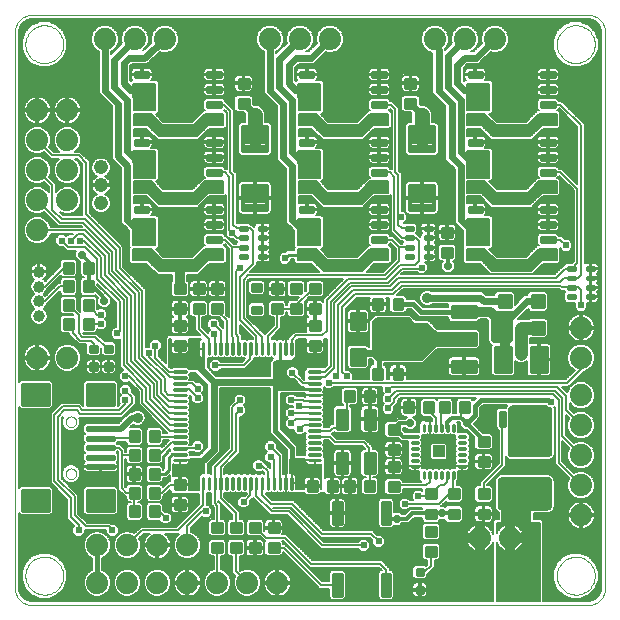
<source format=gtl>
G75*
%MOIN*%
%OFA0B0*%
%FSLAX24Y24*%
%IPPOS*%
%LPD*%
%AMOC8*
5,1,8,0,0,1.08239X$1,22.5*
%
%ADD10C,0.0000*%
%ADD11C,0.0740*%
%ADD12C,0.0101*%
%ADD13C,0.0098*%
%ADD14C,0.0099*%
%ADD15C,0.0142*%
%ADD16C,0.0100*%
%ADD17C,0.0118*%
%ADD18C,0.0101*%
%ADD19C,0.0130*%
%ADD20C,0.0100*%
%ADD21C,0.0099*%
%ADD22C,0.0100*%
%ADD23R,0.0394X0.0394*%
%ADD24C,0.0397*%
%ADD25C,0.0476*%
%ADD26C,0.0060*%
%ADD27C,0.0277*%
%ADD28C,0.0240*%
%ADD29C,0.1102*%
%ADD30C,0.0320*%
%ADD31C,0.0500*%
%ADD32C,0.0356*%
%ADD33C,0.0317*%
%ADD34C,0.0420*%
%ADD35C,0.0240*%
%ADD36C,0.0160*%
%ADD37C,0.0400*%
%ADD38C,0.0120*%
%ADD39C,0.0200*%
D10*
X000588Y000721D02*
X000588Y019224D01*
X000587Y019224D02*
X000589Y019270D01*
X000594Y019316D01*
X000603Y019362D01*
X000616Y019407D01*
X000632Y019450D01*
X000651Y019492D01*
X000674Y019533D01*
X000700Y019571D01*
X000729Y019608D01*
X000760Y019642D01*
X000794Y019673D01*
X000831Y019702D01*
X000869Y019728D01*
X000910Y019751D01*
X000952Y019770D01*
X000995Y019786D01*
X001040Y019799D01*
X001086Y019808D01*
X001132Y019813D01*
X001178Y019815D01*
X019682Y019815D01*
X019728Y019813D01*
X019774Y019808D01*
X019820Y019799D01*
X019865Y019786D01*
X019908Y019770D01*
X019950Y019751D01*
X019991Y019728D01*
X020029Y019702D01*
X020066Y019673D01*
X020100Y019642D01*
X020131Y019608D01*
X020160Y019571D01*
X020186Y019533D01*
X020209Y019492D01*
X020228Y019450D01*
X020244Y019407D01*
X020257Y019362D01*
X020266Y019316D01*
X020271Y019270D01*
X020273Y019224D01*
X020273Y000721D01*
X020271Y000675D01*
X020266Y000629D01*
X020257Y000583D01*
X020244Y000538D01*
X020228Y000495D01*
X020209Y000453D01*
X020186Y000412D01*
X020160Y000374D01*
X020131Y000337D01*
X020100Y000303D01*
X020066Y000272D01*
X020029Y000243D01*
X019991Y000217D01*
X019950Y000194D01*
X019908Y000175D01*
X019865Y000159D01*
X019820Y000146D01*
X019774Y000137D01*
X019728Y000132D01*
X019682Y000130D01*
X001178Y000130D01*
X001132Y000132D01*
X001086Y000137D01*
X001040Y000146D01*
X000995Y000159D01*
X000952Y000175D01*
X000910Y000194D01*
X000869Y000217D01*
X000831Y000243D01*
X000794Y000272D01*
X000760Y000303D01*
X000729Y000337D01*
X000700Y000374D01*
X000674Y000412D01*
X000651Y000453D01*
X000632Y000495D01*
X000616Y000538D01*
X000603Y000583D01*
X000594Y000629D01*
X000589Y000675D01*
X000587Y000721D01*
X000942Y001114D02*
X000944Y001164D01*
X000950Y001214D01*
X000960Y001263D01*
X000974Y001311D01*
X000991Y001358D01*
X001012Y001403D01*
X001037Y001447D01*
X001065Y001488D01*
X001097Y001527D01*
X001131Y001564D01*
X001168Y001598D01*
X001208Y001628D01*
X001250Y001655D01*
X001294Y001679D01*
X001340Y001700D01*
X001387Y001716D01*
X001435Y001729D01*
X001485Y001738D01*
X001534Y001743D01*
X001585Y001744D01*
X001635Y001741D01*
X001684Y001734D01*
X001733Y001723D01*
X001781Y001708D01*
X001827Y001690D01*
X001872Y001668D01*
X001915Y001642D01*
X001956Y001613D01*
X001995Y001581D01*
X002031Y001546D01*
X002063Y001508D01*
X002093Y001468D01*
X002120Y001425D01*
X002143Y001381D01*
X002162Y001335D01*
X002178Y001287D01*
X002190Y001238D01*
X002198Y001189D01*
X002202Y001139D01*
X002202Y001089D01*
X002198Y001039D01*
X002190Y000990D01*
X002178Y000941D01*
X002162Y000893D01*
X002143Y000847D01*
X002120Y000803D01*
X002093Y000760D01*
X002063Y000720D01*
X002031Y000682D01*
X001995Y000647D01*
X001956Y000615D01*
X001915Y000586D01*
X001872Y000560D01*
X001827Y000538D01*
X001781Y000520D01*
X001733Y000505D01*
X001684Y000494D01*
X001635Y000487D01*
X001585Y000484D01*
X001534Y000485D01*
X001485Y000490D01*
X001435Y000499D01*
X001387Y000512D01*
X001340Y000528D01*
X001294Y000549D01*
X001250Y000573D01*
X001208Y000600D01*
X001168Y000630D01*
X001131Y000664D01*
X001097Y000701D01*
X001065Y000740D01*
X001037Y000781D01*
X001012Y000825D01*
X000991Y000870D01*
X000974Y000917D01*
X000960Y000965D01*
X000950Y001014D01*
X000944Y001064D01*
X000942Y001114D01*
X002286Y004514D02*
X002288Y004540D01*
X002294Y004566D01*
X002304Y004591D01*
X002317Y004614D01*
X002333Y004634D01*
X002353Y004652D01*
X002375Y004667D01*
X002398Y004679D01*
X002424Y004687D01*
X002450Y004691D01*
X002476Y004691D01*
X002502Y004687D01*
X002528Y004679D01*
X002552Y004667D01*
X002573Y004652D01*
X002593Y004634D01*
X002609Y004614D01*
X002622Y004591D01*
X002632Y004566D01*
X002638Y004540D01*
X002640Y004514D01*
X002638Y004488D01*
X002632Y004462D01*
X002622Y004437D01*
X002609Y004414D01*
X002593Y004394D01*
X002573Y004376D01*
X002551Y004361D01*
X002528Y004349D01*
X002502Y004341D01*
X002476Y004337D01*
X002450Y004337D01*
X002424Y004341D01*
X002398Y004349D01*
X002374Y004361D01*
X002353Y004376D01*
X002333Y004394D01*
X002317Y004414D01*
X002304Y004437D01*
X002294Y004462D01*
X002288Y004488D01*
X002286Y004514D01*
X002286Y006246D02*
X002288Y006272D01*
X002294Y006298D01*
X002304Y006323D01*
X002317Y006346D01*
X002333Y006366D01*
X002353Y006384D01*
X002375Y006399D01*
X002398Y006411D01*
X002424Y006419D01*
X002450Y006423D01*
X002476Y006423D01*
X002502Y006419D01*
X002528Y006411D01*
X002552Y006399D01*
X002573Y006384D01*
X002593Y006366D01*
X002609Y006346D01*
X002622Y006323D01*
X002632Y006298D01*
X002638Y006272D01*
X002640Y006246D01*
X002638Y006220D01*
X002632Y006194D01*
X002622Y006169D01*
X002609Y006146D01*
X002593Y006126D01*
X002573Y006108D01*
X002551Y006093D01*
X002528Y006081D01*
X002502Y006073D01*
X002476Y006069D01*
X002450Y006069D01*
X002424Y006073D01*
X002398Y006081D01*
X002374Y006093D01*
X002353Y006108D01*
X002333Y006126D01*
X002317Y006146D01*
X002304Y006169D01*
X002294Y006194D01*
X002288Y006220D01*
X002286Y006246D01*
X000942Y018831D02*
X000944Y018881D01*
X000950Y018931D01*
X000960Y018980D01*
X000974Y019028D01*
X000991Y019075D01*
X001012Y019120D01*
X001037Y019164D01*
X001065Y019205D01*
X001097Y019244D01*
X001131Y019281D01*
X001168Y019315D01*
X001208Y019345D01*
X001250Y019372D01*
X001294Y019396D01*
X001340Y019417D01*
X001387Y019433D01*
X001435Y019446D01*
X001485Y019455D01*
X001534Y019460D01*
X001585Y019461D01*
X001635Y019458D01*
X001684Y019451D01*
X001733Y019440D01*
X001781Y019425D01*
X001827Y019407D01*
X001872Y019385D01*
X001915Y019359D01*
X001956Y019330D01*
X001995Y019298D01*
X002031Y019263D01*
X002063Y019225D01*
X002093Y019185D01*
X002120Y019142D01*
X002143Y019098D01*
X002162Y019052D01*
X002178Y019004D01*
X002190Y018955D01*
X002198Y018906D01*
X002202Y018856D01*
X002202Y018806D01*
X002198Y018756D01*
X002190Y018707D01*
X002178Y018658D01*
X002162Y018610D01*
X002143Y018564D01*
X002120Y018520D01*
X002093Y018477D01*
X002063Y018437D01*
X002031Y018399D01*
X001995Y018364D01*
X001956Y018332D01*
X001915Y018303D01*
X001872Y018277D01*
X001827Y018255D01*
X001781Y018237D01*
X001733Y018222D01*
X001684Y018211D01*
X001635Y018204D01*
X001585Y018201D01*
X001534Y018202D01*
X001485Y018207D01*
X001435Y018216D01*
X001387Y018229D01*
X001340Y018245D01*
X001294Y018266D01*
X001250Y018290D01*
X001208Y018317D01*
X001168Y018347D01*
X001131Y018381D01*
X001097Y018418D01*
X001065Y018457D01*
X001037Y018498D01*
X001012Y018542D01*
X000991Y018587D01*
X000974Y018634D01*
X000960Y018682D01*
X000950Y018731D01*
X000944Y018781D01*
X000942Y018831D01*
X018659Y018831D02*
X018661Y018881D01*
X018667Y018931D01*
X018677Y018980D01*
X018691Y019028D01*
X018708Y019075D01*
X018729Y019120D01*
X018754Y019164D01*
X018782Y019205D01*
X018814Y019244D01*
X018848Y019281D01*
X018885Y019315D01*
X018925Y019345D01*
X018967Y019372D01*
X019011Y019396D01*
X019057Y019417D01*
X019104Y019433D01*
X019152Y019446D01*
X019202Y019455D01*
X019251Y019460D01*
X019302Y019461D01*
X019352Y019458D01*
X019401Y019451D01*
X019450Y019440D01*
X019498Y019425D01*
X019544Y019407D01*
X019589Y019385D01*
X019632Y019359D01*
X019673Y019330D01*
X019712Y019298D01*
X019748Y019263D01*
X019780Y019225D01*
X019810Y019185D01*
X019837Y019142D01*
X019860Y019098D01*
X019879Y019052D01*
X019895Y019004D01*
X019907Y018955D01*
X019915Y018906D01*
X019919Y018856D01*
X019919Y018806D01*
X019915Y018756D01*
X019907Y018707D01*
X019895Y018658D01*
X019879Y018610D01*
X019860Y018564D01*
X019837Y018520D01*
X019810Y018477D01*
X019780Y018437D01*
X019748Y018399D01*
X019712Y018364D01*
X019673Y018332D01*
X019632Y018303D01*
X019589Y018277D01*
X019544Y018255D01*
X019498Y018237D01*
X019450Y018222D01*
X019401Y018211D01*
X019352Y018204D01*
X019302Y018201D01*
X019251Y018202D01*
X019202Y018207D01*
X019152Y018216D01*
X019104Y018229D01*
X019057Y018245D01*
X019011Y018266D01*
X018967Y018290D01*
X018925Y018317D01*
X018885Y018347D01*
X018848Y018381D01*
X018814Y018418D01*
X018782Y018457D01*
X018754Y018498D01*
X018729Y018542D01*
X018708Y018587D01*
X018691Y018634D01*
X018677Y018682D01*
X018667Y018731D01*
X018661Y018781D01*
X018659Y018831D01*
X018659Y001114D02*
X018661Y001164D01*
X018667Y001214D01*
X018677Y001263D01*
X018691Y001311D01*
X018708Y001358D01*
X018729Y001403D01*
X018754Y001447D01*
X018782Y001488D01*
X018814Y001527D01*
X018848Y001564D01*
X018885Y001598D01*
X018925Y001628D01*
X018967Y001655D01*
X019011Y001679D01*
X019057Y001700D01*
X019104Y001716D01*
X019152Y001729D01*
X019202Y001738D01*
X019251Y001743D01*
X019302Y001744D01*
X019352Y001741D01*
X019401Y001734D01*
X019450Y001723D01*
X019498Y001708D01*
X019544Y001690D01*
X019589Y001668D01*
X019632Y001642D01*
X019673Y001613D01*
X019712Y001581D01*
X019748Y001546D01*
X019780Y001508D01*
X019810Y001468D01*
X019837Y001425D01*
X019860Y001381D01*
X019879Y001335D01*
X019895Y001287D01*
X019907Y001238D01*
X019915Y001189D01*
X019919Y001139D01*
X019919Y001089D01*
X019915Y001039D01*
X019907Y000990D01*
X019895Y000941D01*
X019879Y000893D01*
X019860Y000847D01*
X019837Y000803D01*
X019810Y000760D01*
X019780Y000720D01*
X019748Y000682D01*
X019712Y000647D01*
X019673Y000615D01*
X019632Y000586D01*
X019589Y000560D01*
X019544Y000538D01*
X019498Y000520D01*
X019450Y000505D01*
X019401Y000494D01*
X019352Y000487D01*
X019302Y000484D01*
X019251Y000485D01*
X019202Y000490D01*
X019152Y000499D01*
X019104Y000512D01*
X019057Y000528D01*
X019011Y000549D01*
X018967Y000573D01*
X018925Y000600D01*
X018885Y000630D01*
X018848Y000664D01*
X018814Y000701D01*
X018782Y000740D01*
X018754Y000781D01*
X018729Y000825D01*
X018708Y000870D01*
X018691Y000917D01*
X018677Y000965D01*
X018667Y001014D01*
X018661Y001064D01*
X018659Y001114D01*
D11*
X017088Y002380D03*
X016088Y002380D03*
X019463Y003130D03*
X019463Y004130D03*
X019463Y005130D03*
X019463Y006130D03*
X019463Y007130D03*
X019463Y008380D03*
X019463Y009380D03*
X016588Y019005D03*
X015588Y019005D03*
X014588Y019005D03*
X011088Y019005D03*
X010088Y019005D03*
X009088Y019005D03*
X005588Y019005D03*
X004588Y019005D03*
X003588Y019005D03*
X002338Y016630D03*
X002338Y015630D03*
X002338Y014630D03*
X002338Y013630D03*
X001338Y013630D03*
X001338Y012630D03*
X001338Y014630D03*
X001338Y015630D03*
X001338Y016630D03*
X001338Y008380D03*
X002338Y008380D03*
X003338Y002130D03*
X004338Y002130D03*
X005338Y002130D03*
X006338Y002130D03*
X006338Y000880D03*
X005338Y000880D03*
X004338Y000880D03*
X003338Y000880D03*
X007338Y000880D03*
X008338Y000880D03*
X009338Y000880D03*
D12*
X013981Y000754D02*
X014195Y000754D01*
X014195Y000540D01*
X013981Y000540D01*
X013981Y000754D01*
X013981Y000640D02*
X014195Y000640D01*
X014195Y000740D02*
X013981Y000740D01*
X013981Y001345D02*
X014195Y001345D01*
X014195Y001131D01*
X013981Y001131D01*
X013981Y001345D01*
X013981Y001231D02*
X014195Y001231D01*
X014195Y001331D02*
X013981Y001331D01*
X016607Y007896D02*
X017137Y007896D01*
X016607Y007896D02*
X016607Y008740D01*
X017137Y008740D01*
X017137Y007896D01*
X017137Y007996D02*
X016607Y007996D01*
X016607Y008096D02*
X017137Y008096D01*
X017137Y008196D02*
X016607Y008196D01*
X016607Y008296D02*
X017137Y008296D01*
X017137Y008396D02*
X016607Y008396D01*
X016607Y008496D02*
X017137Y008496D01*
X017137Y008596D02*
X016607Y008596D01*
X016607Y008696D02*
X017137Y008696D01*
X017788Y008740D02*
X018318Y008740D01*
X018318Y007896D01*
X017788Y007896D01*
X017788Y008740D01*
X017788Y007996D02*
X018318Y007996D01*
X018318Y008096D02*
X017788Y008096D01*
X017788Y008196D02*
X018318Y008196D01*
X018318Y008296D02*
X017788Y008296D01*
X017788Y008396D02*
X018318Y008396D01*
X018318Y008496D02*
X017788Y008496D01*
X017788Y008596D02*
X018318Y008596D01*
X018318Y008696D02*
X017788Y008696D01*
X008503Y009868D02*
X008503Y010082D01*
X008797Y010082D01*
X008797Y009868D01*
X008503Y009868D01*
X008503Y009968D02*
X008797Y009968D01*
X008797Y010068D02*
X008503Y010068D01*
X008503Y010616D02*
X008503Y010830D01*
X008797Y010830D01*
X008797Y010616D01*
X008503Y010616D01*
X008503Y010716D02*
X008797Y010716D01*
X008797Y010816D02*
X008503Y010816D01*
X003820Y008782D02*
X003606Y008782D01*
X003820Y008782D02*
X003820Y008568D01*
X003606Y008568D01*
X003606Y008782D01*
X003606Y008668D02*
X003820Y008668D01*
X003820Y008768D02*
X003606Y008768D01*
X003320Y008782D02*
X003106Y008782D01*
X003320Y008782D02*
X003320Y008568D01*
X003106Y008568D01*
X003106Y008782D01*
X003106Y008668D02*
X003320Y008668D01*
X003320Y008768D02*
X003106Y008768D01*
X003106Y008192D02*
X003320Y008192D01*
X003320Y007978D01*
X003106Y007978D01*
X003106Y008192D01*
X003106Y008078D02*
X003320Y008078D01*
X003320Y008178D02*
X003106Y008178D01*
X003606Y008192D02*
X003820Y008192D01*
X003820Y007978D01*
X003606Y007978D01*
X003606Y008192D01*
X003606Y008078D02*
X003820Y008078D01*
X003820Y008178D02*
X003606Y008178D01*
D13*
X003195Y009672D02*
X002899Y009672D01*
X003195Y009672D02*
X003195Y009338D01*
X002899Y009338D01*
X002899Y009672D01*
X002899Y009435D02*
X003195Y009435D01*
X003195Y009532D02*
X002899Y009532D01*
X002899Y009629D02*
X003195Y009629D01*
X003195Y010297D02*
X002899Y010297D01*
X003195Y010297D02*
X003195Y009963D01*
X002899Y009963D01*
X002899Y010297D01*
X002899Y010060D02*
X003195Y010060D01*
X003195Y010157D02*
X002899Y010157D01*
X002899Y010254D02*
X003195Y010254D01*
X003195Y010588D02*
X002899Y010588D01*
X002899Y010922D01*
X003195Y010922D01*
X003195Y010588D01*
X003195Y010685D02*
X002899Y010685D01*
X002899Y010782D02*
X003195Y010782D01*
X003195Y010879D02*
X002899Y010879D01*
X002899Y011213D02*
X003195Y011213D01*
X002899Y011213D02*
X002899Y011547D01*
X003195Y011547D01*
X003195Y011213D01*
X003195Y011310D02*
X002899Y011310D01*
X002899Y011407D02*
X003195Y011407D01*
X003195Y011504D02*
X002899Y011504D01*
X002526Y011213D02*
X002230Y011213D01*
X002230Y011547D01*
X002526Y011547D01*
X002526Y011213D01*
X002526Y011310D02*
X002230Y011310D01*
X002230Y011407D02*
X002526Y011407D01*
X002526Y011504D02*
X002230Y011504D01*
X002230Y010588D02*
X002526Y010588D01*
X002230Y010588D02*
X002230Y010922D01*
X002526Y010922D01*
X002526Y010588D01*
X002526Y010685D02*
X002230Y010685D01*
X002230Y010782D02*
X002526Y010782D01*
X002526Y010879D02*
X002230Y010879D01*
X002230Y010297D02*
X002526Y010297D01*
X002526Y009963D01*
X002230Y009963D01*
X002230Y010297D01*
X002230Y010060D02*
X002526Y010060D01*
X002526Y010157D02*
X002230Y010157D01*
X002230Y010254D02*
X002526Y010254D01*
X002526Y009672D02*
X002230Y009672D01*
X002526Y009672D02*
X002526Y009338D01*
X002230Y009338D01*
X002230Y009672D01*
X002230Y009435D02*
X002526Y009435D01*
X002526Y009532D02*
X002230Y009532D01*
X002230Y009629D02*
X002526Y009629D01*
X005921Y009613D02*
X006255Y009613D01*
X006255Y009317D01*
X005921Y009317D01*
X005921Y009613D01*
X005921Y009414D02*
X006255Y009414D01*
X006255Y009511D02*
X005921Y009511D01*
X005921Y009608D02*
X006255Y009608D01*
X006255Y009866D02*
X005921Y009866D01*
X005921Y010162D01*
X006255Y010162D01*
X006255Y009866D01*
X006255Y009963D02*
X005921Y009963D01*
X005921Y010060D02*
X006255Y010060D01*
X006255Y010157D02*
X005921Y010157D01*
X005921Y010535D02*
X006255Y010535D01*
X005921Y010535D02*
X005921Y010831D01*
X006255Y010831D01*
X006255Y010535D01*
X006255Y010632D02*
X005921Y010632D01*
X005921Y010729D02*
X006255Y010729D01*
X006255Y010826D02*
X005921Y010826D01*
X006546Y010831D02*
X006546Y010535D01*
X006546Y010831D02*
X006880Y010831D01*
X006880Y010535D01*
X006546Y010535D01*
X006546Y010632D02*
X006880Y010632D01*
X006880Y010729D02*
X006546Y010729D01*
X006546Y010826D02*
X006880Y010826D01*
X007171Y010831D02*
X007171Y010535D01*
X007171Y010831D02*
X007505Y010831D01*
X007505Y010535D01*
X007171Y010535D01*
X007171Y010632D02*
X007505Y010632D01*
X007505Y010729D02*
X007171Y010729D01*
X007171Y010826D02*
X007505Y010826D01*
X007171Y010162D02*
X007171Y009866D01*
X007171Y010162D02*
X007505Y010162D01*
X007505Y009866D01*
X007171Y009866D01*
X007171Y009963D02*
X007505Y009963D01*
X007505Y010060D02*
X007171Y010060D01*
X007171Y010157D02*
X007505Y010157D01*
X006546Y010162D02*
X006546Y009866D01*
X006546Y010162D02*
X006880Y010162D01*
X006880Y009866D01*
X006546Y009866D01*
X006546Y009963D02*
X006880Y009963D01*
X006880Y010060D02*
X006546Y010060D01*
X006546Y010157D02*
X006880Y010157D01*
X006255Y008943D02*
X005921Y008943D01*
X006255Y008943D02*
X006255Y008647D01*
X005921Y008647D01*
X005921Y008943D01*
X005921Y008744D02*
X006255Y008744D01*
X006255Y008841D02*
X005921Y008841D01*
X005921Y008938D02*
X006255Y008938D01*
X009171Y009866D02*
X009171Y010162D01*
X009505Y010162D01*
X009505Y009866D01*
X009171Y009866D01*
X009171Y009963D02*
X009505Y009963D01*
X009505Y010060D02*
X009171Y010060D01*
X009171Y010157D02*
X009505Y010157D01*
X009796Y010162D02*
X009796Y009866D01*
X009796Y010162D02*
X010130Y010162D01*
X010130Y009866D01*
X009796Y009866D01*
X009796Y009963D02*
X010130Y009963D01*
X010130Y010060D02*
X009796Y010060D01*
X009796Y010157D02*
X010130Y010157D01*
X010421Y009866D02*
X010755Y009866D01*
X010421Y009866D02*
X010421Y010162D01*
X010755Y010162D01*
X010755Y009866D01*
X010755Y009963D02*
X010421Y009963D01*
X010421Y010060D02*
X010755Y010060D01*
X010755Y010157D02*
X010421Y010157D01*
X010421Y010535D02*
X010755Y010535D01*
X010421Y010535D02*
X010421Y010831D01*
X010755Y010831D01*
X010755Y010535D01*
X010755Y010632D02*
X010421Y010632D01*
X010421Y010729D02*
X010755Y010729D01*
X010755Y010826D02*
X010421Y010826D01*
X009796Y010831D02*
X009796Y010535D01*
X009796Y010831D02*
X010130Y010831D01*
X010130Y010535D01*
X009796Y010535D01*
X009796Y010632D02*
X010130Y010632D01*
X010130Y010729D02*
X009796Y010729D01*
X009796Y010826D02*
X010130Y010826D01*
X009171Y010831D02*
X009171Y010535D01*
X009171Y010831D02*
X009505Y010831D01*
X009505Y010535D01*
X009171Y010535D01*
X009171Y010632D02*
X009505Y010632D01*
X009505Y010729D02*
X009171Y010729D01*
X009171Y010826D02*
X009505Y010826D01*
X010421Y009613D02*
X010755Y009613D01*
X010755Y009317D01*
X010421Y009317D01*
X010421Y009613D01*
X010421Y009414D02*
X010755Y009414D01*
X010755Y009511D02*
X010421Y009511D01*
X010421Y009608D02*
X010755Y009608D01*
X010755Y008943D02*
X010421Y008943D01*
X010755Y008943D02*
X010755Y008647D01*
X010421Y008647D01*
X010421Y008943D01*
X010421Y008744D02*
X010755Y008744D01*
X010755Y008841D02*
X010421Y008841D01*
X010421Y008938D02*
X010755Y008938D01*
X011605Y007266D02*
X011605Y006932D01*
X011605Y007266D02*
X011901Y007266D01*
X011901Y006932D01*
X011605Y006932D01*
X011605Y007029D02*
X011901Y007029D01*
X011901Y007126D02*
X011605Y007126D01*
X011605Y007223D02*
X011901Y007223D01*
X012274Y007266D02*
X012274Y006932D01*
X012274Y007266D02*
X012570Y007266D01*
X012570Y006932D01*
X012274Y006932D01*
X012274Y007029D02*
X012570Y007029D01*
X012570Y007126D02*
X012274Y007126D01*
X012274Y007223D02*
X012570Y007223D01*
X012839Y007682D02*
X012839Y008016D01*
X012839Y007682D02*
X012543Y007682D01*
X012543Y008016D01*
X012839Y008016D01*
X012839Y007779D02*
X012543Y007779D01*
X012543Y007876D02*
X012839Y007876D01*
X012839Y007973D02*
X012543Y007973D01*
X013508Y008016D02*
X013508Y007682D01*
X013212Y007682D01*
X013212Y008016D01*
X013508Y008016D01*
X013508Y007779D02*
X013212Y007779D01*
X013212Y007876D02*
X013508Y007876D01*
X013508Y007973D02*
X013212Y007973D01*
X013574Y006891D02*
X013574Y006557D01*
X013574Y006891D02*
X013870Y006891D01*
X013870Y006557D01*
X013574Y006557D01*
X013574Y006654D02*
X013870Y006654D01*
X013870Y006751D02*
X013574Y006751D01*
X013574Y006848D02*
X013870Y006848D01*
X014243Y006891D02*
X014243Y006557D01*
X014243Y006891D02*
X014539Y006891D01*
X014539Y006557D01*
X014243Y006557D01*
X014243Y006654D02*
X014539Y006654D01*
X014539Y006751D02*
X014243Y006751D01*
X014243Y006848D02*
X014539Y006848D01*
X014761Y006557D02*
X015057Y006557D01*
X014761Y006557D02*
X014761Y006891D01*
X015057Y006891D01*
X015057Y006557D01*
X015057Y006654D02*
X014761Y006654D01*
X014761Y006751D02*
X015057Y006751D01*
X015057Y006848D02*
X014761Y006848D01*
X015431Y006557D02*
X015727Y006557D01*
X015431Y006557D02*
X015431Y006891D01*
X015727Y006891D01*
X015727Y006557D01*
X015727Y006654D02*
X015431Y006654D01*
X015431Y006751D02*
X015727Y006751D01*
X015727Y006848D02*
X015431Y006848D01*
X016046Y005442D02*
X016380Y005442D01*
X016046Y005442D02*
X016046Y005738D01*
X016380Y005738D01*
X016380Y005442D01*
X016380Y005539D02*
X016046Y005539D01*
X016046Y005636D02*
X016380Y005636D01*
X016380Y005733D02*
X016046Y005733D01*
X016046Y004772D02*
X016380Y004772D01*
X016046Y004772D02*
X016046Y005068D01*
X016380Y005068D01*
X016380Y004772D01*
X016380Y004869D02*
X016046Y004869D01*
X016046Y004966D02*
X016380Y004966D01*
X016380Y005063D02*
X016046Y005063D01*
X016046Y003988D02*
X016046Y003692D01*
X016046Y003988D02*
X016380Y003988D01*
X016380Y003692D01*
X016046Y003692D01*
X016046Y003789D02*
X016380Y003789D01*
X016380Y003886D02*
X016046Y003886D01*
X016046Y003983D02*
X016380Y003983D01*
X016046Y003318D02*
X016046Y003022D01*
X016046Y003318D02*
X016380Y003318D01*
X016380Y003022D01*
X016046Y003022D01*
X016046Y003119D02*
X016380Y003119D01*
X016380Y003216D02*
X016046Y003216D01*
X016046Y003313D02*
X016380Y003313D01*
X015046Y003318D02*
X015046Y003022D01*
X015046Y003318D02*
X015380Y003318D01*
X015380Y003022D01*
X015046Y003022D01*
X015046Y003119D02*
X015380Y003119D01*
X015380Y003216D02*
X015046Y003216D01*
X015046Y003313D02*
X015380Y003313D01*
X015046Y003692D02*
X015046Y003988D01*
X015380Y003988D01*
X015380Y003692D01*
X015046Y003692D01*
X015046Y003789D02*
X015380Y003789D01*
X015380Y003886D02*
X015046Y003886D01*
X015046Y003983D02*
X015380Y003983D01*
X014296Y003988D02*
X014296Y003692D01*
X014296Y003988D02*
X014630Y003988D01*
X014630Y003692D01*
X014296Y003692D01*
X014296Y003789D02*
X014630Y003789D01*
X014630Y003886D02*
X014296Y003886D01*
X014296Y003983D02*
X014630Y003983D01*
X014296Y003318D02*
X014296Y003022D01*
X014296Y003318D02*
X014630Y003318D01*
X014630Y003022D01*
X014296Y003022D01*
X014296Y003119D02*
X014630Y003119D01*
X014630Y003216D02*
X014296Y003216D01*
X014296Y003313D02*
X014630Y003313D01*
X014296Y002738D02*
X014296Y002442D01*
X014296Y002738D02*
X014630Y002738D01*
X014630Y002442D01*
X014296Y002442D01*
X014296Y002539D02*
X014630Y002539D01*
X014630Y002636D02*
X014296Y002636D01*
X014296Y002733D02*
X014630Y002733D01*
X014296Y002068D02*
X014296Y001772D01*
X014296Y002068D02*
X014630Y002068D01*
X014630Y001772D01*
X014296Y001772D01*
X014296Y001869D02*
X014630Y001869D01*
X014630Y001966D02*
X014296Y001966D01*
X014296Y002063D02*
X014630Y002063D01*
X013380Y004225D02*
X013046Y004225D01*
X013380Y004225D02*
X013380Y003929D01*
X013046Y003929D01*
X013046Y004225D01*
X013046Y004026D02*
X013380Y004026D01*
X013380Y004123D02*
X013046Y004123D01*
X013046Y004220D02*
X013380Y004220D01*
X013380Y004894D02*
X013046Y004894D01*
X013380Y004894D02*
X013380Y004598D01*
X013046Y004598D01*
X013046Y004894D01*
X013046Y004695D02*
X013380Y004695D01*
X013380Y004792D02*
X013046Y004792D01*
X013046Y004889D02*
X013380Y004889D01*
X013380Y005179D02*
X013046Y005179D01*
X013046Y005475D01*
X013380Y005475D01*
X013380Y005179D01*
X013380Y005276D02*
X013046Y005276D01*
X013046Y005373D02*
X013380Y005373D01*
X013380Y005470D02*
X013046Y005470D01*
X013046Y005848D02*
X013380Y005848D01*
X013046Y005848D02*
X013046Y006144D01*
X013380Y006144D01*
X013380Y005848D01*
X013380Y005945D02*
X013046Y005945D01*
X013046Y006042D02*
X013380Y006042D01*
X013380Y006139D02*
X013046Y006139D01*
X012570Y004266D02*
X012570Y003932D01*
X012274Y003932D01*
X012274Y004266D01*
X012570Y004266D01*
X012570Y004029D02*
X012274Y004029D01*
X012274Y004126D02*
X012570Y004126D01*
X012570Y004223D02*
X012274Y004223D01*
X011901Y004266D02*
X011901Y003932D01*
X011605Y003932D01*
X011605Y004266D01*
X011901Y004266D01*
X011901Y004029D02*
X011605Y004029D01*
X011605Y004126D02*
X011901Y004126D01*
X011901Y004223D02*
X011605Y004223D01*
X011320Y004266D02*
X011320Y003932D01*
X011024Y003932D01*
X011024Y004266D01*
X011320Y004266D01*
X011320Y004029D02*
X011024Y004029D01*
X011024Y004126D02*
X011320Y004126D01*
X011320Y004223D02*
X011024Y004223D01*
X010651Y004266D02*
X010651Y003932D01*
X010355Y003932D01*
X010355Y004266D01*
X010651Y004266D01*
X010651Y004029D02*
X010355Y004029D01*
X010355Y004126D02*
X010651Y004126D01*
X010651Y004223D02*
X010355Y004223D01*
X009380Y002863D02*
X009046Y002863D01*
X009380Y002863D02*
X009380Y002567D01*
X009046Y002567D01*
X009046Y002863D01*
X009046Y002664D02*
X009380Y002664D01*
X009380Y002761D02*
X009046Y002761D01*
X009046Y002858D02*
X009380Y002858D01*
X008421Y002863D02*
X008421Y002567D01*
X008421Y002863D02*
X008755Y002863D01*
X008755Y002567D01*
X008421Y002567D01*
X008421Y002664D02*
X008755Y002664D01*
X008755Y002761D02*
X008421Y002761D01*
X008421Y002858D02*
X008755Y002858D01*
X007796Y002863D02*
X007796Y002567D01*
X007796Y002863D02*
X008130Y002863D01*
X008130Y002567D01*
X007796Y002567D01*
X007796Y002664D02*
X008130Y002664D01*
X008130Y002761D02*
X007796Y002761D01*
X007796Y002858D02*
X008130Y002858D01*
X007171Y002863D02*
X007171Y002567D01*
X007171Y002863D02*
X007505Y002863D01*
X007505Y002567D01*
X007171Y002567D01*
X007171Y002664D02*
X007505Y002664D01*
X007505Y002761D02*
X007171Y002761D01*
X007171Y002858D02*
X007505Y002858D01*
X007171Y002193D02*
X007171Y001897D01*
X007171Y002193D02*
X007505Y002193D01*
X007505Y001897D01*
X007171Y001897D01*
X007171Y001994D02*
X007505Y001994D01*
X007505Y002091D02*
X007171Y002091D01*
X007171Y002188D02*
X007505Y002188D01*
X007796Y002193D02*
X007796Y001897D01*
X007796Y002193D02*
X008130Y002193D01*
X008130Y001897D01*
X007796Y001897D01*
X007796Y001994D02*
X008130Y001994D01*
X008130Y002091D02*
X007796Y002091D01*
X007796Y002188D02*
X008130Y002188D01*
X008421Y002193D02*
X008421Y001897D01*
X008421Y002193D02*
X008755Y002193D01*
X008755Y001897D01*
X008421Y001897D01*
X008421Y001994D02*
X008755Y001994D01*
X008755Y002091D02*
X008421Y002091D01*
X008421Y002188D02*
X008755Y002188D01*
X009046Y002193D02*
X009380Y002193D01*
X009380Y001897D01*
X009046Y001897D01*
X009046Y002193D01*
X009046Y001994D02*
X009380Y001994D01*
X009380Y002091D02*
X009046Y002091D01*
X009046Y002188D02*
X009380Y002188D01*
X006255Y003335D02*
X005921Y003335D01*
X005921Y003631D01*
X006255Y003631D01*
X006255Y003335D01*
X006255Y003432D02*
X005921Y003432D01*
X005921Y003529D02*
X006255Y003529D01*
X006255Y003626D02*
X005921Y003626D01*
X005921Y004004D02*
X006255Y004004D01*
X005921Y004004D02*
X005921Y004300D01*
X006255Y004300D01*
X006255Y004004D01*
X006255Y004101D02*
X005921Y004101D01*
X005921Y004198D02*
X006255Y004198D01*
X006255Y004295D02*
X005921Y004295D01*
X005383Y004338D02*
X005087Y004338D01*
X005087Y004672D01*
X005383Y004672D01*
X005383Y004338D01*
X005383Y004435D02*
X005087Y004435D01*
X005087Y004532D02*
X005383Y004532D01*
X005383Y004629D02*
X005087Y004629D01*
X005087Y004963D02*
X005383Y004963D01*
X005087Y004963D02*
X005087Y005297D01*
X005383Y005297D01*
X005383Y004963D01*
X005383Y005060D02*
X005087Y005060D01*
X005087Y005157D02*
X005383Y005157D01*
X005383Y005254D02*
X005087Y005254D01*
X005087Y005588D02*
X005383Y005588D01*
X005087Y005588D02*
X005087Y005922D01*
X005383Y005922D01*
X005383Y005588D01*
X005383Y005685D02*
X005087Y005685D01*
X005087Y005782D02*
X005383Y005782D01*
X005383Y005879D02*
X005087Y005879D01*
X004714Y005588D02*
X004418Y005588D01*
X004418Y005922D01*
X004714Y005922D01*
X004714Y005588D01*
X004714Y005685D02*
X004418Y005685D01*
X004418Y005782D02*
X004714Y005782D01*
X004714Y005879D02*
X004418Y005879D01*
X004418Y004963D02*
X004714Y004963D01*
X004418Y004963D02*
X004418Y005297D01*
X004714Y005297D01*
X004714Y004963D01*
X004714Y005060D02*
X004418Y005060D01*
X004418Y005157D02*
X004714Y005157D01*
X004714Y005254D02*
X004418Y005254D01*
X004418Y004338D02*
X004714Y004338D01*
X004418Y004338D02*
X004418Y004672D01*
X004714Y004672D01*
X004714Y004338D01*
X004714Y004435D02*
X004418Y004435D01*
X004418Y004532D02*
X004714Y004532D01*
X004714Y004629D02*
X004418Y004629D01*
X004418Y004047D02*
X004714Y004047D01*
X004714Y003713D01*
X004418Y003713D01*
X004418Y004047D01*
X004418Y003810D02*
X004714Y003810D01*
X004714Y003907D02*
X004418Y003907D01*
X004418Y004004D02*
X004714Y004004D01*
X005087Y004047D02*
X005383Y004047D01*
X005383Y003713D01*
X005087Y003713D01*
X005087Y004047D01*
X005087Y003810D02*
X005383Y003810D01*
X005383Y003907D02*
X005087Y003907D01*
X005087Y004004D02*
X005383Y004004D01*
X005383Y003088D02*
X005087Y003088D01*
X005087Y003422D01*
X005383Y003422D01*
X005383Y003088D01*
X005383Y003185D02*
X005087Y003185D01*
X005087Y003282D02*
X005383Y003282D01*
X005383Y003379D02*
X005087Y003379D01*
X004714Y003088D02*
X004418Y003088D01*
X004418Y003422D01*
X004714Y003422D01*
X004714Y003088D01*
X004714Y003185D02*
X004418Y003185D01*
X004418Y003282D02*
X004714Y003282D01*
X004714Y003379D02*
X004418Y003379D01*
X012543Y009994D02*
X012543Y010328D01*
X012839Y010328D01*
X012839Y009994D01*
X012543Y009994D01*
X012543Y010091D02*
X012839Y010091D01*
X012839Y010188D02*
X012543Y010188D01*
X012543Y010285D02*
X012839Y010285D01*
X013212Y010328D02*
X013212Y009994D01*
X013212Y010328D02*
X013508Y010328D01*
X013508Y009994D01*
X013212Y009994D01*
X013212Y010091D02*
X013508Y010091D01*
X013508Y010188D02*
X013212Y010188D01*
X013212Y010285D02*
X013508Y010285D01*
X014827Y012037D02*
X015161Y012037D01*
X015161Y011741D01*
X014827Y011741D01*
X014827Y012037D01*
X014827Y011838D02*
X015161Y011838D01*
X015161Y011935D02*
X014827Y011935D01*
X014827Y012032D02*
X015161Y012032D01*
X015161Y012706D02*
X014827Y012706D01*
X015161Y012706D02*
X015161Y012410D01*
X014827Y012410D01*
X014827Y012706D01*
X014827Y012507D02*
X015161Y012507D01*
X015161Y012604D02*
X014827Y012604D01*
X014827Y012701D02*
X015161Y012701D01*
X013942Y017006D02*
X013608Y017006D01*
X013942Y017006D02*
X013942Y016710D01*
X013608Y016710D01*
X013608Y017006D01*
X013608Y016807D02*
X013942Y016807D01*
X013942Y016904D02*
X013608Y016904D01*
X013608Y017001D02*
X013942Y017001D01*
X013942Y017675D02*
X013608Y017675D01*
X013942Y017675D02*
X013942Y017379D01*
X013608Y017379D01*
X013608Y017675D01*
X013608Y017476D02*
X013942Y017476D01*
X013942Y017573D02*
X013608Y017573D01*
X013608Y017670D02*
X013942Y017670D01*
X008380Y017675D02*
X008046Y017675D01*
X008380Y017675D02*
X008380Y017379D01*
X008046Y017379D01*
X008046Y017675D01*
X008046Y017476D02*
X008380Y017476D01*
X008380Y017573D02*
X008046Y017573D01*
X008046Y017670D02*
X008380Y017670D01*
X008380Y017006D02*
X008046Y017006D01*
X008380Y017006D02*
X008380Y016710D01*
X008046Y016710D01*
X008046Y017006D01*
X008046Y016807D02*
X008380Y016807D01*
X008380Y016904D02*
X008046Y016904D01*
X008046Y017001D02*
X008380Y017001D01*
D14*
X007461Y016899D02*
X007461Y016737D01*
X007009Y016737D01*
X007009Y016899D01*
X007461Y016899D01*
X007461Y016835D02*
X007009Y016835D01*
X007461Y017237D02*
X007461Y017399D01*
X007461Y017237D02*
X007009Y017237D01*
X007009Y017399D01*
X007461Y017399D01*
X007461Y017335D02*
X007009Y017335D01*
X007461Y017737D02*
X007461Y017899D01*
X007461Y017737D02*
X007009Y017737D01*
X007009Y017899D01*
X007461Y017899D01*
X007461Y017835D02*
X007009Y017835D01*
X007461Y016399D02*
X007461Y016237D01*
X007009Y016237D01*
X007009Y016399D01*
X007461Y016399D01*
X007461Y016335D02*
X007009Y016335D01*
X007461Y015649D02*
X007461Y015487D01*
X007009Y015487D01*
X007009Y015649D01*
X007461Y015649D01*
X007461Y015585D02*
X007009Y015585D01*
X007461Y015149D02*
X007461Y014987D01*
X007009Y014987D01*
X007009Y015149D01*
X007461Y015149D01*
X007461Y015085D02*
X007009Y015085D01*
X007461Y014649D02*
X007461Y014487D01*
X007009Y014487D01*
X007009Y014649D01*
X007461Y014649D01*
X007461Y014585D02*
X007009Y014585D01*
X007461Y014149D02*
X007461Y013987D01*
X007009Y013987D01*
X007009Y014149D01*
X007461Y014149D01*
X007461Y014085D02*
X007009Y014085D01*
X007461Y013399D02*
X007461Y013237D01*
X007009Y013237D01*
X007009Y013399D01*
X007461Y013399D01*
X007461Y013335D02*
X007009Y013335D01*
X007461Y012899D02*
X007461Y012737D01*
X007009Y012737D01*
X007009Y012899D01*
X007461Y012899D01*
X007461Y012835D02*
X007009Y012835D01*
X007461Y012399D02*
X007461Y012237D01*
X007009Y012237D01*
X007009Y012399D01*
X007461Y012399D01*
X007461Y012335D02*
X007009Y012335D01*
X007461Y011899D02*
X007461Y011737D01*
X007009Y011737D01*
X007009Y011899D01*
X007461Y011899D01*
X007461Y011835D02*
X007009Y011835D01*
X005041Y011899D02*
X005041Y011737D01*
X004589Y011737D01*
X004589Y011899D01*
X005041Y011899D01*
X005041Y011835D02*
X004589Y011835D01*
X005041Y012237D02*
X005041Y012399D01*
X005041Y012237D02*
X004589Y012237D01*
X004589Y012399D01*
X005041Y012399D01*
X005041Y012335D02*
X004589Y012335D01*
X005041Y012737D02*
X005041Y012899D01*
X005041Y012737D02*
X004589Y012737D01*
X004589Y012899D01*
X005041Y012899D01*
X005041Y012835D02*
X004589Y012835D01*
X005041Y013237D02*
X005041Y013399D01*
X005041Y013237D02*
X004589Y013237D01*
X004589Y013399D01*
X005041Y013399D01*
X005041Y013335D02*
X004589Y013335D01*
X005041Y013987D02*
X005041Y014149D01*
X005041Y013987D02*
X004589Y013987D01*
X004589Y014149D01*
X005041Y014149D01*
X005041Y014085D02*
X004589Y014085D01*
X005041Y014487D02*
X005041Y014649D01*
X005041Y014487D02*
X004589Y014487D01*
X004589Y014649D01*
X005041Y014649D01*
X005041Y014585D02*
X004589Y014585D01*
X005041Y014987D02*
X005041Y015149D01*
X005041Y014987D02*
X004589Y014987D01*
X004589Y015149D01*
X005041Y015149D01*
X005041Y015085D02*
X004589Y015085D01*
X005041Y015487D02*
X005041Y015649D01*
X005041Y015487D02*
X004589Y015487D01*
X004589Y015649D01*
X005041Y015649D01*
X005041Y015585D02*
X004589Y015585D01*
X005041Y016237D02*
X005041Y016399D01*
X005041Y016237D02*
X004589Y016237D01*
X004589Y016399D01*
X005041Y016399D01*
X005041Y016335D02*
X004589Y016335D01*
X005041Y016737D02*
X005041Y016899D01*
X005041Y016737D02*
X004589Y016737D01*
X004589Y016899D01*
X005041Y016899D01*
X005041Y016835D02*
X004589Y016835D01*
X005041Y017237D02*
X005041Y017399D01*
X005041Y017237D02*
X004589Y017237D01*
X004589Y017399D01*
X005041Y017399D01*
X005041Y017335D02*
X004589Y017335D01*
X005041Y017737D02*
X005041Y017899D01*
X005041Y017737D02*
X004589Y017737D01*
X004589Y017899D01*
X005041Y017899D01*
X005041Y017835D02*
X004589Y017835D01*
X010541Y017899D02*
X010541Y017737D01*
X010089Y017737D01*
X010089Y017899D01*
X010541Y017899D01*
X010541Y017835D02*
X010089Y017835D01*
X010541Y017399D02*
X010541Y017237D01*
X010089Y017237D01*
X010089Y017399D01*
X010541Y017399D01*
X010541Y017335D02*
X010089Y017335D01*
X010541Y016899D02*
X010541Y016737D01*
X010089Y016737D01*
X010089Y016899D01*
X010541Y016899D01*
X010541Y016835D02*
X010089Y016835D01*
X010541Y016399D02*
X010541Y016237D01*
X010089Y016237D01*
X010089Y016399D01*
X010541Y016399D01*
X010541Y016335D02*
X010089Y016335D01*
X010541Y015649D02*
X010541Y015487D01*
X010089Y015487D01*
X010089Y015649D01*
X010541Y015649D01*
X010541Y015585D02*
X010089Y015585D01*
X010541Y015149D02*
X010541Y014987D01*
X010089Y014987D01*
X010089Y015149D01*
X010541Y015149D01*
X010541Y015085D02*
X010089Y015085D01*
X010541Y014649D02*
X010541Y014487D01*
X010089Y014487D01*
X010089Y014649D01*
X010541Y014649D01*
X010541Y014585D02*
X010089Y014585D01*
X010541Y014149D02*
X010541Y013987D01*
X010089Y013987D01*
X010089Y014149D01*
X010541Y014149D01*
X010541Y014085D02*
X010089Y014085D01*
X010541Y013399D02*
X010541Y013237D01*
X010089Y013237D01*
X010089Y013399D01*
X010541Y013399D01*
X010541Y013335D02*
X010089Y013335D01*
X010541Y012899D02*
X010541Y012737D01*
X010089Y012737D01*
X010089Y012899D01*
X010541Y012899D01*
X010541Y012835D02*
X010089Y012835D01*
X010541Y012399D02*
X010541Y012237D01*
X010089Y012237D01*
X010089Y012399D01*
X010541Y012399D01*
X010541Y012335D02*
X010089Y012335D01*
X010541Y011899D02*
X010541Y011737D01*
X010089Y011737D01*
X010089Y011899D01*
X010541Y011899D01*
X010541Y011835D02*
X010089Y011835D01*
X012961Y011899D02*
X012961Y011737D01*
X012509Y011737D01*
X012509Y011899D01*
X012961Y011899D01*
X012961Y011835D02*
X012509Y011835D01*
X012961Y012237D02*
X012961Y012399D01*
X012961Y012237D02*
X012509Y012237D01*
X012509Y012399D01*
X012961Y012399D01*
X012961Y012335D02*
X012509Y012335D01*
X012961Y012737D02*
X012961Y012899D01*
X012961Y012737D02*
X012509Y012737D01*
X012509Y012899D01*
X012961Y012899D01*
X012961Y012835D02*
X012509Y012835D01*
X012961Y013237D02*
X012961Y013399D01*
X012961Y013237D02*
X012509Y013237D01*
X012509Y013399D01*
X012961Y013399D01*
X012961Y013335D02*
X012509Y013335D01*
X012961Y013987D02*
X012961Y014149D01*
X012961Y013987D02*
X012509Y013987D01*
X012509Y014149D01*
X012961Y014149D01*
X012961Y014085D02*
X012509Y014085D01*
X012961Y014487D02*
X012961Y014649D01*
X012961Y014487D02*
X012509Y014487D01*
X012509Y014649D01*
X012961Y014649D01*
X012961Y014585D02*
X012509Y014585D01*
X012961Y014987D02*
X012961Y015149D01*
X012961Y014987D02*
X012509Y014987D01*
X012509Y015149D01*
X012961Y015149D01*
X012961Y015085D02*
X012509Y015085D01*
X012961Y015487D02*
X012961Y015649D01*
X012961Y015487D02*
X012509Y015487D01*
X012509Y015649D01*
X012961Y015649D01*
X012961Y015585D02*
X012509Y015585D01*
X012961Y016237D02*
X012961Y016399D01*
X012961Y016237D02*
X012509Y016237D01*
X012509Y016399D01*
X012961Y016399D01*
X012961Y016335D02*
X012509Y016335D01*
X012961Y016737D02*
X012961Y016899D01*
X012961Y016737D02*
X012509Y016737D01*
X012509Y016899D01*
X012961Y016899D01*
X012961Y016835D02*
X012509Y016835D01*
X012961Y017237D02*
X012961Y017399D01*
X012961Y017237D02*
X012509Y017237D01*
X012509Y017399D01*
X012961Y017399D01*
X012961Y017335D02*
X012509Y017335D01*
X012961Y017737D02*
X012961Y017899D01*
X012961Y017737D02*
X012509Y017737D01*
X012509Y017899D01*
X012961Y017899D01*
X012961Y017835D02*
X012509Y017835D01*
X016166Y017899D02*
X016166Y017737D01*
X015714Y017737D01*
X015714Y017899D01*
X016166Y017899D01*
X016166Y017835D02*
X015714Y017835D01*
X016166Y017399D02*
X016166Y017237D01*
X015714Y017237D01*
X015714Y017399D01*
X016166Y017399D01*
X016166Y017335D02*
X015714Y017335D01*
X016166Y016899D02*
X016166Y016737D01*
X015714Y016737D01*
X015714Y016899D01*
X016166Y016899D01*
X016166Y016835D02*
X015714Y016835D01*
X016166Y016399D02*
X016166Y016237D01*
X015714Y016237D01*
X015714Y016399D01*
X016166Y016399D01*
X016166Y016335D02*
X015714Y016335D01*
X016166Y015649D02*
X016166Y015487D01*
X015714Y015487D01*
X015714Y015649D01*
X016166Y015649D01*
X016166Y015585D02*
X015714Y015585D01*
X016166Y015149D02*
X016166Y014987D01*
X015714Y014987D01*
X015714Y015149D01*
X016166Y015149D01*
X016166Y015085D02*
X015714Y015085D01*
X016166Y014649D02*
X016166Y014487D01*
X015714Y014487D01*
X015714Y014649D01*
X016166Y014649D01*
X016166Y014585D02*
X015714Y014585D01*
X016166Y014149D02*
X016166Y013987D01*
X015714Y013987D01*
X015714Y014149D01*
X016166Y014149D01*
X016166Y014085D02*
X015714Y014085D01*
X016166Y013399D02*
X016166Y013237D01*
X015714Y013237D01*
X015714Y013399D01*
X016166Y013399D01*
X016166Y013335D02*
X015714Y013335D01*
X016166Y012899D02*
X016166Y012737D01*
X015714Y012737D01*
X015714Y012899D01*
X016166Y012899D01*
X016166Y012835D02*
X015714Y012835D01*
X016166Y012399D02*
X016166Y012237D01*
X015714Y012237D01*
X015714Y012399D01*
X016166Y012399D01*
X016166Y012335D02*
X015714Y012335D01*
X016166Y011899D02*
X016166Y011737D01*
X015714Y011737D01*
X015714Y011899D01*
X016166Y011899D01*
X016166Y011835D02*
X015714Y011835D01*
X018586Y011899D02*
X018586Y011737D01*
X018134Y011737D01*
X018134Y011899D01*
X018586Y011899D01*
X018586Y011835D02*
X018134Y011835D01*
X018586Y012237D02*
X018586Y012399D01*
X018586Y012237D02*
X018134Y012237D01*
X018134Y012399D01*
X018586Y012399D01*
X018586Y012335D02*
X018134Y012335D01*
X018586Y012737D02*
X018586Y012899D01*
X018586Y012737D02*
X018134Y012737D01*
X018134Y012899D01*
X018586Y012899D01*
X018586Y012835D02*
X018134Y012835D01*
X018586Y013237D02*
X018586Y013399D01*
X018586Y013237D02*
X018134Y013237D01*
X018134Y013399D01*
X018586Y013399D01*
X018586Y013335D02*
X018134Y013335D01*
X018586Y013987D02*
X018586Y014149D01*
X018586Y013987D02*
X018134Y013987D01*
X018134Y014149D01*
X018586Y014149D01*
X018586Y014085D02*
X018134Y014085D01*
X018586Y014487D02*
X018586Y014649D01*
X018586Y014487D02*
X018134Y014487D01*
X018134Y014649D01*
X018586Y014649D01*
X018586Y014585D02*
X018134Y014585D01*
X018586Y014987D02*
X018586Y015149D01*
X018586Y014987D02*
X018134Y014987D01*
X018134Y015149D01*
X018586Y015149D01*
X018586Y015085D02*
X018134Y015085D01*
X018586Y015487D02*
X018586Y015649D01*
X018586Y015487D02*
X018134Y015487D01*
X018134Y015649D01*
X018586Y015649D01*
X018586Y015585D02*
X018134Y015585D01*
X018586Y016237D02*
X018586Y016399D01*
X018586Y016237D02*
X018134Y016237D01*
X018134Y016399D01*
X018586Y016399D01*
X018586Y016335D02*
X018134Y016335D01*
X018586Y016737D02*
X018586Y016899D01*
X018586Y016737D02*
X018134Y016737D01*
X018134Y016899D01*
X018586Y016899D01*
X018586Y016835D02*
X018134Y016835D01*
X018586Y017237D02*
X018586Y017399D01*
X018586Y017237D02*
X018134Y017237D01*
X018134Y017399D01*
X018586Y017399D01*
X018586Y017335D02*
X018134Y017335D01*
X018586Y017737D02*
X018586Y017899D01*
X018586Y017737D02*
X018134Y017737D01*
X018134Y017899D01*
X018586Y017899D01*
X018586Y017835D02*
X018134Y017835D01*
X018257Y006566D02*
X018419Y006566D01*
X018419Y006114D01*
X018257Y006114D01*
X018257Y006566D01*
X018257Y006212D02*
X018419Y006212D01*
X018419Y006310D02*
X018257Y006310D01*
X018257Y006408D02*
X018419Y006408D01*
X018419Y006506D02*
X018257Y006506D01*
X017919Y006566D02*
X017757Y006566D01*
X017919Y006566D02*
X017919Y006114D01*
X017757Y006114D01*
X017757Y006566D01*
X017757Y006212D02*
X017919Y006212D01*
X017919Y006310D02*
X017757Y006310D01*
X017757Y006408D02*
X017919Y006408D01*
X017919Y006506D02*
X017757Y006506D01*
X017419Y006566D02*
X017257Y006566D01*
X017419Y006566D02*
X017419Y006114D01*
X017257Y006114D01*
X017257Y006566D01*
X017257Y006212D02*
X017419Y006212D01*
X017419Y006310D02*
X017257Y006310D01*
X017257Y006408D02*
X017419Y006408D01*
X017419Y006506D02*
X017257Y006506D01*
X016919Y006566D02*
X016757Y006566D01*
X016919Y006566D02*
X016919Y006114D01*
X016757Y006114D01*
X016757Y006566D01*
X016757Y006212D02*
X016919Y006212D01*
X016919Y006310D02*
X016757Y006310D01*
X016757Y006408D02*
X016919Y006408D01*
X016919Y006506D02*
X016757Y006506D01*
X016757Y004146D02*
X016919Y004146D01*
X016919Y003694D01*
X016757Y003694D01*
X016757Y004146D01*
X016757Y003792D02*
X016919Y003792D01*
X016919Y003890D02*
X016757Y003890D01*
X016757Y003988D02*
X016919Y003988D01*
X016919Y004086D02*
X016757Y004086D01*
X017257Y004146D02*
X017419Y004146D01*
X017419Y003694D01*
X017257Y003694D01*
X017257Y004146D01*
X017257Y003792D02*
X017419Y003792D01*
X017419Y003890D02*
X017257Y003890D01*
X017257Y003988D02*
X017419Y003988D01*
X017419Y004086D02*
X017257Y004086D01*
X017757Y004146D02*
X017919Y004146D01*
X017919Y003694D01*
X017757Y003694D01*
X017757Y004146D01*
X017757Y003792D02*
X017919Y003792D01*
X017919Y003890D02*
X017757Y003890D01*
X017757Y003988D02*
X017919Y003988D01*
X017919Y004086D02*
X017757Y004086D01*
X018257Y004146D02*
X018419Y004146D01*
X018419Y003694D01*
X018257Y003694D01*
X018257Y004146D01*
X018257Y003792D02*
X018419Y003792D01*
X018419Y003890D02*
X018257Y003890D01*
X018257Y003988D02*
X018419Y003988D01*
X018419Y004086D02*
X018257Y004086D01*
X012822Y003556D02*
X012822Y002854D01*
X012822Y003556D02*
X013104Y003556D01*
X013104Y002854D01*
X012822Y002854D01*
X012822Y002952D02*
X013104Y002952D01*
X013104Y003050D02*
X012822Y003050D01*
X012822Y003148D02*
X013104Y003148D01*
X013104Y003246D02*
X012822Y003246D01*
X012822Y003344D02*
X013104Y003344D01*
X013104Y003442D02*
X012822Y003442D01*
X012822Y003540D02*
X013104Y003540D01*
X011479Y003556D02*
X011479Y002854D01*
X011197Y002854D01*
X011197Y003556D01*
X011479Y003556D01*
X011479Y002952D02*
X011197Y002952D01*
X011197Y003050D02*
X011479Y003050D01*
X011479Y003148D02*
X011197Y003148D01*
X011197Y003246D02*
X011479Y003246D01*
X011479Y003344D02*
X011197Y003344D01*
X011197Y003442D02*
X011479Y003442D01*
X011479Y003540D02*
X011197Y003540D01*
X011479Y001156D02*
X011479Y000454D01*
X011197Y000454D01*
X011197Y001156D01*
X011479Y001156D01*
X011479Y000552D02*
X011197Y000552D01*
X011197Y000650D02*
X011479Y000650D01*
X011479Y000748D02*
X011197Y000748D01*
X011197Y000846D02*
X011479Y000846D01*
X011479Y000944D02*
X011197Y000944D01*
X011197Y001042D02*
X011479Y001042D01*
X011479Y001140D02*
X011197Y001140D01*
X012822Y001156D02*
X012822Y000454D01*
X012822Y001156D02*
X013104Y001156D01*
X013104Y000454D01*
X012822Y000454D01*
X012822Y000552D02*
X013104Y000552D01*
X013104Y000650D02*
X012822Y000650D01*
X012822Y000748D02*
X013104Y000748D01*
X013104Y000846D02*
X012822Y000846D01*
X012822Y000944D02*
X013104Y000944D01*
X013104Y001042D02*
X012822Y001042D01*
X012822Y001140D02*
X013104Y001140D01*
D15*
X014551Y013307D02*
X014551Y014109D01*
X014551Y013307D02*
X013749Y013307D01*
X013749Y014109D01*
X014551Y014109D01*
X014551Y013448D02*
X013749Y013448D01*
X013749Y013589D02*
X014551Y013589D01*
X014551Y013730D02*
X013749Y013730D01*
X013749Y013871D02*
X014551Y013871D01*
X014551Y014012D02*
X013749Y014012D01*
X013749Y015276D02*
X013749Y016078D01*
X014551Y016078D01*
X014551Y015276D01*
X013749Y015276D01*
X013749Y015417D02*
X014551Y015417D01*
X014551Y015558D02*
X013749Y015558D01*
X013749Y015699D02*
X014551Y015699D01*
X014551Y015840D02*
X013749Y015840D01*
X013749Y015981D02*
X014551Y015981D01*
X008187Y016078D02*
X008187Y015276D01*
X008187Y016078D02*
X008989Y016078D01*
X008989Y015276D01*
X008187Y015276D01*
X008187Y015417D02*
X008989Y015417D01*
X008989Y015558D02*
X008187Y015558D01*
X008187Y015699D02*
X008989Y015699D01*
X008989Y015840D02*
X008187Y015840D01*
X008187Y015981D02*
X008989Y015981D01*
X008989Y014109D02*
X008989Y013307D01*
X008187Y013307D01*
X008187Y014109D01*
X008989Y014109D01*
X008989Y013448D02*
X008187Y013448D01*
X008187Y013589D02*
X008989Y013589D01*
X008989Y013730D02*
X008187Y013730D01*
X008187Y013871D02*
X008989Y013871D01*
X008989Y014012D02*
X008187Y014012D01*
D16*
X008083Y012744D02*
X008083Y012648D01*
X008083Y012744D02*
X008337Y012744D01*
X008337Y012648D01*
X008083Y012648D01*
X008083Y012429D02*
X008083Y012333D01*
X008083Y012429D02*
X008337Y012429D01*
X008337Y012333D01*
X008083Y012333D01*
X008083Y012114D02*
X008083Y012018D01*
X008083Y012114D02*
X008337Y012114D01*
X008337Y012018D01*
X008083Y012018D01*
X008083Y011799D02*
X008083Y011703D01*
X008083Y011799D02*
X008337Y011799D01*
X008337Y011703D01*
X008083Y011703D01*
X008713Y011703D02*
X008713Y011799D01*
X008967Y011799D01*
X008967Y011703D01*
X008713Y011703D01*
X008713Y012018D02*
X008713Y012114D01*
X008967Y012114D01*
X008967Y012018D01*
X008713Y012018D01*
X008713Y012333D02*
X008713Y012429D01*
X008967Y012429D01*
X008967Y012333D01*
X008713Y012333D01*
X008713Y012648D02*
X008713Y012744D01*
X008967Y012744D01*
X008967Y012648D01*
X008713Y012648D01*
X008642Y008873D02*
X008624Y008873D01*
X008642Y008873D02*
X008642Y008501D01*
X008624Y008501D01*
X008624Y008873D01*
X008642Y008600D02*
X008624Y008600D01*
X008624Y008699D02*
X008642Y008699D01*
X008642Y008798D02*
X008624Y008798D01*
X008445Y008873D02*
X008427Y008873D01*
X008445Y008873D02*
X008445Y008501D01*
X008427Y008501D01*
X008427Y008873D01*
X008445Y008600D02*
X008427Y008600D01*
X008427Y008699D02*
X008445Y008699D01*
X008445Y008798D02*
X008427Y008798D01*
X008248Y008873D02*
X008230Y008873D01*
X008248Y008873D02*
X008248Y008501D01*
X008230Y008501D01*
X008230Y008873D01*
X008248Y008600D02*
X008230Y008600D01*
X008230Y008699D02*
X008248Y008699D01*
X008248Y008798D02*
X008230Y008798D01*
X008052Y008873D02*
X008034Y008873D01*
X008052Y008873D02*
X008052Y008501D01*
X008034Y008501D01*
X008034Y008873D01*
X008052Y008600D02*
X008034Y008600D01*
X008034Y008699D02*
X008052Y008699D01*
X008052Y008798D02*
X008034Y008798D01*
X007855Y008873D02*
X007837Y008873D01*
X007855Y008873D02*
X007855Y008501D01*
X007837Y008501D01*
X007837Y008873D01*
X007855Y008600D02*
X007837Y008600D01*
X007837Y008699D02*
X007855Y008699D01*
X007855Y008798D02*
X007837Y008798D01*
X007658Y008873D02*
X007640Y008873D01*
X007658Y008873D02*
X007658Y008501D01*
X007640Y008501D01*
X007640Y008873D01*
X007658Y008600D02*
X007640Y008600D01*
X007640Y008699D02*
X007658Y008699D01*
X007658Y008798D02*
X007640Y008798D01*
X007461Y008873D02*
X007443Y008873D01*
X007461Y008873D02*
X007461Y008501D01*
X007443Y008501D01*
X007443Y008873D01*
X007461Y008600D02*
X007443Y008600D01*
X007443Y008699D02*
X007461Y008699D01*
X007461Y008798D02*
X007443Y008798D01*
X007264Y008873D02*
X007246Y008873D01*
X007264Y008873D02*
X007264Y008501D01*
X007246Y008501D01*
X007246Y008873D01*
X007264Y008600D02*
X007246Y008600D01*
X007246Y008699D02*
X007264Y008699D01*
X007264Y008798D02*
X007246Y008798D01*
X007067Y008873D02*
X007049Y008873D01*
X007067Y008873D02*
X007067Y008501D01*
X007049Y008501D01*
X007049Y008873D01*
X007067Y008600D02*
X007049Y008600D01*
X007049Y008699D02*
X007067Y008699D01*
X007067Y008798D02*
X007049Y008798D01*
X006870Y008873D02*
X006852Y008873D01*
X006870Y008873D02*
X006870Y008501D01*
X006852Y008501D01*
X006852Y008873D01*
X006870Y008600D02*
X006852Y008600D01*
X006852Y008699D02*
X006870Y008699D01*
X006870Y008798D02*
X006852Y008798D01*
X006280Y007928D02*
X005908Y007928D01*
X006280Y007928D02*
X006280Y007910D01*
X005908Y007910D01*
X005908Y007928D01*
X005908Y007731D02*
X006280Y007731D01*
X006280Y007713D01*
X005908Y007713D01*
X005908Y007731D01*
X005908Y007534D02*
X006280Y007534D01*
X006280Y007516D01*
X005908Y007516D01*
X005908Y007534D01*
X005908Y007337D02*
X006280Y007337D01*
X006280Y007319D01*
X005908Y007319D01*
X005908Y007337D01*
X005908Y007140D02*
X006280Y007140D01*
X006280Y007122D01*
X005908Y007122D01*
X005908Y007140D01*
X005908Y006944D02*
X006280Y006944D01*
X006280Y006926D01*
X005908Y006926D01*
X005908Y006944D01*
X005908Y006747D02*
X006280Y006747D01*
X006280Y006729D01*
X005908Y006729D01*
X005908Y006747D01*
X005908Y006550D02*
X006280Y006550D01*
X006280Y006532D01*
X005908Y006532D01*
X005908Y006550D01*
X005908Y006353D02*
X006280Y006353D01*
X006280Y006335D01*
X005908Y006335D01*
X005908Y006353D01*
X005908Y006156D02*
X006280Y006156D01*
X006280Y006138D01*
X005908Y006138D01*
X005908Y006156D01*
X005908Y005959D02*
X006280Y005959D01*
X006280Y005941D01*
X005908Y005941D01*
X005908Y005959D01*
X005908Y005763D02*
X006280Y005763D01*
X006280Y005745D01*
X005908Y005745D01*
X005908Y005763D01*
X005908Y005566D02*
X006280Y005566D01*
X006280Y005548D01*
X005908Y005548D01*
X005908Y005566D01*
X005908Y005369D02*
X006280Y005369D01*
X006280Y005351D01*
X005908Y005351D01*
X005908Y005369D01*
X005908Y005172D02*
X006280Y005172D01*
X006280Y005154D01*
X005908Y005154D01*
X005908Y005172D01*
X005908Y004975D02*
X006280Y004975D01*
X006280Y004957D01*
X005908Y004957D01*
X005908Y004975D01*
X006852Y004384D02*
X006870Y004384D01*
X006870Y004012D01*
X006852Y004012D01*
X006852Y004384D01*
X006870Y004111D02*
X006852Y004111D01*
X006852Y004210D02*
X006870Y004210D01*
X006870Y004309D02*
X006852Y004309D01*
X007049Y004384D02*
X007067Y004384D01*
X007067Y004012D01*
X007049Y004012D01*
X007049Y004384D01*
X007067Y004111D02*
X007049Y004111D01*
X007049Y004210D02*
X007067Y004210D01*
X007067Y004309D02*
X007049Y004309D01*
X007246Y004384D02*
X007264Y004384D01*
X007264Y004012D01*
X007246Y004012D01*
X007246Y004384D01*
X007264Y004111D02*
X007246Y004111D01*
X007246Y004210D02*
X007264Y004210D01*
X007264Y004309D02*
X007246Y004309D01*
X007443Y004384D02*
X007461Y004384D01*
X007461Y004012D01*
X007443Y004012D01*
X007443Y004384D01*
X007461Y004111D02*
X007443Y004111D01*
X007443Y004210D02*
X007461Y004210D01*
X007461Y004309D02*
X007443Y004309D01*
X007640Y004384D02*
X007658Y004384D01*
X007658Y004012D01*
X007640Y004012D01*
X007640Y004384D01*
X007658Y004111D02*
X007640Y004111D01*
X007640Y004210D02*
X007658Y004210D01*
X007658Y004309D02*
X007640Y004309D01*
X007837Y004384D02*
X007855Y004384D01*
X007855Y004012D01*
X007837Y004012D01*
X007837Y004384D01*
X007855Y004111D02*
X007837Y004111D01*
X007837Y004210D02*
X007855Y004210D01*
X007855Y004309D02*
X007837Y004309D01*
X008034Y004384D02*
X008052Y004384D01*
X008052Y004012D01*
X008034Y004012D01*
X008034Y004384D01*
X008052Y004111D02*
X008034Y004111D01*
X008034Y004210D02*
X008052Y004210D01*
X008052Y004309D02*
X008034Y004309D01*
X008230Y004384D02*
X008248Y004384D01*
X008248Y004012D01*
X008230Y004012D01*
X008230Y004384D01*
X008248Y004111D02*
X008230Y004111D01*
X008230Y004210D02*
X008248Y004210D01*
X008248Y004309D02*
X008230Y004309D01*
X008427Y004384D02*
X008445Y004384D01*
X008445Y004012D01*
X008427Y004012D01*
X008427Y004384D01*
X008445Y004111D02*
X008427Y004111D01*
X008427Y004210D02*
X008445Y004210D01*
X008445Y004309D02*
X008427Y004309D01*
X008624Y004384D02*
X008642Y004384D01*
X008642Y004012D01*
X008624Y004012D01*
X008624Y004384D01*
X008642Y004111D02*
X008624Y004111D01*
X008624Y004210D02*
X008642Y004210D01*
X008642Y004309D02*
X008624Y004309D01*
X008821Y004384D02*
X008839Y004384D01*
X008839Y004012D01*
X008821Y004012D01*
X008821Y004384D01*
X008839Y004111D02*
X008821Y004111D01*
X008821Y004210D02*
X008839Y004210D01*
X008839Y004309D02*
X008821Y004309D01*
X009018Y004384D02*
X009036Y004384D01*
X009036Y004012D01*
X009018Y004012D01*
X009018Y004384D01*
X009036Y004111D02*
X009018Y004111D01*
X009018Y004210D02*
X009036Y004210D01*
X009036Y004309D02*
X009018Y004309D01*
X009215Y004384D02*
X009233Y004384D01*
X009233Y004012D01*
X009215Y004012D01*
X009215Y004384D01*
X009233Y004111D02*
X009215Y004111D01*
X009215Y004210D02*
X009233Y004210D01*
X009233Y004309D02*
X009215Y004309D01*
X009412Y004384D02*
X009430Y004384D01*
X009430Y004012D01*
X009412Y004012D01*
X009412Y004384D01*
X009430Y004111D02*
X009412Y004111D01*
X009412Y004210D02*
X009430Y004210D01*
X009430Y004309D02*
X009412Y004309D01*
X009608Y004384D02*
X009626Y004384D01*
X009626Y004012D01*
X009608Y004012D01*
X009608Y004384D01*
X009626Y004111D02*
X009608Y004111D01*
X009608Y004210D02*
X009626Y004210D01*
X009626Y004309D02*
X009608Y004309D01*
X009805Y004384D02*
X009823Y004384D01*
X009823Y004012D01*
X009805Y004012D01*
X009805Y004384D01*
X009823Y004111D02*
X009805Y004111D01*
X009805Y004210D02*
X009823Y004210D01*
X009823Y004309D02*
X009805Y004309D01*
X010396Y004975D02*
X010768Y004975D01*
X010768Y004957D01*
X010396Y004957D01*
X010396Y004975D01*
X010396Y005172D02*
X010768Y005172D01*
X010768Y005154D01*
X010396Y005154D01*
X010396Y005172D01*
X010396Y005369D02*
X010768Y005369D01*
X010768Y005351D01*
X010396Y005351D01*
X010396Y005369D01*
X010396Y005566D02*
X010768Y005566D01*
X010768Y005548D01*
X010396Y005548D01*
X010396Y005566D01*
X010396Y005763D02*
X010768Y005763D01*
X010768Y005745D01*
X010396Y005745D01*
X010396Y005763D01*
X010396Y005959D02*
X010768Y005959D01*
X010768Y005941D01*
X010396Y005941D01*
X010396Y005959D01*
X010396Y006156D02*
X010768Y006156D01*
X010768Y006138D01*
X010396Y006138D01*
X010396Y006156D01*
X010396Y006353D02*
X010768Y006353D01*
X010768Y006335D01*
X010396Y006335D01*
X010396Y006353D01*
X010396Y006550D02*
X010768Y006550D01*
X010768Y006532D01*
X010396Y006532D01*
X010396Y006550D01*
X010396Y006747D02*
X010768Y006747D01*
X010768Y006729D01*
X010396Y006729D01*
X010396Y006747D01*
X010396Y006944D02*
X010768Y006944D01*
X010768Y006926D01*
X010396Y006926D01*
X010396Y006944D01*
X010396Y007140D02*
X010768Y007140D01*
X010768Y007122D01*
X010396Y007122D01*
X010396Y007140D01*
X010396Y007337D02*
X010768Y007337D01*
X010768Y007319D01*
X010396Y007319D01*
X010396Y007337D01*
X010396Y007534D02*
X010768Y007534D01*
X010768Y007516D01*
X010396Y007516D01*
X010396Y007534D01*
X010396Y007731D02*
X010768Y007731D01*
X010768Y007713D01*
X010396Y007713D01*
X010396Y007731D01*
X010396Y007928D02*
X010768Y007928D01*
X010768Y007910D01*
X010396Y007910D01*
X010396Y007928D01*
X009823Y008873D02*
X009805Y008873D01*
X009823Y008873D02*
X009823Y008501D01*
X009805Y008501D01*
X009805Y008873D01*
X009823Y008600D02*
X009805Y008600D01*
X009805Y008699D02*
X009823Y008699D01*
X009823Y008798D02*
X009805Y008798D01*
X009626Y008873D02*
X009608Y008873D01*
X009626Y008873D02*
X009626Y008501D01*
X009608Y008501D01*
X009608Y008873D01*
X009626Y008600D02*
X009608Y008600D01*
X009608Y008699D02*
X009626Y008699D01*
X009626Y008798D02*
X009608Y008798D01*
X009430Y008873D02*
X009412Y008873D01*
X009430Y008873D02*
X009430Y008501D01*
X009412Y008501D01*
X009412Y008873D01*
X009430Y008600D02*
X009412Y008600D01*
X009412Y008699D02*
X009430Y008699D01*
X009430Y008798D02*
X009412Y008798D01*
X009233Y008873D02*
X009215Y008873D01*
X009233Y008873D02*
X009233Y008501D01*
X009215Y008501D01*
X009215Y008873D01*
X009233Y008600D02*
X009215Y008600D01*
X009215Y008699D02*
X009233Y008699D01*
X009233Y008798D02*
X009215Y008798D01*
X009036Y008873D02*
X009018Y008873D01*
X009036Y008873D02*
X009036Y008501D01*
X009018Y008501D01*
X009018Y008873D01*
X009036Y008600D02*
X009018Y008600D01*
X009018Y008699D02*
X009036Y008699D01*
X009036Y008798D02*
X009018Y008798D01*
X008839Y008873D02*
X008821Y008873D01*
X008839Y008873D02*
X008839Y008501D01*
X008821Y008501D01*
X008821Y008873D01*
X008839Y008600D02*
X008821Y008600D01*
X008821Y008699D02*
X008839Y008699D01*
X008839Y008798D02*
X008821Y008798D01*
X013615Y011703D02*
X013615Y011799D01*
X013869Y011799D01*
X013869Y011703D01*
X013615Y011703D01*
X013615Y012018D02*
X013615Y012114D01*
X013869Y012114D01*
X013869Y012018D01*
X013615Y012018D01*
X013615Y012333D02*
X013615Y012429D01*
X013869Y012429D01*
X013869Y012333D01*
X013615Y012333D01*
X013615Y012648D02*
X013615Y012744D01*
X013869Y012744D01*
X013869Y012648D01*
X013615Y012648D01*
X014245Y012648D02*
X014245Y012744D01*
X014499Y012744D01*
X014499Y012648D01*
X014245Y012648D01*
X014245Y012429D02*
X014245Y012333D01*
X014245Y012429D02*
X014499Y012429D01*
X014499Y012333D01*
X014245Y012333D01*
X014245Y012114D02*
X014245Y012018D01*
X014245Y012114D02*
X014499Y012114D01*
X014499Y012018D01*
X014245Y012018D01*
X014245Y011799D02*
X014245Y011703D01*
X014245Y011799D02*
X014499Y011799D01*
X014499Y011703D01*
X014245Y011703D01*
X019021Y011400D02*
X019021Y011304D01*
X019021Y011400D02*
X019275Y011400D01*
X019275Y011304D01*
X019021Y011304D01*
X019021Y011085D02*
X019021Y010989D01*
X019021Y011085D02*
X019275Y011085D01*
X019275Y010989D01*
X019021Y010989D01*
X019021Y010771D02*
X019021Y010675D01*
X019021Y010771D02*
X019275Y010771D01*
X019275Y010675D01*
X019021Y010675D01*
X019021Y010456D02*
X019021Y010360D01*
X019021Y010456D02*
X019275Y010456D01*
X019275Y010360D01*
X019021Y010360D01*
X019651Y010360D02*
X019651Y010456D01*
X019905Y010456D01*
X019905Y010360D01*
X019651Y010360D01*
X019651Y010675D02*
X019651Y010771D01*
X019905Y010771D01*
X019905Y010675D01*
X019651Y010675D01*
X019651Y010989D02*
X019651Y011085D01*
X019905Y011085D01*
X019905Y010989D01*
X019651Y010989D01*
X019651Y011304D02*
X019651Y011400D01*
X019905Y011400D01*
X019905Y011304D01*
X019651Y011304D01*
X015196Y006149D02*
X015196Y005935D01*
X015196Y006149D02*
X015214Y006149D01*
X015214Y005935D01*
X015196Y005935D01*
X015196Y006034D02*
X015214Y006034D01*
X015214Y006133D02*
X015196Y006133D01*
X014999Y006149D02*
X014999Y005935D01*
X014999Y006149D02*
X015017Y006149D01*
X015017Y005935D01*
X014999Y005935D01*
X014999Y006034D02*
X015017Y006034D01*
X015017Y006133D02*
X014999Y006133D01*
X014802Y006149D02*
X014802Y005935D01*
X014802Y006149D02*
X014820Y006149D01*
X014820Y005935D01*
X014802Y005935D01*
X014802Y006034D02*
X014820Y006034D01*
X014820Y006133D02*
X014802Y006133D01*
X014605Y006149D02*
X014605Y005935D01*
X014605Y006149D02*
X014623Y006149D01*
X014623Y005935D01*
X014605Y005935D01*
X014605Y006034D02*
X014623Y006034D01*
X014623Y006133D02*
X014605Y006133D01*
X014409Y006149D02*
X014409Y005935D01*
X014409Y006149D02*
X014427Y006149D01*
X014427Y005935D01*
X014409Y005935D01*
X014409Y006034D02*
X014427Y006034D01*
X014427Y006133D02*
X014409Y006133D01*
X014212Y006149D02*
X014212Y005935D01*
X014212Y006149D02*
X014230Y006149D01*
X014230Y005935D01*
X014212Y005935D01*
X014212Y006034D02*
X014230Y006034D01*
X014230Y006133D02*
X014212Y006133D01*
X014032Y005756D02*
X013818Y005756D01*
X014032Y005756D02*
X014032Y005738D01*
X013818Y005738D01*
X013818Y005756D01*
X013818Y005559D02*
X014032Y005559D01*
X014032Y005541D01*
X013818Y005541D01*
X013818Y005559D01*
X013818Y005362D02*
X014032Y005362D01*
X014032Y005344D01*
X013818Y005344D01*
X013818Y005362D01*
X013818Y005166D02*
X014032Y005166D01*
X014032Y005148D01*
X013818Y005148D01*
X013818Y005166D01*
X013818Y004969D02*
X014032Y004969D01*
X014032Y004951D01*
X013818Y004951D01*
X013818Y004969D01*
X013818Y004772D02*
X014032Y004772D01*
X014032Y004754D01*
X013818Y004754D01*
X013818Y004772D01*
X014230Y004575D02*
X014230Y004361D01*
X014212Y004361D01*
X014212Y004575D01*
X014230Y004575D01*
X014230Y004460D02*
X014212Y004460D01*
X014212Y004559D02*
X014230Y004559D01*
X014427Y004575D02*
X014427Y004361D01*
X014409Y004361D01*
X014409Y004575D01*
X014427Y004575D01*
X014427Y004460D02*
X014409Y004460D01*
X014409Y004559D02*
X014427Y004559D01*
X014623Y004575D02*
X014623Y004361D01*
X014605Y004361D01*
X014605Y004575D01*
X014623Y004575D01*
X014623Y004460D02*
X014605Y004460D01*
X014605Y004559D02*
X014623Y004559D01*
X014820Y004575D02*
X014820Y004361D01*
X014802Y004361D01*
X014802Y004575D01*
X014820Y004575D01*
X014820Y004460D02*
X014802Y004460D01*
X014802Y004559D02*
X014820Y004559D01*
X015017Y004575D02*
X015017Y004361D01*
X014999Y004361D01*
X014999Y004575D01*
X015017Y004575D01*
X015017Y004460D02*
X014999Y004460D01*
X014999Y004559D02*
X015017Y004559D01*
X015214Y004575D02*
X015214Y004361D01*
X015196Y004361D01*
X015196Y004575D01*
X015214Y004575D01*
X015214Y004460D02*
X015196Y004460D01*
X015196Y004559D02*
X015214Y004559D01*
X015393Y004754D02*
X015607Y004754D01*
X015393Y004754D02*
X015393Y004772D01*
X015607Y004772D01*
X015607Y004754D01*
X015607Y004951D02*
X015393Y004951D01*
X015393Y004969D01*
X015607Y004969D01*
X015607Y004951D01*
X015607Y005148D02*
X015393Y005148D01*
X015393Y005166D01*
X015607Y005166D01*
X015607Y005148D01*
X015607Y005344D02*
X015393Y005344D01*
X015393Y005362D01*
X015607Y005362D01*
X015607Y005344D01*
X015607Y005541D02*
X015393Y005541D01*
X015393Y005559D01*
X015607Y005559D01*
X015607Y005541D01*
X015607Y005738D02*
X015393Y005738D01*
X015393Y005756D01*
X015607Y005756D01*
X015607Y005738D01*
X003889Y005647D02*
X003005Y005647D01*
X003005Y005743D01*
X003889Y005743D01*
X003889Y005647D01*
X003889Y005332D02*
X003005Y005332D01*
X003005Y005428D01*
X003889Y005428D01*
X003889Y005332D01*
X003889Y005017D02*
X003005Y005017D01*
X003005Y005113D01*
X003889Y005113D01*
X003889Y005017D01*
X003889Y004702D02*
X003005Y004702D01*
X003005Y004798D01*
X003889Y004798D01*
X003889Y004702D01*
X003889Y005962D02*
X003005Y005962D01*
X003005Y006058D01*
X003889Y006058D01*
X003889Y005962D01*
D17*
X003880Y006818D02*
X003014Y006818D01*
X003014Y007486D01*
X003880Y007486D01*
X003880Y006818D01*
X003880Y006935D02*
X003014Y006935D01*
X003014Y007052D02*
X003880Y007052D01*
X003880Y007169D02*
X003014Y007169D01*
X003014Y007286D02*
X003880Y007286D01*
X003880Y007403D02*
X003014Y007403D01*
X001715Y006818D02*
X000849Y006818D01*
X000849Y007486D01*
X001715Y007486D01*
X001715Y006818D01*
X001715Y006935D02*
X000849Y006935D01*
X000849Y007052D02*
X001715Y007052D01*
X001715Y007169D02*
X000849Y007169D01*
X000849Y007286D02*
X001715Y007286D01*
X001715Y007403D02*
X000849Y007403D01*
X000849Y003274D02*
X001715Y003274D01*
X000849Y003274D02*
X000849Y003942D01*
X001715Y003942D01*
X001715Y003274D01*
X001715Y003391D02*
X000849Y003391D01*
X000849Y003508D02*
X001715Y003508D01*
X001715Y003625D02*
X000849Y003625D01*
X000849Y003742D02*
X001715Y003742D01*
X001715Y003859D02*
X000849Y003859D01*
X003014Y003274D02*
X003880Y003274D01*
X003014Y003274D02*
X003014Y003942D01*
X003880Y003942D01*
X003880Y003274D01*
X003880Y003391D02*
X003014Y003391D01*
X003014Y003508D02*
X003880Y003508D01*
X003880Y003625D02*
X003014Y003625D01*
X003014Y003742D02*
X003880Y003742D01*
X003880Y003859D02*
X003014Y003859D01*
D18*
X015948Y007905D02*
X015948Y008285D01*
X015948Y007905D02*
X015168Y007905D01*
X015168Y008285D01*
X015948Y008285D01*
X015948Y008005D02*
X015168Y008005D01*
X015168Y008105D02*
X015948Y008105D01*
X015948Y008205D02*
X015168Y008205D01*
X015948Y008815D02*
X015948Y009195D01*
X015948Y008815D02*
X015168Y008815D01*
X015168Y009195D01*
X015948Y009195D01*
X015948Y008915D02*
X015168Y008915D01*
X015168Y009015D02*
X015948Y009015D01*
X015948Y009115D02*
X015168Y009115D01*
X015948Y009725D02*
X015948Y010105D01*
X015948Y009725D02*
X015168Y009725D01*
X015168Y010105D01*
X015948Y010105D01*
X015948Y009825D02*
X015168Y009825D01*
X015168Y009925D02*
X015948Y009925D01*
X015948Y010025D02*
X015168Y010025D01*
D19*
X013486Y009648D02*
X013486Y008362D01*
X012750Y008362D01*
X012750Y009648D01*
X013486Y009648D01*
X013486Y008491D02*
X012750Y008491D01*
X012750Y008620D02*
X013486Y008620D01*
X013486Y008749D02*
X012750Y008749D01*
X012750Y008878D02*
X013486Y008878D01*
X013486Y009007D02*
X012750Y009007D01*
X012750Y009136D02*
X013486Y009136D01*
X013486Y009265D02*
X012750Y009265D01*
X012750Y009394D02*
X013486Y009394D01*
X013486Y009523D02*
X012750Y009523D01*
D20*
X010582Y007328D02*
X009265Y007328D01*
X009421Y008047D02*
X009421Y008687D01*
X006861Y008687D02*
X006861Y008029D01*
X006094Y005163D02*
X005840Y005163D01*
X005713Y005036D01*
X005713Y004630D01*
X005588Y004505D01*
X005235Y004505D01*
X006025Y004599D02*
X006119Y004224D01*
X003213Y010724D02*
X003047Y010755D01*
X003047Y011380D02*
X003047Y011577D01*
X009588Y011693D02*
X009713Y011818D01*
X010315Y011818D01*
X013213Y005996D02*
X013316Y005965D01*
X016213Y005590D02*
X016273Y005570D01*
X016712Y009580D02*
X017112Y009580D01*
X017112Y009180D01*
X016712Y009180D01*
X016712Y009580D01*
X016712Y009279D02*
X017112Y009279D01*
X017112Y009378D02*
X016712Y009378D01*
X016712Y009477D02*
X017112Y009477D01*
X017112Y009576D02*
X016712Y009576D01*
X016712Y010455D02*
X017112Y010455D01*
X017112Y010055D01*
X016712Y010055D01*
X016712Y010455D01*
X016712Y010154D02*
X017112Y010154D01*
X017112Y010253D02*
X016712Y010253D01*
X016712Y010352D02*
X017112Y010352D01*
X017112Y010451D02*
X016712Y010451D01*
X017814Y010055D02*
X018214Y010055D01*
X017814Y010055D02*
X017814Y010455D01*
X018214Y010455D01*
X018214Y010055D01*
X018214Y010154D02*
X017814Y010154D01*
X017814Y010253D02*
X018214Y010253D01*
X018214Y010352D02*
X017814Y010352D01*
X017814Y010451D02*
X018214Y010451D01*
X018214Y009180D02*
X017814Y009180D01*
X017814Y009580D01*
X018214Y009580D01*
X018214Y009180D01*
X018214Y009279D02*
X017814Y009279D01*
X017814Y009378D02*
X018214Y009378D01*
X018214Y009477D02*
X017814Y009477D01*
X017814Y009576D02*
X018214Y009576D01*
D21*
X011799Y009330D02*
X011799Y009862D01*
X012251Y009862D01*
X012251Y009330D01*
X011799Y009330D01*
X011799Y009428D02*
X012251Y009428D01*
X012251Y009526D02*
X011799Y009526D01*
X011799Y009624D02*
X012251Y009624D01*
X012251Y009722D02*
X011799Y009722D01*
X011799Y009820D02*
X012251Y009820D01*
X012251Y008680D02*
X012251Y008148D01*
X011799Y008148D01*
X011799Y008680D01*
X012251Y008680D01*
X012251Y008246D02*
X011799Y008246D01*
X011799Y008344D02*
X012251Y008344D01*
X012251Y008442D02*
X011799Y008442D01*
X011799Y008540D02*
X012251Y008540D01*
X012251Y008638D02*
X011799Y008638D01*
D22*
X011344Y006651D02*
X011344Y006003D01*
X011344Y006651D02*
X011676Y006651D01*
X011676Y006003D01*
X011344Y006003D01*
X011344Y006102D02*
X011676Y006102D01*
X011676Y006201D02*
X011344Y006201D01*
X011344Y006300D02*
X011676Y006300D01*
X011676Y006399D02*
X011344Y006399D01*
X011344Y006498D02*
X011676Y006498D01*
X011676Y006597D02*
X011344Y006597D01*
X012250Y006651D02*
X012250Y006003D01*
X012250Y006651D02*
X012582Y006651D01*
X012582Y006003D01*
X012250Y006003D01*
X012250Y006102D02*
X012582Y006102D01*
X012582Y006201D02*
X012250Y006201D01*
X012250Y006300D02*
X012582Y006300D01*
X012582Y006399D02*
X012250Y006399D01*
X012250Y006498D02*
X012582Y006498D01*
X012582Y006597D02*
X012250Y006597D01*
X012250Y005194D02*
X012250Y004546D01*
X012250Y005194D02*
X012582Y005194D01*
X012582Y004546D01*
X012250Y004546D01*
X012250Y004645D02*
X012582Y004645D01*
X012582Y004744D02*
X012250Y004744D01*
X012250Y004843D02*
X012582Y004843D01*
X012582Y004942D02*
X012250Y004942D01*
X012250Y005041D02*
X012582Y005041D01*
X012582Y005140D02*
X012250Y005140D01*
X011344Y005194D02*
X011344Y004546D01*
X011344Y005194D02*
X011676Y005194D01*
X011676Y004546D01*
X011344Y004546D01*
X011344Y004645D02*
X011676Y004645D01*
X011676Y004744D02*
X011344Y004744D01*
X011344Y004843D02*
X011676Y004843D01*
X011676Y004942D02*
X011344Y004942D01*
X011344Y005041D02*
X011676Y005041D01*
X011676Y005140D02*
X011344Y005140D01*
D23*
X014713Y005255D03*
D24*
X001390Y009767D03*
X001390Y010259D03*
X001390Y010751D03*
X001390Y011243D03*
D25*
X003463Y013539D03*
X003463Y014130D03*
X003463Y014721D03*
D26*
X000727Y000631D02*
X000795Y000465D01*
X000923Y000338D01*
X001089Y000269D01*
X001178Y000260D01*
X016530Y000260D01*
X016530Y002253D01*
X016514Y002203D01*
X016481Y002139D01*
X016439Y002080D01*
X016388Y002029D01*
X016329Y001987D01*
X016264Y001954D01*
X016196Y001931D01*
X016124Y001920D01*
X016118Y001920D01*
X016118Y002350D01*
X016058Y002350D01*
X016058Y001920D01*
X016052Y001920D01*
X015980Y001931D01*
X015911Y001954D01*
X015847Y001987D01*
X015788Y002029D01*
X015737Y002080D01*
X015694Y002139D01*
X015662Y002203D01*
X015639Y002272D01*
X015628Y002344D01*
X015628Y002350D01*
X016058Y002350D01*
X016058Y002410D01*
X016058Y002840D01*
X016052Y002840D01*
X015980Y002829D01*
X015911Y002806D01*
X015847Y002773D01*
X015788Y002731D01*
X015737Y002680D01*
X015694Y002621D01*
X015662Y002557D01*
X015639Y002488D01*
X015628Y002416D01*
X015628Y002410D01*
X016058Y002410D01*
X016118Y002410D01*
X016118Y002840D01*
X016124Y002840D01*
X016196Y002829D01*
X016264Y002806D01*
X016329Y002773D01*
X016388Y002731D01*
X016439Y002680D01*
X016481Y002621D01*
X016514Y002557D01*
X016530Y002507D01*
X016530Y002930D01*
X016601Y003000D01*
X016718Y003000D01*
X016718Y003225D01*
X016710Y003225D01*
X016705Y003230D01*
X016697Y003233D01*
X016693Y003242D01*
X016685Y003250D01*
X016675Y003256D01*
X016665Y003259D01*
X016661Y003265D01*
X016654Y003270D01*
X016652Y003280D01*
X016646Y003289D01*
X016519Y003289D01*
X016519Y003336D02*
X016510Y003372D01*
X016492Y003403D01*
X016466Y003429D01*
X016434Y003448D01*
X016398Y003457D01*
X016243Y003457D01*
X016243Y003200D01*
X016519Y003200D01*
X016519Y003336D01*
X016516Y003348D02*
X016608Y003348D01*
X016610Y003345D02*
X016616Y003336D01*
X016620Y003325D01*
X016620Y003315D01*
X016626Y003309D01*
X016628Y003302D01*
X016638Y003297D01*
X016646Y003289D01*
X016610Y003345D02*
X016602Y003352D01*
X016601Y003360D01*
X016597Y003367D01*
X016599Y003377D01*
X016598Y003387D01*
X016593Y003393D01*
X016593Y003403D01*
X016586Y003422D01*
X016593Y003436D01*
X016593Y003436D01*
X016588Y003478D01*
X016593Y003484D01*
X016593Y004213D01*
X016588Y004219D01*
X016593Y004262D01*
X016593Y004262D01*
X016586Y004276D01*
X016593Y004294D01*
X016593Y004305D01*
X016598Y004310D01*
X016599Y004321D01*
X016597Y004331D01*
X016601Y004338D01*
X016602Y004346D01*
X016610Y004352D01*
X016616Y004362D01*
X016620Y004372D01*
X016620Y004383D01*
X016626Y004388D01*
X016628Y004396D01*
X016638Y004400D01*
X016646Y004408D01*
X016652Y004418D01*
X016654Y004428D01*
X016661Y004432D01*
X016665Y004439D01*
X016675Y004441D01*
X016685Y004447D01*
X016693Y004455D01*
X016697Y004464D01*
X016705Y004467D01*
X016710Y004473D01*
X016721Y004473D01*
X016731Y004476D01*
X016741Y004482D01*
X016747Y004491D01*
X016755Y004491D01*
X016762Y004496D01*
X016772Y004493D01*
X016783Y004495D01*
X016788Y004500D01*
X016799Y004500D01*
X016817Y004507D01*
X016831Y004500D01*
X016831Y004500D01*
X016874Y004505D01*
X016880Y004500D01*
X018296Y004500D01*
X018302Y004505D01*
X018345Y004500D01*
X018345Y004500D01*
X018358Y004507D01*
X018377Y004500D01*
X018388Y004500D01*
X018393Y004495D01*
X018404Y004493D01*
X018414Y004496D01*
X018421Y004491D01*
X018428Y004491D01*
X018435Y004482D01*
X018444Y004476D01*
X018455Y004473D01*
X018465Y004473D01*
X018471Y004467D01*
X018479Y004464D01*
X018483Y004455D01*
X018491Y004447D01*
X018501Y004441D01*
X018511Y004439D01*
X018515Y004432D01*
X018522Y004428D01*
X018524Y004418D01*
X018530Y004408D01*
X018538Y004400D01*
X018547Y004396D01*
X018550Y004388D01*
X018556Y004383D01*
X018556Y004372D01*
X018559Y004362D01*
X018565Y004352D01*
X018573Y004346D01*
X018574Y004338D01*
X018579Y004331D01*
X018576Y004321D01*
X018577Y004310D01*
X018583Y004305D01*
X018583Y004294D01*
X018589Y004276D01*
X018583Y004262D01*
X018583Y004262D01*
X018588Y004219D01*
X018583Y004213D01*
X018583Y003484D01*
X018588Y003478D01*
X018583Y003436D01*
X018583Y003436D01*
X018589Y003422D01*
X018583Y003403D01*
X018583Y003393D01*
X018577Y003387D01*
X018576Y003377D01*
X018579Y003367D01*
X018574Y003360D01*
X018573Y003352D01*
X018565Y003345D01*
X018559Y003336D01*
X018556Y003325D01*
X018556Y003315D01*
X018550Y003309D01*
X018547Y003302D01*
X018538Y003297D01*
X018530Y003289D01*
X019031Y003289D01*
X019037Y003307D02*
X019014Y003238D01*
X019003Y003166D01*
X019003Y003160D01*
X019433Y003160D01*
X019433Y003590D01*
X019427Y003590D01*
X019355Y003579D01*
X019286Y003556D01*
X019222Y003523D01*
X019163Y003481D01*
X019112Y003430D01*
X019069Y003371D01*
X019037Y003307D01*
X019057Y003348D02*
X018568Y003348D01*
X018584Y003406D02*
X019095Y003406D01*
X019147Y003465D02*
X018586Y003465D01*
X018583Y003523D02*
X019221Y003523D01*
X019373Y003582D02*
X018583Y003582D01*
X018583Y003640D02*
X020143Y003640D01*
X020143Y003582D02*
X019553Y003582D01*
X019571Y003579D02*
X019499Y003590D01*
X019493Y003590D01*
X019493Y003160D01*
X019923Y003160D01*
X019923Y003166D01*
X019912Y003238D01*
X019889Y003307D01*
X019856Y003371D01*
X019814Y003430D01*
X019763Y003481D01*
X019704Y003523D01*
X019639Y003556D01*
X019571Y003579D01*
X019493Y003582D02*
X019433Y003582D01*
X019433Y003523D02*
X019493Y003523D01*
X019493Y003465D02*
X019433Y003465D01*
X019433Y003406D02*
X019493Y003406D01*
X019493Y003348D02*
X019433Y003348D01*
X019433Y003289D02*
X019493Y003289D01*
X019493Y003231D02*
X019433Y003231D01*
X019433Y003172D02*
X019493Y003172D01*
X019493Y003160D02*
X019433Y003160D01*
X019433Y003100D01*
X019493Y003100D01*
X019493Y003160D01*
X019493Y003114D02*
X020143Y003114D01*
X020143Y003172D02*
X019922Y003172D01*
X019913Y003231D02*
X020143Y003231D01*
X020143Y003289D02*
X019895Y003289D01*
X019868Y003348D02*
X020143Y003348D01*
X020143Y003406D02*
X019831Y003406D01*
X019779Y003465D02*
X020143Y003465D01*
X020143Y003523D02*
X019704Y003523D01*
X019623Y003699D02*
X020143Y003699D01*
X020143Y003757D02*
X019740Y003757D01*
X019723Y003740D02*
X019853Y003869D01*
X019923Y004038D01*
X019923Y004221D01*
X019853Y004391D01*
X019723Y004520D01*
X019554Y004590D01*
X019371Y004590D01*
X019231Y004532D01*
X018833Y004930D01*
X018833Y005590D01*
X019061Y005362D01*
X019003Y005221D01*
X019003Y005038D01*
X019073Y004869D01*
X019202Y004740D01*
X019371Y004670D01*
X019554Y004670D01*
X019723Y004740D01*
X019853Y004869D01*
X019923Y005038D01*
X019923Y005221D01*
X019853Y005391D01*
X019723Y005520D01*
X019554Y005590D01*
X019371Y005590D01*
X019231Y005532D01*
X018958Y005805D01*
X018958Y006465D01*
X019061Y006362D01*
X019003Y006221D01*
X019003Y006038D01*
X019073Y005869D01*
X019202Y005740D01*
X019371Y005670D01*
X019554Y005670D01*
X019723Y005740D01*
X019853Y005869D01*
X019923Y006038D01*
X019923Y006221D01*
X019853Y006391D01*
X019723Y006520D01*
X019554Y006590D01*
X019371Y006590D01*
X019231Y006532D01*
X019083Y006680D01*
X019083Y006859D01*
X019202Y006740D01*
X019371Y006670D01*
X019554Y006670D01*
X019723Y006740D01*
X019853Y006869D01*
X019923Y007038D01*
X019923Y007221D01*
X019853Y007391D01*
X019723Y007520D01*
X019554Y007590D01*
X019371Y007590D01*
X019202Y007520D01*
X019073Y007391D01*
X019005Y007226D01*
X018815Y007416D01*
X019044Y007416D01*
X019114Y007487D01*
X019548Y007920D01*
X019554Y007920D01*
X019723Y007990D01*
X019853Y008119D01*
X019923Y008288D01*
X019923Y008471D01*
X019853Y008641D01*
X019723Y008770D01*
X019554Y008840D01*
X019371Y008840D01*
X019202Y008770D01*
X019073Y008641D01*
X019003Y008471D01*
X019003Y008288D01*
X019073Y008119D01*
X019202Y007990D01*
X019256Y007968D01*
X018944Y007656D01*
X013645Y007656D01*
X013647Y007663D01*
X013647Y007819D01*
X013390Y007819D01*
X013390Y007879D01*
X013330Y007879D01*
X013330Y008155D01*
X013194Y008155D01*
X013159Y008146D01*
X013127Y008127D01*
X013101Y008102D01*
X013083Y008070D01*
X013073Y008034D01*
X013073Y007879D01*
X013330Y007879D01*
X013330Y007819D01*
X013073Y007819D01*
X013073Y007663D01*
X013075Y007656D01*
X012978Y007656D01*
X012978Y008074D01*
X012896Y008155D01*
X012883Y008155D01*
X012883Y008198D01*
X014200Y008198D01*
X014270Y008268D01*
X014668Y008665D01*
X015625Y008665D01*
X015650Y008675D01*
X016006Y008675D01*
X016088Y008757D01*
X016088Y009253D01*
X016006Y009335D01*
X015650Y009335D01*
X015625Y009345D01*
X014668Y009345D01*
X014388Y009625D01*
X013950Y009625D01*
X013833Y009742D01*
X013763Y009812D01*
X012601Y009812D01*
X012530Y009742D01*
X012405Y009617D01*
X012405Y008746D01*
X012382Y008746D01*
X012309Y008819D01*
X011742Y008819D01*
X011660Y008738D01*
X011660Y008091D01*
X011742Y008009D01*
X012309Y008009D01*
X012391Y008091D01*
X012391Y008326D01*
X012472Y008326D01*
X012476Y008323D01*
X012543Y008255D01*
X012543Y008155D01*
X012485Y008155D01*
X012404Y008074D01*
X012404Y007656D01*
X011849Y007656D01*
X011860Y007668D01*
X011860Y007842D01*
X011737Y007965D01*
X011614Y007965D01*
X011614Y010018D01*
X011981Y010385D01*
X012415Y010385D01*
X012413Y010382D01*
X012404Y010347D01*
X012404Y010191D01*
X012661Y010191D01*
X012661Y010131D01*
X012721Y010131D01*
X012721Y010191D01*
X012978Y010191D01*
X012978Y010347D01*
X012968Y010382D01*
X012966Y010385D01*
X013073Y010385D01*
X013073Y009936D01*
X013155Y009855D01*
X013565Y009855D01*
X013647Y009936D01*
X013647Y009991D01*
X013799Y009991D01*
X014045Y009745D01*
X015028Y009745D01*
X015028Y009667D01*
X015110Y009585D01*
X016006Y009585D01*
X016086Y009665D01*
X016324Y009665D01*
X016374Y009615D01*
X016374Y008924D01*
X016444Y008854D01*
X016484Y008814D01*
X016467Y008798D01*
X016467Y007837D01*
X016550Y007755D01*
X017195Y007755D01*
X017277Y007837D01*
X017277Y008266D01*
X017293Y008251D01*
X017403Y008205D01*
X017523Y008205D01*
X017633Y008251D01*
X017648Y008266D01*
X017648Y007877D01*
X017658Y007841D01*
X017676Y007809D01*
X017703Y007783D01*
X017735Y007765D01*
X017770Y007755D01*
X018023Y007755D01*
X018023Y008287D01*
X018083Y008287D01*
X018083Y007755D01*
X018336Y007755D01*
X018372Y007765D01*
X018404Y007783D01*
X018430Y007809D01*
X018449Y007841D01*
X018458Y007877D01*
X018458Y008288D01*
X018083Y008288D01*
X018083Y008347D01*
X018458Y008347D01*
X018458Y008758D01*
X018449Y008794D01*
X018430Y008826D01*
X018404Y008852D01*
X018372Y008870D01*
X018336Y008880D01*
X018083Y008880D01*
X018083Y008348D01*
X018023Y008348D01*
X018023Y008880D01*
X017770Y008880D01*
X017763Y008878D01*
X017763Y009040D01*
X018272Y009040D01*
X018354Y009122D01*
X018354Y009638D01*
X018272Y009720D01*
X017756Y009720D01*
X017716Y009680D01*
X017403Y009680D01*
X017351Y009658D01*
X017360Y009668D01*
X017682Y009989D01*
X017756Y009915D01*
X018272Y009915D01*
X018354Y009997D01*
X018354Y010513D01*
X018272Y010595D01*
X017756Y010595D01*
X017674Y010513D01*
X017674Y010465D01*
X017563Y010465D01*
X017252Y010153D01*
X017252Y010513D01*
X017170Y010595D01*
X016654Y010595D01*
X016572Y010513D01*
X016572Y010465D01*
X016300Y010465D01*
X016175Y010590D01*
X014507Y010590D01*
X014490Y010607D01*
X014391Y010648D01*
X014285Y010648D01*
X014186Y010607D01*
X014111Y010532D01*
X014070Y010433D01*
X014070Y010327D01*
X014111Y010228D01*
X014186Y010153D01*
X014285Y010112D01*
X014391Y010112D01*
X014490Y010153D01*
X014507Y010170D01*
X015035Y010170D01*
X015028Y010163D01*
X015028Y010085D01*
X014186Y010085D01*
X014039Y010232D01*
X013940Y010331D01*
X013647Y010331D01*
X013647Y010386D01*
X013565Y010468D01*
X013334Y010468D01*
X013533Y010666D01*
X018726Y010666D01*
X018788Y010604D01*
X018893Y010604D01*
X018932Y010565D01*
X018881Y010514D01*
X018881Y010301D01*
X018963Y010219D01*
X019255Y010219D01*
X019253Y010217D01*
X019253Y010043D01*
X019376Y009920D01*
X019550Y009920D01*
X019673Y010043D01*
X019673Y010217D01*
X019671Y010219D01*
X019759Y010219D01*
X019759Y010388D01*
X019797Y010388D01*
X019797Y010219D01*
X019923Y010219D01*
X019959Y010229D01*
X019991Y010247D01*
X020017Y010273D01*
X020035Y010305D01*
X020045Y010341D01*
X020045Y010388D01*
X019797Y010388D01*
X019797Y010427D01*
X019759Y010427D01*
X019759Y010703D01*
X019797Y010703D01*
X019797Y010534D01*
X019797Y010427D01*
X020045Y010427D01*
X020045Y010474D01*
X020035Y010510D01*
X020017Y010542D01*
X019994Y010565D01*
X020017Y010588D01*
X020035Y010620D01*
X020045Y010656D01*
X020045Y010703D01*
X019797Y010703D01*
X019797Y010742D01*
X019759Y010742D01*
X019759Y011018D01*
X019797Y011018D01*
X019797Y010911D01*
X019797Y010742D01*
X020045Y010742D01*
X020045Y010789D01*
X020035Y010825D01*
X020017Y010857D01*
X019994Y010880D01*
X020017Y010903D01*
X020035Y010935D01*
X020045Y010971D01*
X020045Y011018D01*
X019797Y011018D01*
X019797Y011057D01*
X019759Y011057D01*
X019759Y011333D01*
X019797Y011333D01*
X019797Y011164D01*
X019797Y011057D01*
X020045Y011057D01*
X020045Y011104D01*
X020035Y011140D01*
X020017Y011172D01*
X019994Y011195D01*
X020017Y011218D01*
X020035Y011250D01*
X020045Y011286D01*
X020045Y011333D01*
X019797Y011333D01*
X019797Y011372D01*
X019759Y011372D01*
X019759Y011541D01*
X019632Y011541D01*
X019597Y011531D01*
X019583Y011523D01*
X019583Y016180D01*
X019513Y016250D01*
X018825Y016937D01*
X018725Y016937D01*
X018725Y016956D01*
X018644Y017037D01*
X018077Y017037D01*
X017995Y016956D01*
X017995Y016679D01*
X018049Y016625D01*
X018007Y016625D01*
X017937Y016555D01*
X017632Y016250D01*
X016669Y016250D01*
X016409Y016510D01*
X016450Y016510D01*
X016520Y016580D01*
X016520Y017555D01*
X016450Y017625D01*
X016251Y017625D01*
X016252Y017625D01*
X016277Y017651D01*
X016296Y017683D01*
X016305Y017719D01*
X016305Y017788D01*
X015970Y017788D01*
X015970Y017847D01*
X016305Y017847D01*
X016305Y017916D01*
X016296Y017952D01*
X016277Y017984D01*
X016252Y018010D01*
X016220Y018028D01*
X016184Y018037D01*
X015970Y018037D01*
X015970Y017848D01*
X015910Y017848D01*
X015910Y018037D01*
X015696Y018037D01*
X015661Y018028D01*
X015629Y018010D01*
X015603Y017984D01*
X015585Y017952D01*
X015575Y017916D01*
X015575Y017847D01*
X015910Y017847D01*
X015910Y017788D01*
X015575Y017788D01*
X015575Y017719D01*
X015585Y017683D01*
X015603Y017651D01*
X015629Y017625D01*
X015630Y017625D01*
X015601Y017625D01*
X015573Y017598D01*
X015548Y017623D01*
X015548Y018043D01*
X015675Y018170D01*
X016050Y018170D01*
X016173Y018293D01*
X016446Y018566D01*
X016496Y018545D01*
X016679Y018545D01*
X016848Y018615D01*
X016978Y018744D01*
X017048Y018913D01*
X017048Y019096D01*
X016978Y019266D01*
X016848Y019395D01*
X016679Y019465D01*
X016496Y019465D01*
X016327Y019395D01*
X016198Y019266D01*
X016128Y019096D01*
X016128Y018913D01*
X016149Y018863D01*
X015876Y018590D01*
X015788Y018590D01*
X015848Y018615D01*
X015978Y018744D01*
X016048Y018913D01*
X016048Y019096D01*
X015978Y019266D01*
X015848Y019395D01*
X015679Y019465D01*
X015496Y019465D01*
X015327Y019395D01*
X015198Y019266D01*
X015128Y019096D01*
X015128Y018913D01*
X015149Y018863D01*
X014930Y018644D01*
X014923Y018664D01*
X014923Y018689D01*
X014978Y018744D01*
X015048Y018913D01*
X015048Y019096D01*
X014978Y019266D01*
X014848Y019395D01*
X014679Y019465D01*
X014496Y019465D01*
X014327Y019395D01*
X014198Y019266D01*
X014128Y019096D01*
X014128Y018913D01*
X014198Y018744D01*
X014327Y018615D01*
X014496Y018545D01*
X014503Y018545D01*
X014503Y017199D01*
X014626Y017076D01*
X014940Y016762D01*
X014940Y014981D01*
X015253Y014668D01*
X015253Y012887D01*
X015409Y012731D01*
X015530Y012609D01*
X015530Y012080D01*
X015543Y012068D01*
X015530Y012055D01*
X015530Y011580D01*
X015601Y011510D01*
X016101Y011510D01*
X016374Y011237D01*
X016374Y011237D01*
X016444Y011166D01*
X017856Y011166D01*
X017927Y011237D01*
X018200Y011510D01*
X018700Y011510D01*
X018770Y011580D01*
X018770Y012026D01*
X018876Y011920D01*
X019050Y011920D01*
X019173Y012043D01*
X019173Y012217D01*
X019050Y012340D01*
X018923Y012340D01*
X018825Y012437D01*
X018725Y012437D01*
X018725Y012456D01*
X018644Y012537D01*
X018077Y012537D01*
X017995Y012456D01*
X017995Y012179D01*
X018049Y012125D01*
X018007Y012125D01*
X017937Y012055D01*
X017632Y011750D01*
X016669Y011750D01*
X016409Y012010D01*
X016450Y012010D01*
X016520Y012080D01*
X016520Y013055D01*
X016450Y013125D01*
X016251Y013125D01*
X016252Y013125D01*
X016277Y013151D01*
X016296Y013183D01*
X016305Y013219D01*
X016305Y013288D01*
X015970Y013288D01*
X015970Y013347D01*
X016305Y013347D01*
X016305Y013416D01*
X016296Y013452D01*
X016277Y013484D01*
X016252Y013510D01*
X016220Y013528D01*
X016184Y013537D01*
X015970Y013537D01*
X015970Y013348D01*
X015910Y013348D01*
X015910Y013537D01*
X015696Y013537D01*
X015673Y013531D01*
X015673Y013760D01*
X016101Y013760D01*
X016476Y013385D01*
X017825Y013385D01*
X017895Y013455D01*
X018200Y013760D01*
X018700Y013760D01*
X018770Y013830D01*
X018770Y014305D01*
X018700Y014375D01*
X018671Y014375D01*
X018725Y014429D01*
X018725Y014448D01*
X018726Y014448D01*
X019218Y013955D01*
X019218Y011592D01*
X019167Y011541D01*
X018963Y011541D01*
X018894Y011472D01*
X018886Y011472D01*
X018569Y011156D01*
X013471Y011156D01*
X013544Y011229D01*
X014005Y011229D01*
X014063Y011170D01*
X014237Y011170D01*
X014360Y011293D01*
X014360Y011467D01*
X014264Y011563D01*
X014352Y011563D01*
X014352Y011732D01*
X014391Y011732D01*
X014391Y011771D01*
X014352Y011771D01*
X014352Y012047D01*
X014391Y012047D01*
X014391Y012085D01*
X014639Y012085D01*
X014639Y012133D01*
X014629Y012169D01*
X014611Y012201D01*
X014588Y012224D01*
X014611Y012247D01*
X014629Y012279D01*
X014639Y012315D01*
X014639Y012362D01*
X014391Y012362D01*
X014391Y012400D01*
X014639Y012400D01*
X014639Y012448D01*
X014629Y012484D01*
X014611Y012516D01*
X014588Y012539D01*
X014611Y012562D01*
X014629Y012594D01*
X014639Y012630D01*
X014639Y012677D01*
X014391Y012677D01*
X014391Y012715D01*
X014639Y012715D01*
X014639Y012763D01*
X014629Y012799D01*
X014611Y012831D01*
X014585Y012857D01*
X014553Y012875D01*
X014517Y012885D01*
X014391Y012885D01*
X014391Y012715D01*
X014352Y012715D01*
X014352Y012677D01*
X014104Y012677D01*
X014104Y012630D01*
X014114Y012594D01*
X014132Y012562D01*
X014156Y012539D01*
X014132Y012516D01*
X014114Y012484D01*
X014104Y012448D01*
X014104Y012408D01*
X014013Y012500D01*
X013996Y012500D01*
X013958Y012539D01*
X014009Y012590D01*
X014009Y012802D01*
X013927Y012885D01*
X013577Y012885D01*
X013673Y012981D01*
X013673Y013154D01*
X013550Y013277D01*
X013489Y013277D01*
X013489Y014523D01*
X013419Y014594D01*
X013395Y014617D01*
X013395Y016711D01*
X013325Y016781D01*
X013169Y016937D01*
X013100Y016937D01*
X013100Y016956D01*
X013019Y017037D01*
X012452Y017037D01*
X012370Y016956D01*
X012370Y016679D01*
X012424Y016625D01*
X012382Y016625D01*
X012312Y016555D01*
X012007Y016250D01*
X011044Y016250D01*
X010784Y016510D01*
X010825Y016510D01*
X010895Y016580D01*
X010895Y017555D01*
X010825Y017625D01*
X010626Y017625D01*
X010627Y017625D01*
X010652Y017651D01*
X010671Y017683D01*
X010680Y017719D01*
X010680Y017788D01*
X010345Y017788D01*
X010345Y017847D01*
X010680Y017847D01*
X010680Y017916D01*
X010671Y017952D01*
X010652Y017984D01*
X010627Y018010D01*
X010595Y018028D01*
X010559Y018037D01*
X010345Y018037D01*
X010345Y017848D01*
X010285Y017848D01*
X010285Y018037D01*
X010071Y018037D01*
X010036Y018028D01*
X010004Y018010D01*
X009978Y017984D01*
X009960Y017952D01*
X009950Y017916D01*
X009950Y017847D01*
X010285Y017847D01*
X010285Y017788D01*
X009950Y017788D01*
X009950Y017719D01*
X009960Y017683D01*
X009978Y017651D01*
X010004Y017625D01*
X010005Y017625D01*
X009976Y017625D01*
X009948Y017598D01*
X009923Y017623D01*
X009923Y018043D01*
X010050Y018170D01*
X010550Y018170D01*
X010946Y018566D01*
X010996Y018545D01*
X011179Y018545D01*
X011348Y018615D01*
X011478Y018744D01*
X011548Y018913D01*
X011548Y019096D01*
X011478Y019266D01*
X011348Y019395D01*
X011179Y019465D01*
X010996Y019465D01*
X010827Y019395D01*
X010698Y019266D01*
X010628Y019096D01*
X010628Y018913D01*
X010649Y018863D01*
X010376Y018590D01*
X010288Y018590D01*
X010348Y018615D01*
X010478Y018744D01*
X010548Y018913D01*
X010548Y019096D01*
X010478Y019266D01*
X010348Y019395D01*
X010179Y019465D01*
X009996Y019465D01*
X009827Y019395D01*
X009698Y019266D01*
X009628Y019096D01*
X009628Y018913D01*
X009645Y018872D01*
X009316Y018559D01*
X009313Y018559D01*
X009298Y018543D01*
X009298Y018594D01*
X009348Y018615D01*
X009478Y018744D01*
X009548Y018913D01*
X009548Y019096D01*
X009478Y019266D01*
X009348Y019395D01*
X009179Y019465D01*
X008996Y019465D01*
X008827Y019395D01*
X008698Y019266D01*
X008628Y019096D01*
X008628Y018913D01*
X008698Y018744D01*
X008827Y018615D01*
X008878Y018594D01*
X008878Y017199D01*
X009315Y016762D01*
X009315Y014981D01*
X009628Y014668D01*
X009628Y012887D01*
X009784Y012731D01*
X009905Y012609D01*
X009905Y012080D01*
X009918Y012068D01*
X009905Y012055D01*
X009905Y011957D01*
X009655Y011957D01*
X009600Y011902D01*
X009501Y011902D01*
X009378Y011779D01*
X009378Y011606D01*
X009501Y011483D01*
X009675Y011483D01*
X009798Y011606D01*
X009798Y011678D01*
X009905Y011678D01*
X009905Y011580D01*
X009976Y011510D01*
X010476Y011510D01*
X010736Y011250D01*
X008440Y011250D01*
X008575Y011385D01*
X008645Y011455D01*
X008645Y011580D01*
X008659Y011572D01*
X008695Y011563D01*
X008821Y011563D01*
X008821Y011732D01*
X008860Y011732D01*
X008860Y011771D01*
X009107Y011771D01*
X009107Y011818D01*
X009098Y011854D01*
X009079Y011886D01*
X009056Y011909D01*
X009079Y011932D01*
X009098Y011964D01*
X009107Y012000D01*
X009107Y012047D01*
X008860Y012047D01*
X008860Y012085D01*
X009107Y012085D01*
X009107Y012133D01*
X009098Y012169D01*
X009079Y012201D01*
X009056Y012224D01*
X009079Y012247D01*
X009098Y012279D01*
X009107Y012315D01*
X009107Y012362D01*
X008860Y012362D01*
X008860Y012400D01*
X009107Y012400D01*
X009107Y012448D01*
X009098Y012484D01*
X009079Y012516D01*
X009056Y012539D01*
X009079Y012562D01*
X009098Y012594D01*
X009107Y012630D01*
X009107Y012677D01*
X008860Y012677D01*
X008860Y012715D01*
X009107Y012715D01*
X009107Y012763D01*
X009098Y012799D01*
X009079Y012831D01*
X009053Y012857D01*
X009021Y012875D01*
X008986Y012885D01*
X008860Y012885D01*
X008860Y012715D01*
X008821Y012715D01*
X008821Y012885D01*
X008695Y012885D01*
X008659Y012875D01*
X008627Y012857D01*
X008601Y012831D01*
X008583Y012799D01*
X008573Y012763D01*
X008573Y012721D01*
X008552Y012742D01*
X008481Y012812D01*
X008468Y012812D01*
X008395Y012885D01*
X008025Y012885D01*
X007999Y012858D01*
X007989Y012867D01*
X007989Y014523D01*
X007919Y014594D01*
X007895Y014617D01*
X007895Y016648D01*
X007825Y016719D01*
X007606Y016937D01*
X007600Y016937D01*
X007600Y016956D01*
X007519Y017037D01*
X006952Y017037D01*
X006870Y016956D01*
X006870Y016679D01*
X006924Y016625D01*
X006882Y016625D01*
X006812Y016555D01*
X006507Y016250D01*
X005544Y016250D01*
X005284Y016510D01*
X005325Y016510D01*
X005395Y016580D01*
X005395Y017555D01*
X005325Y017625D01*
X005126Y017625D01*
X005127Y017625D01*
X005152Y017651D01*
X005171Y017683D01*
X005180Y017719D01*
X005180Y017788D01*
X004845Y017788D01*
X004845Y017847D01*
X005180Y017847D01*
X005180Y017916D01*
X005171Y017952D01*
X005152Y017984D01*
X005127Y018010D01*
X005095Y018028D01*
X005059Y018037D01*
X004845Y018037D01*
X004845Y017848D01*
X004785Y017848D01*
X004785Y018037D01*
X004571Y018037D01*
X004536Y018028D01*
X004504Y018010D01*
X004478Y017984D01*
X004460Y017952D01*
X004450Y017916D01*
X004450Y017847D01*
X004785Y017847D01*
X004785Y017788D01*
X004450Y017788D01*
X004450Y017719D01*
X004460Y017683D01*
X004478Y017651D01*
X004504Y017625D01*
X004505Y017625D01*
X004476Y017625D01*
X004448Y017598D01*
X004423Y017623D01*
X004423Y018106D01*
X004487Y018170D01*
X004895Y018170D01*
X004977Y018166D01*
X004982Y018170D01*
X004987Y018170D01*
X005045Y018228D01*
X005426Y018574D01*
X005496Y018545D01*
X005679Y018545D01*
X005848Y018615D01*
X005978Y018744D01*
X006048Y018913D01*
X006048Y019096D01*
X005978Y019266D01*
X005848Y019395D01*
X005679Y019465D01*
X005496Y019465D01*
X005327Y019395D01*
X005198Y019266D01*
X005128Y019096D01*
X005128Y018913D01*
X005141Y018882D01*
X004866Y018632D01*
X004978Y018744D01*
X005048Y018913D01*
X005048Y019096D01*
X004978Y019266D01*
X004848Y019395D01*
X004679Y019465D01*
X004496Y019465D01*
X004327Y019395D01*
X004198Y019266D01*
X004128Y019096D01*
X004128Y018913D01*
X004149Y018863D01*
X003798Y018512D01*
X003798Y018594D01*
X003848Y018615D01*
X003978Y018744D01*
X004048Y018913D01*
X004048Y019096D01*
X003978Y019266D01*
X003848Y019395D01*
X003679Y019465D01*
X003496Y019465D01*
X003327Y019395D01*
X003198Y019266D01*
X003128Y019096D01*
X003128Y018913D01*
X003198Y018744D01*
X003327Y018615D01*
X003378Y018594D01*
X003378Y017199D01*
X003815Y016762D01*
X003815Y015012D01*
X004128Y014699D01*
X004128Y012887D01*
X004284Y012731D01*
X004405Y012609D01*
X004405Y012080D01*
X004418Y012068D01*
X004405Y012055D01*
X004405Y011580D01*
X004476Y011510D01*
X004976Y011510D01*
X005351Y011135D01*
X005838Y011135D01*
X005838Y010945D01*
X005781Y010889D01*
X005781Y010478D01*
X005863Y010397D01*
X006313Y010397D01*
X006394Y010478D01*
X006394Y010889D01*
X006338Y010945D01*
X006338Y011135D01*
X006700Y011135D01*
X006770Y011205D01*
X007075Y011510D01*
X007575Y011510D01*
X007645Y011580D01*
X007645Y012055D01*
X007575Y012125D01*
X007546Y012125D01*
X007578Y012157D01*
X007718Y012018D01*
X007718Y009730D01*
X007642Y009806D01*
X007644Y009809D01*
X007644Y010219D01*
X007563Y010301D01*
X007113Y010301D01*
X007031Y010219D01*
X007031Y009809D01*
X007113Y009727D01*
X007382Y009727D01*
X007529Y009580D01*
X007529Y009359D01*
X007423Y009465D01*
X007423Y009592D01*
X007300Y009715D01*
X007126Y009715D01*
X007003Y009592D01*
X007003Y009418D01*
X007093Y009328D01*
X007014Y009248D01*
X007014Y009217D01*
X006833Y009398D01*
X006833Y009727D01*
X006938Y009727D01*
X007019Y009809D01*
X007019Y010219D01*
X006938Y010301D01*
X006488Y010301D01*
X006406Y010219D01*
X006406Y009809D01*
X006488Y009727D01*
X006593Y009727D01*
X006593Y009299D01*
X006663Y009229D01*
X006767Y009125D01*
X005694Y009125D01*
X005624Y009055D01*
X005624Y008201D01*
X005395Y008430D01*
X005395Y008609D01*
X005485Y008699D01*
X005485Y008873D01*
X005362Y008996D01*
X005188Y008996D01*
X005065Y008873D01*
X005065Y008746D01*
X004970Y008746D01*
X004958Y008734D01*
X004958Y010658D01*
X004888Y010729D01*
X004208Y011408D01*
X004208Y012086D01*
X004138Y012156D01*
X003083Y013211D01*
X003083Y014930D01*
X002763Y015250D01*
X002608Y015250D01*
X002728Y015369D01*
X002798Y015538D01*
X002798Y015721D01*
X002728Y015891D01*
X002598Y016020D01*
X002429Y016090D01*
X002246Y016090D01*
X002077Y016020D01*
X001948Y015891D01*
X001878Y015721D01*
X001878Y015538D01*
X001948Y015369D01*
X002067Y015250D01*
X001888Y015250D01*
X001740Y015398D01*
X001798Y015538D01*
X001798Y015721D01*
X001728Y015891D01*
X001598Y016020D01*
X001429Y016090D01*
X001246Y016090D01*
X001077Y016020D01*
X000948Y015891D01*
X000878Y015721D01*
X000878Y015538D01*
X000948Y015369D01*
X001077Y015240D01*
X001246Y015170D01*
X001429Y015170D01*
X001570Y015228D01*
X001718Y015080D01*
X001788Y015010D01*
X002067Y015010D01*
X001948Y014891D01*
X001878Y014721D01*
X001878Y014538D01*
X001948Y014369D01*
X002077Y014240D01*
X002246Y014170D01*
X001958Y014170D01*
X001958Y014180D02*
X001740Y014398D01*
X001798Y014538D01*
X001798Y014721D01*
X001728Y014891D01*
X001598Y015020D01*
X001429Y015090D01*
X001246Y015090D01*
X001077Y015020D01*
X000948Y014891D01*
X000878Y014721D01*
X000878Y014538D01*
X000948Y014369D01*
X001077Y014240D01*
X001246Y014170D01*
X000718Y014170D01*
X000718Y014112D02*
X001687Y014112D01*
X001718Y014080D02*
X001718Y013901D01*
X001598Y014020D01*
X001429Y014090D01*
X001246Y014090D01*
X001077Y014020D01*
X000948Y013891D01*
X000878Y013721D01*
X000878Y013538D01*
X000948Y013369D01*
X001077Y013240D01*
X001246Y013170D01*
X001429Y013170D01*
X001570Y013228D01*
X001968Y012830D01*
X002038Y012760D01*
X002819Y012760D01*
X002829Y012750D01*
X001786Y012750D01*
X001728Y012891D01*
X001598Y013020D01*
X001429Y013090D01*
X001246Y013090D01*
X001077Y013020D01*
X000948Y012891D01*
X000878Y012721D01*
X000878Y012538D01*
X000948Y012369D01*
X001077Y012240D01*
X001246Y012170D01*
X001429Y012170D01*
X001598Y012240D01*
X001728Y012369D01*
X001786Y012510D01*
X002517Y012510D01*
X002503Y012496D01*
X002376Y012496D01*
X002307Y012427D01*
X002237Y012496D01*
X002063Y012496D01*
X001940Y012373D01*
X001940Y012199D01*
X002063Y012076D01*
X002191Y012076D01*
X002249Y012018D01*
X002319Y011948D01*
X002644Y011948D01*
X002609Y011912D01*
X002609Y011723D01*
X002743Y011589D01*
X002761Y011589D01*
X002761Y011155D01*
X002842Y011073D01*
X002897Y011073D01*
X002897Y011062D01*
X002842Y011062D01*
X002761Y010980D01*
X002761Y010530D01*
X002842Y010448D01*
X003253Y010448D01*
X003264Y010460D01*
X003353Y010371D01*
X003344Y010362D01*
X003344Y010172D01*
X003478Y010038D01*
X003667Y010038D01*
X003801Y010172D01*
X003801Y010362D01*
X003667Y010496D01*
X003653Y010496D01*
X003334Y010814D01*
X003334Y010839D01*
X003968Y010205D01*
X003968Y009402D01*
X003907Y009402D01*
X003784Y009279D01*
X003784Y009106D01*
X003907Y008983D01*
X004081Y008983D01*
X004093Y008994D01*
X004093Y008080D01*
X004163Y008010D01*
X004163Y008010D01*
X004208Y007965D01*
X004188Y007965D01*
X004065Y007842D01*
X004065Y007668D01*
X004188Y007545D01*
X004362Y007545D01*
X004401Y007584D01*
X004718Y007268D01*
X004718Y006830D01*
X004788Y006760D01*
X005675Y005874D01*
X005522Y005874D01*
X005522Y005980D01*
X005440Y006062D01*
X005030Y006062D01*
X004948Y005980D01*
X004948Y005530D01*
X005030Y005448D01*
X005440Y005448D01*
X005522Y005530D01*
X005522Y005634D01*
X005734Y005634D01*
X005489Y005388D01*
X005440Y005437D01*
X005030Y005437D01*
X004948Y005355D01*
X004948Y004905D01*
X005030Y004823D01*
X005440Y004823D01*
X005522Y004905D01*
X005522Y005082D01*
X005768Y005327D01*
X005768Y005293D01*
X005770Y005291D01*
X005655Y005176D01*
X005573Y005094D01*
X005573Y004688D01*
X005530Y004645D01*
X005522Y004645D01*
X005522Y004730D01*
X005440Y004812D01*
X005030Y004812D01*
X004948Y004730D01*
X004948Y004280D01*
X005030Y004198D01*
X005440Y004198D01*
X005522Y004280D01*
X005522Y004365D01*
X005646Y004365D01*
X005728Y004447D01*
X005749Y004468D01*
X005749Y004272D01*
X005717Y004272D01*
X005646Y004202D01*
X005522Y004077D01*
X005522Y004105D01*
X005440Y004187D01*
X005030Y004187D01*
X004948Y004105D01*
X004948Y003655D01*
X005030Y003573D01*
X005440Y003573D01*
X005522Y003655D01*
X005522Y003760D01*
X005544Y003760D01*
X005749Y003965D01*
X005749Y003924D01*
X005819Y003854D01*
X006741Y003854D01*
X006741Y003516D01*
X005976Y002750D01*
X004788Y002750D01*
X004570Y002532D01*
X004429Y002590D01*
X004246Y002590D01*
X004077Y002520D01*
X003948Y002391D01*
X003878Y002221D01*
X003878Y002038D01*
X003948Y001869D01*
X004077Y001740D01*
X004246Y001670D01*
X004429Y001670D01*
X004598Y001740D01*
X004728Y001869D01*
X004798Y002038D01*
X004798Y002221D01*
X004740Y002362D01*
X004888Y002510D01*
X005078Y002510D01*
X005038Y002481D01*
X004987Y002430D01*
X004944Y002371D01*
X004912Y002307D01*
X004889Y002238D01*
X004878Y002166D01*
X004878Y002160D01*
X005308Y002160D01*
X005308Y002100D01*
X005368Y002100D01*
X005368Y002160D01*
X005798Y002160D01*
X005798Y002166D01*
X005787Y002238D01*
X005764Y002307D01*
X005731Y002371D01*
X005689Y002430D01*
X005638Y002481D01*
X005597Y002510D01*
X006067Y002510D01*
X005948Y002391D01*
X005878Y002221D01*
X005878Y002038D01*
X005948Y001869D01*
X006077Y001740D01*
X006246Y001670D01*
X006429Y001670D01*
X006598Y001740D01*
X006728Y001869D01*
X006798Y002038D01*
X006798Y002221D01*
X006728Y002391D01*
X006598Y002520D01*
X006458Y002578D01*
X006458Y002705D01*
X006837Y003084D01*
X006876Y003045D01*
X007050Y003045D01*
X007173Y003168D01*
X007173Y003342D01*
X007050Y003465D01*
X006981Y003465D01*
X006981Y003882D01*
X006991Y003872D01*
X007125Y003872D01*
X007135Y003882D01*
X007135Y003475D01*
X007218Y003393D01*
X007218Y003001D01*
X007113Y003001D01*
X007031Y002920D01*
X007031Y002509D01*
X007113Y002428D01*
X007563Y002428D01*
X007644Y002509D01*
X007644Y002920D01*
X007563Y003001D01*
X007458Y003001D01*
X007458Y003492D01*
X007388Y003562D01*
X007375Y003575D01*
X007375Y003610D01*
X007843Y003143D01*
X007843Y003001D01*
X007738Y003001D01*
X007656Y002920D01*
X007656Y002509D01*
X007738Y002428D01*
X008188Y002428D01*
X008269Y002509D01*
X008269Y002920D01*
X008188Y003001D01*
X008083Y003001D01*
X008083Y003242D01*
X008013Y003312D01*
X007572Y003753D01*
X007572Y003882D01*
X007582Y003872D01*
X007716Y003872D01*
X007747Y003904D01*
X007779Y003872D01*
X007913Y003872D01*
X007944Y003904D01*
X007976Y003872D01*
X008109Y003872D01*
X008141Y003904D01*
X008172Y003872D01*
X008306Y003872D01*
X008316Y003882D01*
X008316Y003841D01*
X008253Y003777D01*
X008126Y003777D01*
X008003Y003654D01*
X008003Y003481D01*
X008126Y003358D01*
X008300Y003358D01*
X008423Y003481D01*
X008423Y003608D01*
X008525Y003710D01*
X009030Y003205D01*
X009101Y003135D01*
X009663Y003135D01*
X010788Y002010D01*
X012036Y002010D01*
X012126Y001920D01*
X012300Y001920D01*
X012423Y002043D01*
X012423Y002217D01*
X012300Y002340D01*
X012126Y002340D01*
X012036Y002250D01*
X010888Y002250D01*
X009763Y003375D01*
X009200Y003375D01*
X009190Y003385D01*
X009788Y003385D01*
X010788Y002385D01*
X012413Y002385D01*
X012503Y002295D01*
X012503Y002168D01*
X012626Y002045D01*
X012800Y002045D01*
X012923Y002168D01*
X012923Y002342D01*
X012800Y002465D01*
X012673Y002465D01*
X012583Y002555D01*
X012513Y002625D01*
X010888Y002625D01*
X009958Y003555D01*
X009888Y003625D01*
X009169Y003625D01*
X008950Y003844D01*
X008950Y003882D01*
X008960Y003872D01*
X009094Y003872D01*
X009125Y003904D01*
X009157Y003872D01*
X009291Y003872D01*
X009322Y003904D01*
X009354Y003872D01*
X009487Y003872D01*
X009519Y003904D01*
X009522Y003900D01*
X009554Y003882D01*
X009590Y003872D01*
X009617Y003872D01*
X009617Y004198D01*
X009617Y004198D01*
X009617Y003872D01*
X009645Y003872D01*
X009680Y003882D01*
X009711Y003900D01*
X009726Y003885D01*
X009734Y003885D01*
X009747Y003872D01*
X009881Y003872D01*
X009894Y003885D01*
X010216Y003885D01*
X010216Y003874D01*
X009883Y003874D01*
X009745Y003874D02*
X009652Y003874D01*
X009617Y003874D02*
X009617Y003874D01*
X009583Y003874D02*
X009489Y003874D01*
X009352Y003874D02*
X009292Y003874D01*
X009155Y003874D02*
X009096Y003874D01*
X009037Y003757D02*
X013815Y003757D01*
X013815Y003699D02*
X013691Y003699D01*
X013675Y003715D02*
X013501Y003715D01*
X013378Y003592D01*
X013378Y003418D01*
X013501Y003295D01*
X013675Y003295D01*
X013765Y003385D01*
X014166Y003385D01*
X014156Y003376D01*
X014156Y003342D01*
X013776Y003342D01*
X013688Y003255D01*
X013588Y003155D01*
X013511Y003155D01*
X013433Y003234D01*
X013243Y003234D01*
X013243Y003233D01*
X013243Y003613D01*
X013161Y003695D01*
X012764Y003695D01*
X012683Y003613D01*
X012683Y002797D01*
X012764Y002715D01*
X013161Y002715D01*
X013233Y002787D01*
X013243Y002776D01*
X013433Y002776D01*
X013511Y002855D01*
X013712Y002855D01*
X013900Y003043D01*
X014156Y003043D01*
X014156Y002965D01*
X014238Y002884D01*
X014688Y002884D01*
X014768Y002964D01*
X014908Y002964D01*
X014988Y002884D01*
X015438Y002884D01*
X015519Y002965D01*
X015519Y003376D01*
X015438Y003457D01*
X014988Y003457D01*
X014942Y003412D01*
X014933Y003421D01*
X014799Y003421D01*
X014833Y003455D01*
X014959Y003582D01*
X014988Y003553D01*
X015438Y003553D01*
X015519Y003634D01*
X015519Y004045D01*
X015438Y004126D01*
X015325Y004126D01*
X015325Y004273D01*
X015354Y004302D01*
X015354Y004619D01*
X015374Y004614D01*
X015500Y004614D01*
X015500Y004763D01*
X015500Y004763D01*
X015253Y004763D01*
X015253Y004790D01*
X015262Y004826D01*
X015281Y004858D01*
X015284Y004861D01*
X015253Y004893D01*
X015253Y005027D01*
X015284Y005058D01*
X015253Y005090D01*
X015253Y005224D01*
X015284Y005255D01*
X015253Y005286D01*
X015253Y005420D01*
X015284Y005452D01*
X015253Y005483D01*
X015253Y005617D01*
X015284Y005649D01*
X015253Y005680D01*
X015253Y005795D01*
X015138Y005795D01*
X015107Y005826D01*
X015075Y005795D01*
X014941Y005795D01*
X014910Y005826D01*
X014878Y005795D01*
X014744Y005795D01*
X014713Y005826D01*
X014681Y005795D01*
X014547Y005795D01*
X014516Y005826D01*
X014513Y005823D01*
X014481Y005804D01*
X014481Y005805D02*
X014538Y005805D01*
X014481Y005804D02*
X014445Y005795D01*
X014418Y005795D01*
X014418Y006042D01*
X014418Y006042D01*
X014418Y005795D01*
X014390Y005795D01*
X014355Y005804D01*
X014323Y005823D01*
X014319Y005826D01*
X014288Y005795D01*
X014173Y005795D01*
X014173Y005680D01*
X014141Y005649D01*
X014173Y005617D01*
X014173Y005483D01*
X014141Y005452D01*
X014173Y005420D01*
X014173Y005286D01*
X014141Y005255D01*
X014173Y005224D01*
X014173Y005090D01*
X014141Y005058D01*
X014173Y005027D01*
X014173Y004893D01*
X014141Y004861D01*
X014145Y004858D01*
X014163Y004826D01*
X014173Y004790D01*
X014173Y004763D01*
X013925Y004763D01*
X013925Y004763D01*
X013678Y004763D01*
X013678Y004790D01*
X013688Y004826D01*
X013706Y004858D01*
X013709Y004861D01*
X013678Y004893D01*
X013678Y005027D01*
X013709Y005058D01*
X013678Y005090D01*
X013678Y005224D01*
X013709Y005255D01*
X013678Y005286D01*
X013678Y005420D01*
X013709Y005452D01*
X013678Y005483D01*
X013678Y005597D01*
X013471Y005597D01*
X013383Y005685D01*
X013383Y005685D01*
X013359Y005709D01*
X012988Y005709D01*
X012906Y005791D01*
X012906Y006201D01*
X012988Y006283D01*
X013288Y006283D01*
X013347Y006342D01*
X013602Y006342D01*
X013677Y006417D01*
X013556Y006417D01*
X013521Y006427D01*
X013489Y006445D01*
X013463Y006471D01*
X013445Y006503D01*
X013435Y006538D01*
X013435Y006694D01*
X013692Y006694D01*
X013692Y006754D01*
X013692Y007030D01*
X013556Y007030D01*
X013521Y007021D01*
X013489Y007002D01*
X013463Y006977D01*
X013445Y006945D01*
X013435Y006909D01*
X013435Y006754D01*
X013692Y006754D01*
X013752Y006754D01*
X013752Y007030D01*
X013888Y007030D01*
X013923Y007021D01*
X013955Y007002D01*
X013981Y006977D01*
X013999Y006945D01*
X014009Y006909D01*
X014009Y006754D01*
X013752Y006754D01*
X013752Y006694D01*
X014009Y006694D01*
X014009Y006538D01*
X013999Y006503D01*
X013981Y006471D01*
X013955Y006445D01*
X013923Y006427D01*
X013888Y006417D01*
X013874Y006417D01*
X014004Y006287D01*
X014004Y006098D01*
X013870Y005964D01*
X013681Y005964D01*
X013602Y006043D01*
X013519Y006043D01*
X013519Y005973D01*
X013595Y005897D01*
X013988Y005897D01*
X013989Y005896D01*
X014072Y005896D01*
X014072Y006208D01*
X014154Y006290D01*
X014288Y006290D01*
X014319Y006258D01*
X014323Y006262D01*
X014355Y006280D01*
X014390Y006290D01*
X014418Y006290D01*
X014418Y006042D01*
X014418Y006042D01*
X014418Y006290D01*
X014445Y006290D01*
X014481Y006280D01*
X014494Y006272D01*
X014494Y006335D01*
X014412Y006417D01*
X014186Y006417D01*
X014104Y006499D01*
X014104Y006949D01*
X014186Y007030D01*
X014597Y007030D01*
X014650Y006976D01*
X014704Y007030D01*
X015115Y007030D01*
X015196Y006949D01*
X015196Y006530D01*
X015292Y006530D01*
X015292Y006949D01*
X015373Y007030D01*
X015784Y007030D01*
X015860Y006955D01*
X015946Y007041D01*
X013450Y007041D01*
X013364Y006955D01*
X013364Y006862D01*
X013235Y006733D01*
X013235Y006606D01*
X013112Y006483D01*
X012938Y006483D01*
X012815Y006606D01*
X012815Y006779D01*
X012885Y006849D01*
X012815Y006918D01*
X012815Y007092D01*
X012885Y007161D01*
X012815Y007231D01*
X012815Y007404D01*
X012827Y007416D01*
X011234Y007416D01*
X011144Y007326D01*
X010970Y007326D01*
X010908Y007388D01*
X010908Y007261D01*
X010877Y007230D01*
X010880Y007226D01*
X010899Y007194D01*
X010908Y007159D01*
X010908Y007131D01*
X010582Y007131D01*
X010582Y007131D01*
X010256Y007131D01*
X010256Y007104D01*
X010265Y007069D01*
X010273Y007055D01*
X010270Y007055D01*
X010231Y007094D01*
X009984Y007094D01*
X009894Y007184D01*
X009720Y007184D01*
X009597Y007061D01*
X009597Y006887D01*
X009720Y006764D01*
X009847Y006764D01*
X009847Y006746D01*
X009720Y006746D01*
X009597Y006623D01*
X009597Y006449D01*
X009681Y006364D01*
X009597Y006279D01*
X009597Y006106D01*
X009720Y005983D01*
X009878Y005983D01*
X009878Y005918D01*
X010001Y005795D01*
X010175Y005795D01*
X010259Y005880D01*
X010287Y005852D01*
X010256Y005820D01*
X010256Y005687D01*
X010287Y005655D01*
X010256Y005624D01*
X010256Y005490D01*
X010287Y005458D01*
X010256Y005427D01*
X010256Y005293D01*
X010287Y005261D01*
X010256Y005230D01*
X010256Y005125D01*
X010008Y005125D01*
X010008Y005450D01*
X009445Y006013D01*
X009445Y007188D01*
X010264Y007188D01*
X010256Y007159D01*
X010256Y007131D01*
X010582Y007131D01*
X010582Y007131D01*
X010908Y007131D01*
X010908Y007104D01*
X010899Y007069D01*
X010880Y007037D01*
X010877Y007033D01*
X011466Y007033D01*
X011466Y006975D02*
X010908Y006975D01*
X010908Y007002D02*
X010908Y006868D01*
X010877Y006836D01*
X010908Y006805D01*
X010908Y006671D01*
X010877Y006639D01*
X010908Y006608D01*
X010908Y006474D01*
X010877Y006442D01*
X010908Y006411D01*
X010908Y006277D01*
X010877Y006246D01*
X010908Y006214D01*
X011204Y006214D01*
X011204Y006156D02*
X011183Y006156D01*
X011134Y006157D01*
X011133Y006156D01*
X011132Y006156D01*
X011098Y006122D01*
X011063Y006088D01*
X011063Y006087D01*
X011046Y006070D01*
X010898Y006070D01*
X010908Y006080D01*
X010908Y006214D01*
X010908Y006156D02*
X011131Y006156D01*
X011204Y006156D02*
X011204Y006709D01*
X011285Y006791D01*
X011530Y006791D01*
X011530Y006810D01*
X011466Y006874D01*
X011466Y007324D01*
X011548Y007405D01*
X011958Y007405D01*
X012040Y007324D01*
X012040Y006874D01*
X011958Y006792D01*
X011770Y006792D01*
X011770Y006755D01*
X011817Y006709D01*
X011817Y005945D01*
X011735Y005863D01*
X011285Y005863D01*
X011233Y005915D01*
X011230Y005915D01*
X011164Y005849D01*
X011325Y005687D01*
X012263Y005687D01*
X012333Y005617D01*
X012333Y005617D01*
X012450Y005500D01*
X012450Y005500D01*
X012520Y005430D01*
X012520Y005334D01*
X012640Y005334D01*
X012722Y005253D01*
X012722Y004488D01*
X012640Y004406D01*
X012536Y004406D01*
X012536Y004405D01*
X012628Y004405D01*
X012709Y004324D01*
X012709Y003874D01*
X012906Y003874D01*
X012906Y003871D02*
X012988Y003790D01*
X013438Y003790D01*
X013519Y003871D01*
X013519Y004010D01*
X014156Y004010D01*
X014156Y003921D01*
X014112Y003965D01*
X013938Y003965D01*
X013815Y003842D01*
X013815Y003668D01*
X013858Y003625D01*
X013765Y003625D01*
X013675Y003715D01*
X013750Y003640D02*
X013843Y003640D01*
X013815Y003816D02*
X013464Y003816D01*
X013519Y003874D02*
X013847Y003874D01*
X013906Y003933D02*
X013519Y003933D01*
X013519Y003991D02*
X014156Y003991D01*
X014156Y003933D02*
X014145Y003933D01*
X014025Y003755D02*
X014378Y003755D01*
X014463Y003840D01*
X014753Y004130D01*
X014900Y004130D01*
X015008Y004238D01*
X015008Y004468D01*
X015205Y004468D02*
X015205Y004031D01*
X015213Y003840D01*
X015150Y003943D01*
X014713Y003505D01*
X013588Y003505D01*
X013727Y003348D02*
X014156Y003348D01*
X014156Y002997D02*
X013854Y002997D01*
X013795Y002938D02*
X014183Y002938D01*
X014238Y002876D02*
X014156Y002795D01*
X014156Y002384D01*
X014238Y002303D01*
X014688Y002303D01*
X014769Y002384D01*
X014769Y002795D01*
X014688Y002876D01*
X014238Y002876D01*
X014182Y002821D02*
X013477Y002821D01*
X013209Y002763D02*
X014156Y002763D01*
X014156Y002704D02*
X010809Y002704D01*
X010867Y002646D02*
X014156Y002646D01*
X014156Y002587D02*
X012551Y002587D01*
X012609Y002529D02*
X014156Y002529D01*
X014156Y002470D02*
X012668Y002470D01*
X012853Y002412D02*
X014156Y002412D01*
X014188Y002353D02*
X012912Y002353D01*
X012923Y002295D02*
X015636Y002295D01*
X015651Y002236D02*
X012923Y002236D01*
X012923Y002178D02*
X014208Y002178D01*
X014238Y002207D02*
X014156Y002126D01*
X014156Y001715D01*
X014238Y001634D01*
X014343Y001634D01*
X014343Y001492D01*
X014294Y001444D01*
X014253Y001485D01*
X013923Y001485D01*
X013840Y001403D01*
X013840Y001073D01*
X013923Y000990D01*
X014253Y000990D01*
X014335Y001073D01*
X014335Y001145D01*
X014395Y001205D01*
X014583Y001393D01*
X014583Y001634D01*
X014688Y001634D01*
X014769Y001715D01*
X014769Y002126D01*
X014688Y002207D01*
X014238Y002207D01*
X014156Y002119D02*
X012874Y002119D01*
X012815Y002061D02*
X014156Y002061D01*
X014156Y002002D02*
X012382Y002002D01*
X012423Y002061D02*
X012610Y002061D01*
X012552Y002119D02*
X012423Y002119D01*
X012423Y002178D02*
X012503Y002178D01*
X012503Y002236D02*
X012404Y002236D01*
X012345Y002295D02*
X012503Y002295D01*
X012445Y002353D02*
X010785Y002353D01*
X010762Y002412D02*
X010726Y002412D01*
X010703Y002470D02*
X010668Y002470D01*
X010645Y002529D02*
X010609Y002529D01*
X010586Y002587D02*
X010551Y002587D01*
X010528Y002646D02*
X010492Y002646D01*
X010469Y002704D02*
X010434Y002704D01*
X010411Y002763D02*
X010375Y002763D01*
X010352Y002821D02*
X010317Y002821D01*
X010294Y002880D02*
X010258Y002880D01*
X010235Y002938D02*
X010200Y002938D01*
X010177Y002997D02*
X010141Y002997D01*
X010118Y003055D02*
X010083Y003055D01*
X010060Y003114D02*
X010024Y003114D01*
X010001Y003172D02*
X009966Y003172D01*
X009943Y003231D02*
X009907Y003231D01*
X009884Y003289D02*
X009849Y003289D01*
X009826Y003348D02*
X009790Y003348D01*
X009713Y003255D02*
X010838Y002130D01*
X012213Y002130D01*
X012080Y002295D02*
X010843Y002295D01*
X010838Y002505D02*
X009838Y003505D01*
X009119Y003505D01*
X008830Y003794D01*
X008830Y004198D01*
X009027Y004198D02*
X009027Y004597D01*
X008838Y004786D01*
X008713Y004786D01*
X008568Y004635D02*
X007572Y004635D01*
X007572Y004693D02*
X008509Y004693D01*
X008503Y004699D02*
X008626Y004576D01*
X008800Y004576D01*
X008839Y004615D01*
X008907Y004548D01*
X008907Y004515D01*
X008897Y004525D01*
X008763Y004525D01*
X008732Y004493D01*
X008700Y004525D01*
X008566Y004525D01*
X008535Y004493D01*
X008503Y004525D01*
X008369Y004525D01*
X008338Y004493D01*
X008306Y004525D01*
X008172Y004525D01*
X008141Y004493D01*
X008109Y004525D01*
X007976Y004525D01*
X007944Y004493D01*
X007913Y004525D01*
X007779Y004525D01*
X007747Y004493D01*
X007716Y004525D01*
X007582Y004525D01*
X007572Y004515D01*
X007572Y004694D01*
X008013Y005135D01*
X008083Y005205D01*
X008083Y006420D01*
X008175Y006420D01*
X008298Y006543D01*
X008298Y006717D01*
X008213Y006802D01*
X008298Y006887D01*
X008298Y007061D01*
X008175Y007184D01*
X008001Y007184D01*
X007878Y007061D01*
X007878Y006933D01*
X007718Y006773D01*
X007718Y005367D01*
X007135Y004785D01*
X007135Y004515D01*
X007125Y004525D01*
X007020Y004525D01*
X007020Y004828D01*
X007300Y005108D01*
X007423Y005231D01*
X007423Y007358D01*
X009093Y007358D01*
X009093Y007268D01*
X009105Y007255D01*
X009105Y005872D01*
X009205Y005773D01*
X009668Y005310D01*
X009668Y005067D01*
X009655Y005055D01*
X009655Y004522D01*
X009645Y004525D01*
X009617Y004525D01*
X009590Y004525D01*
X009554Y004515D01*
X009541Y004507D01*
X009541Y005160D01*
X009470Y005230D01*
X009329Y005371D01*
X009329Y005498D01*
X009206Y005621D01*
X009032Y005621D01*
X008909Y005498D01*
X008909Y005324D01*
X008994Y005239D01*
X008909Y005154D01*
X008909Y004981D01*
X009032Y004858D01*
X009104Y004858D01*
X009104Y004690D01*
X008958Y004836D01*
X008923Y004871D01*
X008923Y004873D01*
X008800Y004996D01*
X008626Y004996D01*
X008503Y004873D01*
X008503Y004699D01*
X008503Y004752D02*
X007629Y004752D01*
X007688Y004810D02*
X008503Y004810D01*
X008503Y004869D02*
X007746Y004869D01*
X007805Y004927D02*
X008557Y004927D01*
X008615Y004986D02*
X007863Y004986D01*
X007922Y005044D02*
X008909Y005044D01*
X008909Y004986D02*
X008811Y004986D01*
X008869Y004927D02*
X008963Y004927D01*
X008925Y004869D02*
X009021Y004869D01*
X008984Y004810D02*
X009104Y004810D01*
X009104Y004752D02*
X009042Y004752D01*
X009101Y004693D02*
X009104Y004693D01*
X008878Y004576D02*
X007572Y004576D01*
X007572Y004518D02*
X007575Y004518D01*
X007723Y004518D02*
X007772Y004518D01*
X007920Y004518D02*
X007969Y004518D01*
X008117Y004518D02*
X008165Y004518D01*
X008313Y004518D02*
X008362Y004518D01*
X008510Y004518D02*
X008559Y004518D01*
X008707Y004518D02*
X008756Y004518D01*
X008904Y004518D02*
X008907Y004518D01*
X008633Y004198D02*
X008633Y003772D01*
X009150Y003255D01*
X009713Y003255D01*
X009685Y003114D02*
X008083Y003114D01*
X008083Y003172D02*
X009064Y003172D01*
X009005Y003231D02*
X008083Y003231D01*
X008036Y003289D02*
X008947Y003289D01*
X008888Y003348D02*
X007978Y003348D01*
X007919Y003406D02*
X008077Y003406D01*
X008019Y003465D02*
X007861Y003465D01*
X007802Y003523D02*
X008003Y003523D01*
X008003Y003582D02*
X007744Y003582D01*
X007685Y003640D02*
X008003Y003640D01*
X008047Y003699D02*
X007627Y003699D01*
X007572Y003757D02*
X008105Y003757D01*
X008111Y003874D02*
X008171Y003874D01*
X008291Y003816D02*
X007572Y003816D01*
X007572Y003874D02*
X007580Y003874D01*
X007718Y003874D02*
X007777Y003874D01*
X007914Y003874D02*
X007974Y003874D01*
X008308Y003874D02*
X008316Y003874D01*
X008436Y003791D02*
X008213Y003568D01*
X008423Y003582D02*
X008654Y003582D01*
X008596Y003640D02*
X008455Y003640D01*
X008514Y003699D02*
X008537Y003699D01*
X008436Y003791D02*
X008436Y004198D01*
X008950Y003874D02*
X008958Y003874D01*
X008978Y003816D02*
X010275Y003816D01*
X010298Y003792D02*
X010708Y003792D01*
X010790Y003874D01*
X010897Y003874D01*
X010895Y003878D02*
X010913Y003846D01*
X010939Y003820D01*
X010971Y003802D01*
X011007Y003792D01*
X011142Y003792D01*
X011142Y004069D01*
X011202Y004069D01*
X011202Y003792D01*
X011338Y003792D01*
X011374Y003802D01*
X011406Y003820D01*
X011432Y003846D01*
X011450Y003878D01*
X011459Y003913D01*
X011459Y004069D01*
X011202Y004069D01*
X011202Y004129D01*
X011142Y004129D01*
X011142Y004405D01*
X011007Y004405D01*
X010971Y004396D01*
X010939Y004377D01*
X010927Y004365D01*
X010927Y005055D01*
X010897Y005085D01*
X010908Y005096D01*
X010908Y005230D01*
X010877Y005261D01*
X010908Y005293D01*
X010908Y005427D01*
X010877Y005458D01*
X010908Y005490D01*
X010908Y005624D01*
X010898Y005634D01*
X011040Y005634D01*
X011155Y005518D01*
X011226Y005448D01*
X012163Y005448D01*
X012276Y005334D01*
X012191Y005334D01*
X012109Y005253D01*
X012109Y004488D01*
X012191Y004406D01*
X012296Y004406D01*
X012296Y004405D01*
X012217Y004405D01*
X012136Y004324D01*
X012136Y003874D01*
X012028Y003874D01*
X012031Y003878D02*
X012040Y003913D01*
X012040Y004069D01*
X011783Y004069D01*
X011783Y004129D01*
X011723Y004129D01*
X011723Y004405D01*
X011587Y004405D01*
X011552Y004396D01*
X011520Y004377D01*
X011494Y004352D01*
X011476Y004320D01*
X011466Y004284D01*
X011466Y004129D01*
X011723Y004129D01*
X011723Y004069D01*
X011466Y004069D01*
X011466Y003913D01*
X011476Y003878D01*
X011494Y003846D01*
X011520Y003820D01*
X011552Y003802D01*
X011587Y003792D01*
X011723Y003792D01*
X011723Y004069D01*
X011783Y004069D01*
X011783Y003792D01*
X011919Y003792D01*
X011955Y003802D01*
X011986Y003820D01*
X012012Y003846D01*
X012031Y003878D01*
X012040Y003933D02*
X012136Y003933D01*
X012136Y003991D02*
X012040Y003991D01*
X012040Y004050D02*
X012136Y004050D01*
X012136Y004108D02*
X011783Y004108D01*
X011783Y004129D02*
X012040Y004129D01*
X012040Y004284D01*
X012031Y004320D01*
X012012Y004352D01*
X011986Y004377D01*
X011955Y004396D01*
X011919Y004405D01*
X011783Y004405D01*
X011783Y004129D01*
X011783Y004167D02*
X011723Y004167D01*
X011723Y004225D02*
X011783Y004225D01*
X011783Y004284D02*
X011723Y004284D01*
X011723Y004342D02*
X011783Y004342D01*
X011783Y004401D02*
X011723Y004401D01*
X011731Y004416D02*
X011763Y004434D01*
X011789Y004460D01*
X011807Y004492D01*
X011817Y004528D01*
X011817Y004840D01*
X011540Y004840D01*
X011540Y004406D01*
X011695Y004406D01*
X011731Y004416D01*
X011787Y004459D02*
X012138Y004459D01*
X012109Y004518D02*
X011814Y004518D01*
X011817Y004576D02*
X012109Y004576D01*
X012109Y004635D02*
X011817Y004635D01*
X011817Y004693D02*
X012109Y004693D01*
X012109Y004752D02*
X011817Y004752D01*
X011817Y004810D02*
X012109Y004810D01*
X012109Y004869D02*
X011540Y004869D01*
X011540Y004840D02*
X011540Y004900D01*
X011817Y004900D01*
X011817Y005213D01*
X011807Y005249D01*
X011789Y005280D01*
X011763Y005306D01*
X011731Y005325D01*
X011695Y005334D01*
X011540Y005334D01*
X011540Y004900D01*
X011480Y004900D01*
X011480Y004840D01*
X011540Y004840D01*
X011540Y004810D02*
X011480Y004810D01*
X011480Y004840D02*
X011480Y004406D01*
X011325Y004406D01*
X011289Y004416D01*
X011258Y004434D01*
X011231Y004460D01*
X011213Y004492D01*
X011204Y004528D01*
X011204Y004840D01*
X011480Y004840D01*
X011480Y004869D02*
X010927Y004869D01*
X010927Y004927D02*
X011204Y004927D01*
X011204Y004900D02*
X011480Y004900D01*
X011480Y005334D01*
X011325Y005334D01*
X011289Y005325D01*
X011258Y005306D01*
X011231Y005280D01*
X011213Y005249D01*
X011204Y005213D01*
X011204Y004900D01*
X011204Y004986D02*
X010927Y004986D01*
X010927Y005044D02*
X011204Y005044D01*
X011204Y005103D02*
X010908Y005103D01*
X010908Y005161D02*
X011204Y005161D01*
X011205Y005220D02*
X010908Y005220D01*
X010893Y005278D02*
X011230Y005278D01*
X011220Y005454D02*
X010881Y005454D01*
X010908Y005512D02*
X011161Y005512D01*
X011103Y005571D02*
X010908Y005571D01*
X010903Y005629D02*
X011044Y005629D01*
X011089Y005754D02*
X011275Y005568D01*
X012213Y005568D01*
X012400Y005380D01*
X012400Y004886D01*
X012416Y004870D01*
X012416Y004248D01*
X012422Y004099D01*
X012136Y004167D02*
X012040Y004167D01*
X012040Y004225D02*
X012136Y004225D01*
X012136Y004284D02*
X012040Y004284D01*
X012018Y004342D02*
X012154Y004342D01*
X012212Y004401D02*
X011937Y004401D01*
X011723Y004108D02*
X011202Y004108D01*
X011202Y004129D02*
X011459Y004129D01*
X011459Y004284D01*
X011450Y004320D01*
X011432Y004352D01*
X011406Y004377D01*
X011374Y004396D01*
X011338Y004405D01*
X011202Y004405D01*
X011202Y004129D01*
X011202Y004167D02*
X011142Y004167D01*
X011142Y004225D02*
X011202Y004225D01*
X011202Y004284D02*
X011142Y004284D01*
X011142Y004342D02*
X011202Y004342D01*
X011202Y004401D02*
X011142Y004401D01*
X011233Y004459D02*
X010927Y004459D01*
X010927Y004401D02*
X010989Y004401D01*
X010927Y004518D02*
X011206Y004518D01*
X011204Y004576D02*
X010927Y004576D01*
X010927Y004635D02*
X011204Y004635D01*
X011204Y004693D02*
X010927Y004693D01*
X010927Y004752D02*
X011204Y004752D01*
X011204Y004810D02*
X010927Y004810D01*
X010807Y004810D02*
X009775Y004810D01*
X009775Y004752D02*
X010807Y004752D01*
X010807Y004693D02*
X009775Y004693D01*
X009807Y004660D02*
X009838Y004661D01*
X009861Y004685D01*
X009775Y004635D02*
X010807Y004635D01*
X010807Y004576D02*
X009775Y004576D01*
X009787Y004525D02*
X009775Y004522D01*
X009775Y005005D01*
X010259Y005005D01*
X010256Y004993D01*
X010256Y004966D01*
X010256Y004939D01*
X010265Y004903D01*
X010284Y004871D01*
X010310Y004845D01*
X010342Y004827D01*
X010377Y004817D01*
X010582Y004817D01*
X010786Y004817D01*
X010807Y004822D01*
X010807Y004005D01*
X010790Y004005D01*
X010790Y004069D01*
X010533Y004069D01*
X010533Y004129D01*
X010473Y004129D01*
X010473Y004405D01*
X010337Y004405D01*
X010302Y004396D01*
X010270Y004377D01*
X010244Y004352D01*
X010226Y004320D01*
X010216Y004284D01*
X010216Y004129D01*
X010473Y004129D01*
X010473Y004069D01*
X010216Y004069D01*
X010216Y004005D01*
X009963Y004005D01*
X009963Y004198D01*
X009814Y004198D01*
X009814Y004198D01*
X009814Y004525D01*
X009787Y004525D01*
X009814Y004525D02*
X009814Y004198D01*
X009814Y004198D01*
X009963Y004198D01*
X009963Y004403D01*
X009954Y004439D01*
X009935Y004471D01*
X009909Y004497D01*
X009877Y004515D01*
X009842Y004525D01*
X009814Y004525D01*
X009814Y004518D02*
X009814Y004518D01*
X009868Y004518D02*
X010807Y004518D01*
X010807Y004459D02*
X009942Y004459D01*
X009963Y004401D02*
X010319Y004401D01*
X010239Y004342D02*
X009963Y004342D01*
X009963Y004284D02*
X010216Y004284D01*
X010216Y004225D02*
X009963Y004225D01*
X009963Y004167D02*
X010216Y004167D01*
X010216Y004050D02*
X009963Y004050D01*
X009963Y004108D02*
X010473Y004108D01*
X010473Y004167D02*
X010533Y004167D01*
X010533Y004129D02*
X010533Y004405D01*
X010669Y004405D01*
X010705Y004396D01*
X010736Y004377D01*
X010762Y004352D01*
X010781Y004320D01*
X010790Y004284D01*
X010790Y004129D01*
X010533Y004129D01*
X010533Y004108D02*
X010807Y004108D01*
X010807Y004050D02*
X010790Y004050D01*
X010790Y004167D02*
X010807Y004167D01*
X010807Y004225D02*
X010790Y004225D01*
X010790Y004284D02*
X010807Y004284D01*
X010807Y004342D02*
X010768Y004342D01*
X010807Y004401D02*
X010687Y004401D01*
X010533Y004401D02*
X010473Y004401D01*
X010473Y004342D02*
X010533Y004342D01*
X010533Y004284D02*
X010473Y004284D01*
X010473Y004225D02*
X010533Y004225D01*
X010790Y003885D02*
X010856Y003885D01*
X010886Y003914D01*
X010886Y003913D01*
X010895Y003878D01*
X010947Y003816D02*
X010732Y003816D01*
X010790Y003874D02*
X010790Y003885D01*
X011142Y003874D02*
X011202Y003874D01*
X011202Y003816D02*
X011142Y003816D01*
X011142Y003933D02*
X011202Y003933D01*
X011202Y003991D02*
X011142Y003991D01*
X011142Y004050D02*
X011202Y004050D01*
X011448Y003874D02*
X011478Y003874D01*
X011466Y003933D02*
X011459Y003933D01*
X011459Y003991D02*
X011466Y003991D01*
X011459Y004050D02*
X011466Y004050D01*
X011459Y004167D02*
X011466Y004167D01*
X011459Y004225D02*
X011466Y004225D01*
X011459Y004284D02*
X011466Y004284D01*
X011489Y004342D02*
X011437Y004342D01*
X011356Y004401D02*
X011569Y004401D01*
X011540Y004459D02*
X011480Y004459D01*
X011480Y004518D02*
X011540Y004518D01*
X011540Y004576D02*
X011480Y004576D01*
X011480Y004635D02*
X011540Y004635D01*
X011540Y004693D02*
X011480Y004693D01*
X011480Y004752D02*
X011540Y004752D01*
X011540Y004927D02*
X011480Y004927D01*
X011480Y004986D02*
X011540Y004986D01*
X011540Y005044D02*
X011480Y005044D01*
X011480Y005103D02*
X011540Y005103D01*
X011540Y005161D02*
X011480Y005161D01*
X011480Y005220D02*
X011540Y005220D01*
X011540Y005278D02*
X011480Y005278D01*
X011790Y005278D02*
X012135Y005278D01*
X012109Y005220D02*
X011815Y005220D01*
X011817Y005161D02*
X012109Y005161D01*
X012109Y005103D02*
X011817Y005103D01*
X011817Y005044D02*
X012109Y005044D01*
X012109Y004986D02*
X011817Y004986D01*
X011817Y004927D02*
X012109Y004927D01*
X012274Y005337D02*
X010908Y005337D01*
X010908Y005395D02*
X012216Y005395D01*
X012380Y005571D02*
X012945Y005571D01*
X012934Y005560D02*
X012916Y005528D01*
X012906Y005493D01*
X012906Y005357D01*
X013183Y005357D01*
X013183Y005613D01*
X013027Y005613D01*
X012992Y005604D01*
X012960Y005586D01*
X012934Y005560D01*
X012912Y005512D02*
X012438Y005512D01*
X012497Y005454D02*
X012906Y005454D01*
X012906Y005395D02*
X012520Y005395D01*
X012520Y005337D02*
X013183Y005337D01*
X013183Y005357D02*
X013183Y005297D01*
X012906Y005297D01*
X012906Y005161D01*
X012722Y005161D01*
X012722Y005103D02*
X012929Y005103D01*
X012934Y005093D02*
X012960Y005068D01*
X012992Y005049D01*
X013027Y005040D01*
X013183Y005040D01*
X013183Y005297D01*
X013243Y005297D01*
X013243Y005357D01*
X013183Y005357D01*
X013183Y005395D02*
X013243Y005395D01*
X013243Y005357D02*
X013243Y005613D01*
X013398Y005613D01*
X013434Y005604D01*
X013466Y005586D01*
X013492Y005560D01*
X013510Y005528D01*
X013519Y005493D01*
X013519Y005357D01*
X013243Y005357D01*
X013243Y005337D02*
X013678Y005337D01*
X013678Y005395D02*
X013519Y005395D01*
X013519Y005454D02*
X013708Y005454D01*
X013678Y005512D02*
X013514Y005512D01*
X013481Y005571D02*
X013678Y005571D01*
X013439Y005629D02*
X012321Y005629D01*
X012386Y005863D02*
X012230Y005863D01*
X012195Y005873D01*
X012163Y005891D01*
X012137Y005917D01*
X012119Y005949D01*
X012109Y005984D01*
X012109Y006297D01*
X012386Y006297D01*
X012446Y006297D01*
X012446Y006357D01*
X012722Y006357D01*
X012722Y006670D01*
X012713Y006705D01*
X012694Y006737D01*
X012668Y006763D01*
X012636Y006782D01*
X012601Y006791D01*
X012446Y006791D01*
X012446Y006357D01*
X012386Y006357D01*
X012386Y006791D01*
X012230Y006791D01*
X012195Y006782D01*
X012163Y006763D01*
X012137Y006737D01*
X012119Y006705D01*
X012109Y006670D01*
X012109Y006357D01*
X012386Y006357D01*
X012386Y006297D01*
X012386Y005863D01*
X012386Y005922D02*
X012446Y005922D01*
X012446Y005980D02*
X012386Y005980D01*
X012386Y006039D02*
X012446Y006039D01*
X012446Y006097D02*
X012386Y006097D01*
X012386Y006156D02*
X012446Y006156D01*
X012446Y006214D02*
X012386Y006214D01*
X012386Y006273D02*
X012446Y006273D01*
X012446Y006297D02*
X012446Y005863D01*
X012601Y005863D01*
X012636Y005873D01*
X012668Y005891D01*
X012694Y005917D01*
X012713Y005949D01*
X012722Y005984D01*
X012722Y006297D01*
X012446Y006297D01*
X012446Y006331D02*
X013336Y006331D01*
X013486Y006448D02*
X012722Y006448D01*
X012722Y006390D02*
X013649Y006390D01*
X013444Y006507D02*
X013136Y006507D01*
X013195Y006565D02*
X013435Y006565D01*
X013435Y006624D02*
X013235Y006624D01*
X013235Y006682D02*
X013435Y006682D01*
X013435Y006799D02*
X013302Y006799D01*
X013360Y006858D02*
X013435Y006858D01*
X013437Y006916D02*
X013364Y006916D01*
X013383Y006975D02*
X013462Y006975D01*
X013442Y007033D02*
X015938Y007033D01*
X015879Y006975D02*
X015840Y006975D01*
X015579Y006724D02*
X015525Y006755D01*
X015465Y006695D01*
X015463Y006380D01*
X015401Y006230D02*
X015422Y006209D01*
X015422Y006098D01*
X015556Y005964D01*
X015667Y005964D01*
X015906Y005724D01*
X015906Y005384D01*
X015988Y005303D01*
X016438Y005303D01*
X016519Y005384D01*
X016519Y005795D01*
X016438Y005876D01*
X016178Y005876D01*
X015879Y006176D01*
X015879Y006181D01*
X016102Y006403D01*
X016102Y006716D01*
X016190Y006804D01*
X017001Y006804D01*
X017001Y006804D01*
X016994Y006798D01*
X016983Y006794D01*
X016980Y006786D01*
X016973Y006780D01*
X016972Y006769D01*
X016968Y006761D01*
X016963Y006755D01*
X016954Y006748D01*
X016952Y006740D01*
X016946Y006732D01*
X016948Y006721D01*
X016946Y006713D01*
X016943Y006705D01*
X016699Y006705D01*
X016618Y006623D01*
X016618Y006057D01*
X016699Y005975D01*
X016718Y005975D01*
X016718Y004867D01*
X016163Y004312D01*
X016093Y004242D01*
X016093Y004126D01*
X015988Y004126D01*
X015906Y004045D01*
X015906Y003634D01*
X015988Y003553D01*
X016438Y003553D01*
X016519Y003634D01*
X016519Y004045D01*
X016438Y004126D01*
X016333Y004126D01*
X016333Y004143D01*
X016888Y004698D01*
X016958Y004768D01*
X016958Y005098D01*
X016965Y005088D01*
X016972Y005071D01*
X016973Y005063D01*
X016977Y005061D01*
X016978Y005057D01*
X016985Y005054D01*
X017000Y005042D01*
X017012Y005028D01*
X017015Y005020D01*
X017018Y005019D01*
X017021Y005016D01*
X017029Y005015D01*
X017046Y005007D01*
X017061Y004996D01*
X017066Y004990D01*
X017070Y004989D01*
X017073Y004987D01*
X017081Y004988D01*
X017099Y004985D01*
X017101Y004985D01*
X017107Y004979D01*
X017115Y004979D01*
X017131Y004972D01*
X017146Y004979D01*
X017149Y004979D01*
X017190Y004973D01*
X017197Y004979D01*
X018321Y004979D01*
X018333Y004971D01*
X018369Y004978D01*
X018377Y004978D01*
X018388Y004974D01*
X018396Y004977D01*
X018405Y004977D01*
X018413Y004985D01*
X018421Y004989D01*
X018429Y004990D01*
X018440Y004989D01*
X018447Y004994D01*
X018456Y004996D01*
X018463Y005006D01*
X018469Y005011D01*
X018476Y005014D01*
X018488Y005015D01*
X018494Y005022D01*
X018502Y005026D01*
X018506Y005037D01*
X018511Y005043D01*
X018518Y005048D01*
X018529Y005051D01*
X018533Y005059D01*
X018540Y005065D01*
X018542Y005076D01*
X018545Y005084D01*
X018551Y005090D01*
X018561Y005096D01*
X018563Y005105D01*
X018569Y005111D01*
X018568Y005123D01*
X018570Y005131D01*
X018574Y005141D01*
X018583Y005149D01*
X018583Y005157D01*
X018586Y005163D01*
X018583Y005173D01*
X018583Y005184D01*
X018591Y005218D01*
X018583Y005232D01*
X018583Y006623D01*
X018592Y006638D01*
X018583Y006671D01*
X018583Y006699D01*
X018584Y006702D01*
X018583Y006703D01*
X018583Y006705D01*
X018581Y006707D01*
X018571Y006723D01*
X018593Y006744D01*
X018593Y004830D01*
X019061Y004362D01*
X019003Y004221D01*
X019003Y004038D01*
X019073Y003869D01*
X019202Y003740D01*
X019371Y003670D01*
X019554Y003670D01*
X019723Y003740D01*
X019799Y003816D02*
X020143Y003816D01*
X020143Y003874D02*
X019855Y003874D01*
X019879Y003933D02*
X020143Y003933D01*
X020143Y003991D02*
X019903Y003991D01*
X019923Y004050D02*
X020143Y004050D01*
X020143Y004108D02*
X019923Y004108D01*
X019923Y004167D02*
X020143Y004167D01*
X020143Y004225D02*
X019921Y004225D01*
X019897Y004284D02*
X020143Y004284D01*
X020143Y004342D02*
X019873Y004342D01*
X019843Y004401D02*
X020143Y004401D01*
X020143Y004459D02*
X019784Y004459D01*
X019726Y004518D02*
X020143Y004518D01*
X020143Y004576D02*
X019588Y004576D01*
X019610Y004693D02*
X020143Y004693D01*
X020143Y004635D02*
X019128Y004635D01*
X019070Y004693D02*
X019316Y004693D01*
X019338Y004576D02*
X019187Y004576D01*
X019191Y004752D02*
X019011Y004752D01*
X018953Y004810D02*
X019132Y004810D01*
X019074Y004869D02*
X018894Y004869D01*
X018836Y004927D02*
X019049Y004927D01*
X019025Y004986D02*
X018833Y004986D01*
X018833Y005044D02*
X019003Y005044D01*
X019003Y005103D02*
X018833Y005103D01*
X018833Y005161D02*
X019003Y005161D01*
X019003Y005220D02*
X018833Y005220D01*
X018833Y005278D02*
X019026Y005278D01*
X019050Y005337D02*
X018833Y005337D01*
X018833Y005395D02*
X019028Y005395D01*
X018970Y005454D02*
X018833Y005454D01*
X018833Y005512D02*
X018911Y005512D01*
X018853Y005571D02*
X018833Y005571D01*
X018838Y005755D02*
X019463Y005130D01*
X019793Y004810D02*
X020143Y004810D01*
X020143Y004752D02*
X019735Y004752D01*
X019852Y004869D02*
X020143Y004869D01*
X020143Y004927D02*
X019877Y004927D01*
X019901Y004986D02*
X020143Y004986D01*
X020143Y005044D02*
X019923Y005044D01*
X019923Y005103D02*
X020143Y005103D01*
X020143Y005161D02*
X019923Y005161D01*
X019923Y005220D02*
X020143Y005220D01*
X020143Y005278D02*
X019899Y005278D01*
X019875Y005337D02*
X020143Y005337D01*
X020143Y005395D02*
X019848Y005395D01*
X019790Y005454D02*
X020143Y005454D01*
X020143Y005512D02*
X019731Y005512D01*
X019601Y005571D02*
X020143Y005571D01*
X020143Y005629D02*
X019134Y005629D01*
X019192Y005571D02*
X019324Y005571D01*
X019329Y005688D02*
X019075Y005688D01*
X019017Y005746D02*
X019196Y005746D01*
X019138Y005805D02*
X018958Y005805D01*
X018958Y005863D02*
X019079Y005863D01*
X019051Y005922D02*
X018958Y005922D01*
X018958Y005980D02*
X019027Y005980D01*
X019003Y006039D02*
X018958Y006039D01*
X018958Y006097D02*
X019003Y006097D01*
X019003Y006156D02*
X018958Y006156D01*
X018958Y006214D02*
X019003Y006214D01*
X019024Y006273D02*
X018958Y006273D01*
X018958Y006331D02*
X019048Y006331D01*
X019034Y006390D02*
X018958Y006390D01*
X018958Y006448D02*
X018975Y006448D01*
X018963Y006630D02*
X019463Y006130D01*
X019788Y005805D02*
X020143Y005805D01*
X020143Y005863D02*
X019846Y005863D01*
X019874Y005922D02*
X020143Y005922D01*
X020143Y005980D02*
X019899Y005980D01*
X019923Y006039D02*
X020143Y006039D01*
X020143Y006097D02*
X019923Y006097D01*
X019923Y006156D02*
X020143Y006156D01*
X020143Y006214D02*
X019923Y006214D01*
X019902Y006273D02*
X020143Y006273D01*
X020143Y006331D02*
X019877Y006331D01*
X019853Y006390D02*
X020143Y006390D01*
X020143Y006448D02*
X019795Y006448D01*
X019737Y006507D02*
X020143Y006507D01*
X020143Y006565D02*
X019615Y006565D01*
X019583Y006682D02*
X020143Y006682D01*
X020143Y006624D02*
X019139Y006624D01*
X019083Y006682D02*
X019342Y006682D01*
X019311Y006565D02*
X019198Y006565D01*
X019202Y006741D02*
X019083Y006741D01*
X019083Y006799D02*
X019143Y006799D01*
X019085Y006858D02*
X019083Y006858D01*
X018963Y006630D02*
X018963Y007099D01*
X018650Y007411D01*
X013119Y007411D01*
X013025Y007318D01*
X012815Y007326D02*
X012697Y007326D01*
X012700Y007320D02*
X012682Y007352D01*
X012656Y007377D01*
X012624Y007396D01*
X012588Y007405D01*
X012452Y007405D01*
X012452Y007129D01*
X012392Y007129D01*
X012392Y007069D01*
X012136Y007069D01*
X012136Y006913D01*
X012145Y006878D01*
X012163Y006846D01*
X012189Y006820D01*
X012221Y006802D01*
X012257Y006792D01*
X012392Y006792D01*
X012392Y007069D01*
X012452Y007069D01*
X012452Y006792D01*
X012588Y006792D01*
X012624Y006802D01*
X012656Y006820D01*
X012682Y006846D01*
X012700Y006878D01*
X012709Y006913D01*
X012709Y007069D01*
X012452Y007069D01*
X012452Y007129D01*
X012709Y007129D01*
X012709Y007284D01*
X012700Y007320D01*
X012709Y007267D02*
X012815Y007267D01*
X012837Y007209D02*
X012709Y007209D01*
X012709Y007150D02*
X012873Y007150D01*
X012815Y007092D02*
X012452Y007092D01*
X012452Y007150D02*
X012392Y007150D01*
X012392Y007129D02*
X012392Y007405D01*
X012257Y007405D01*
X012221Y007396D01*
X012189Y007377D01*
X012163Y007352D01*
X012145Y007320D01*
X012136Y007284D01*
X012136Y007129D01*
X012392Y007129D01*
X012392Y007092D02*
X012040Y007092D01*
X012040Y007150D02*
X012136Y007150D01*
X012136Y007209D02*
X012040Y007209D01*
X012040Y007267D02*
X012136Y007267D01*
X012148Y007326D02*
X012038Y007326D01*
X011980Y007384D02*
X012201Y007384D01*
X012392Y007384D02*
X012452Y007384D01*
X012452Y007326D02*
X012392Y007326D01*
X012392Y007267D02*
X012452Y007267D01*
X012452Y007209D02*
X012392Y007209D01*
X012392Y007033D02*
X012452Y007033D01*
X012452Y006975D02*
X012392Y006975D01*
X012392Y006916D02*
X012452Y006916D01*
X012452Y006858D02*
X012392Y006858D01*
X012392Y006799D02*
X012452Y006799D01*
X012446Y006741D02*
X012386Y006741D01*
X012386Y006682D02*
X012446Y006682D01*
X012446Y006624D02*
X012386Y006624D01*
X012386Y006565D02*
X012446Y006565D01*
X012446Y006507D02*
X012386Y006507D01*
X012386Y006448D02*
X012446Y006448D01*
X012446Y006390D02*
X012386Y006390D01*
X012386Y006331D02*
X011817Y006331D01*
X011817Y006273D02*
X012109Y006273D01*
X012109Y006214D02*
X011817Y006214D01*
X011817Y006156D02*
X012109Y006156D01*
X012109Y006097D02*
X011817Y006097D01*
X011817Y006039D02*
X012109Y006039D01*
X012110Y005980D02*
X011817Y005980D01*
X011793Y005922D02*
X012134Y005922D01*
X012109Y006390D02*
X011817Y006390D01*
X011817Y006448D02*
X012109Y006448D01*
X012109Y006507D02*
X011817Y006507D01*
X011817Y006565D02*
X012109Y006565D01*
X012109Y006624D02*
X011817Y006624D01*
X011817Y006682D02*
X012112Y006682D01*
X012140Y006741D02*
X011785Y006741D01*
X011650Y006630D02*
X011510Y006490D01*
X011510Y006327D01*
X011494Y006030D01*
X011182Y006036D01*
X011096Y005950D01*
X010582Y005950D01*
X010582Y005754D02*
X011089Y005754D01*
X011208Y005805D02*
X012906Y005805D01*
X012906Y005863D02*
X011178Y005863D01*
X011267Y005746D02*
X012951Y005746D01*
X012906Y005922D02*
X012697Y005922D01*
X012721Y005980D02*
X012906Y005980D01*
X012906Y006039D02*
X012722Y006039D01*
X012722Y006097D02*
X012906Y006097D01*
X012906Y006156D02*
X012722Y006156D01*
X012722Y006214D02*
X012919Y006214D01*
X012978Y006273D02*
X012722Y006273D01*
X012722Y006507D02*
X012914Y006507D01*
X012856Y006565D02*
X012722Y006565D01*
X012722Y006624D02*
X012815Y006624D01*
X012815Y006682D02*
X012719Y006682D01*
X012691Y006741D02*
X012815Y006741D01*
X012835Y006799D02*
X012614Y006799D01*
X012688Y006858D02*
X012876Y006858D01*
X012817Y006916D02*
X012709Y006916D01*
X012709Y006975D02*
X012815Y006975D01*
X012815Y007033D02*
X012709Y007033D01*
X013025Y007005D02*
X013307Y007286D01*
X018588Y007286D01*
X018838Y007036D01*
X018838Y005755D01*
X018593Y005746D02*
X018583Y005746D01*
X018583Y005688D02*
X018593Y005688D01*
X018583Y005629D02*
X018593Y005629D01*
X018583Y005571D02*
X018593Y005571D01*
X018583Y005512D02*
X018593Y005512D01*
X018583Y005454D02*
X018593Y005454D01*
X018583Y005395D02*
X018593Y005395D01*
X018583Y005337D02*
X018593Y005337D01*
X018583Y005278D02*
X018593Y005278D01*
X018590Y005220D02*
X018593Y005220D01*
X018585Y005161D02*
X018593Y005161D01*
X018593Y005103D02*
X018562Y005103D01*
X018593Y005044D02*
X018513Y005044D01*
X018593Y004986D02*
X018414Y004986D01*
X018383Y005103D02*
X018358Y005098D01*
X018332Y005099D01*
X017157Y005099D01*
X017131Y005102D01*
X017107Y005112D01*
X017086Y005128D01*
X017070Y005149D01*
X017060Y005173D01*
X017057Y005199D01*
X017057Y006055D01*
X017058Y006057D01*
X017058Y006623D01*
X017057Y006625D01*
X017056Y006650D01*
X017061Y006675D01*
X017072Y006699D01*
X017088Y006720D01*
X017108Y006737D01*
X017131Y006749D01*
X017157Y006755D01*
X018322Y006755D01*
X018376Y006701D01*
X018445Y006701D01*
X018455Y006684D01*
X018463Y006655D01*
X018463Y005199D01*
X018456Y005173D01*
X018445Y005150D01*
X018428Y005130D01*
X018407Y005114D01*
X018383Y005103D01*
X018379Y005103D02*
X017130Y005103D01*
X017065Y005161D02*
X018450Y005161D01*
X018463Y005220D02*
X017057Y005220D01*
X017057Y005278D02*
X018463Y005278D01*
X018463Y005337D02*
X017057Y005337D01*
X017057Y005395D02*
X018463Y005395D01*
X018463Y005454D02*
X017057Y005454D01*
X017057Y005512D02*
X018463Y005512D01*
X018463Y005571D02*
X017057Y005571D01*
X017057Y005629D02*
X018463Y005629D01*
X018463Y005688D02*
X017057Y005688D01*
X017057Y005746D02*
X018463Y005746D01*
X018463Y005805D02*
X017057Y005805D01*
X017057Y005863D02*
X018463Y005863D01*
X018463Y005922D02*
X017057Y005922D01*
X017057Y005980D02*
X018463Y005980D01*
X018463Y006039D02*
X017057Y006039D01*
X017058Y006097D02*
X018463Y006097D01*
X018463Y006156D02*
X017058Y006156D01*
X017058Y006214D02*
X018463Y006214D01*
X018463Y006273D02*
X017058Y006273D01*
X017058Y006331D02*
X018463Y006331D01*
X018463Y006390D02*
X017058Y006390D01*
X017058Y006448D02*
X018463Y006448D01*
X018463Y006507D02*
X017058Y006507D01*
X017058Y006565D02*
X018463Y006565D01*
X018463Y006624D02*
X017058Y006624D01*
X017064Y006682D02*
X018455Y006682D01*
X018583Y006682D02*
X018593Y006682D01*
X018583Y006624D02*
X018593Y006624D01*
X018583Y006565D02*
X018593Y006565D01*
X018583Y006507D02*
X018593Y006507D01*
X018583Y006448D02*
X018593Y006448D01*
X018583Y006390D02*
X018593Y006390D01*
X018583Y006331D02*
X018593Y006331D01*
X018583Y006273D02*
X018593Y006273D01*
X018583Y006214D02*
X018593Y006214D01*
X018583Y006156D02*
X018593Y006156D01*
X018583Y006097D02*
X018593Y006097D01*
X018583Y006039D02*
X018593Y006039D01*
X018583Y005980D02*
X018593Y005980D01*
X018583Y005922D02*
X018593Y005922D01*
X018583Y005863D02*
X018593Y005863D01*
X018583Y005805D02*
X018593Y005805D01*
X018589Y006741D02*
X018593Y006741D01*
X018337Y006741D02*
X017115Y006741D01*
X016995Y006799D02*
X016185Y006799D01*
X016126Y006741D02*
X016952Y006741D01*
X016943Y006705D02*
X016943Y006705D01*
X016677Y006682D02*
X016102Y006682D01*
X016102Y006624D02*
X016618Y006624D01*
X016618Y006565D02*
X016102Y006565D01*
X016102Y006507D02*
X016618Y006507D01*
X016618Y006448D02*
X016102Y006448D01*
X016088Y006390D02*
X016618Y006390D01*
X016618Y006331D02*
X016029Y006331D01*
X015971Y006273D02*
X016618Y006273D01*
X016618Y006214D02*
X015912Y006214D01*
X015899Y006156D02*
X016618Y006156D01*
X016618Y006097D02*
X015958Y006097D01*
X016016Y006039D02*
X016636Y006039D01*
X016694Y005980D02*
X016075Y005980D01*
X016133Y005922D02*
X016718Y005922D01*
X016718Y005863D02*
X016451Y005863D01*
X016510Y005805D02*
X016718Y005805D01*
X016718Y005746D02*
X016519Y005746D01*
X016519Y005688D02*
X016718Y005688D01*
X016718Y005629D02*
X016519Y005629D01*
X016519Y005571D02*
X016718Y005571D01*
X016718Y005512D02*
X016519Y005512D01*
X016519Y005454D02*
X016718Y005454D01*
X016718Y005395D02*
X016519Y005395D01*
X016472Y005337D02*
X016718Y005337D01*
X016718Y005278D02*
X015739Y005278D01*
X015748Y005286D02*
X015716Y005255D01*
X015748Y005224D01*
X015748Y005090D01*
X015716Y005058D01*
X015748Y005027D01*
X015748Y004893D01*
X015716Y004861D01*
X015720Y004858D01*
X015738Y004826D01*
X015748Y004790D01*
X015748Y004763D01*
X015500Y004763D01*
X015253Y004763D01*
X015253Y004736D01*
X015258Y004715D01*
X015138Y004715D01*
X015107Y004684D01*
X015075Y004715D01*
X014941Y004715D01*
X014910Y004684D01*
X014878Y004715D01*
X014744Y004715D01*
X014713Y004684D01*
X014681Y004715D01*
X014547Y004715D01*
X014516Y004684D01*
X014484Y004715D01*
X014351Y004715D01*
X014319Y004684D01*
X014288Y004715D01*
X014167Y004715D01*
X014173Y004736D01*
X014173Y004763D01*
X013925Y004763D01*
X013678Y004763D01*
X013678Y004736D01*
X013688Y004700D01*
X013706Y004668D01*
X013732Y004642D01*
X013764Y004623D01*
X013800Y004614D01*
X013925Y004614D01*
X013925Y004763D01*
X013925Y004763D01*
X013925Y004614D01*
X014051Y004614D01*
X014072Y004619D01*
X014072Y004302D01*
X014124Y004250D01*
X013519Y004250D01*
X013519Y004282D01*
X013438Y004363D01*
X012988Y004363D01*
X012906Y004282D01*
X012906Y003871D01*
X012906Y003933D02*
X012709Y003933D01*
X012709Y003991D02*
X012906Y003991D01*
X012906Y004050D02*
X012709Y004050D01*
X012709Y004108D02*
X012906Y004108D01*
X012906Y004167D02*
X012709Y004167D01*
X012709Y004225D02*
X012906Y004225D01*
X012908Y004284D02*
X012709Y004284D01*
X012691Y004342D02*
X012966Y004342D01*
X012992Y004469D02*
X013027Y004459D01*
X013183Y004459D01*
X013183Y004716D01*
X013243Y004716D01*
X013243Y004776D01*
X013519Y004776D01*
X013519Y004912D01*
X013510Y004947D01*
X013492Y004979D01*
X013466Y005005D01*
X013434Y005023D01*
X013398Y005033D01*
X013243Y005033D01*
X013243Y004776D01*
X013183Y004776D01*
X013183Y005033D01*
X013027Y005033D01*
X012992Y005023D01*
X012960Y005005D01*
X012934Y004979D01*
X012916Y004947D01*
X012906Y004912D01*
X012906Y004776D01*
X013183Y004776D01*
X013183Y004716D01*
X012906Y004716D01*
X012906Y004580D01*
X012916Y004545D01*
X012934Y004513D01*
X012960Y004487D01*
X012992Y004469D01*
X012931Y004518D02*
X012722Y004518D01*
X012722Y004576D02*
X012907Y004576D01*
X012906Y004635D02*
X012722Y004635D01*
X012722Y004693D02*
X012906Y004693D01*
X012906Y004810D02*
X012722Y004810D01*
X012722Y004752D02*
X013183Y004752D01*
X013183Y004810D02*
X013243Y004810D01*
X013243Y004752D02*
X013678Y004752D01*
X013683Y004810D02*
X013519Y004810D01*
X013519Y004869D02*
X013702Y004869D01*
X013678Y004927D02*
X013515Y004927D01*
X013485Y004986D02*
X013678Y004986D01*
X013695Y005044D02*
X013414Y005044D01*
X013398Y005040D02*
X013434Y005049D01*
X013466Y005068D01*
X013492Y005093D01*
X013510Y005125D01*
X013519Y005161D01*
X013678Y005161D01*
X013678Y005103D02*
X013497Y005103D01*
X013519Y005161D02*
X013519Y005297D01*
X013243Y005297D01*
X013243Y005040D01*
X013398Y005040D01*
X013243Y005044D02*
X013183Y005044D01*
X013183Y004986D02*
X013243Y004986D01*
X013243Y004927D02*
X013183Y004927D01*
X013183Y004869D02*
X013243Y004869D01*
X013243Y004716D02*
X013519Y004716D01*
X013519Y004580D01*
X013510Y004545D01*
X013492Y004513D01*
X013466Y004487D01*
X013434Y004469D01*
X013398Y004459D01*
X013243Y004459D01*
X013243Y004716D01*
X013243Y004693D02*
X013183Y004693D01*
X013183Y004635D02*
X013243Y004635D01*
X013243Y004576D02*
X013183Y004576D01*
X013183Y004518D02*
X013243Y004518D01*
X013494Y004518D02*
X014072Y004518D01*
X014072Y004576D02*
X013518Y004576D01*
X013519Y004635D02*
X013745Y004635D01*
X013691Y004693D02*
X013519Y004693D01*
X013459Y004342D02*
X014072Y004342D01*
X014072Y004401D02*
X012633Y004401D01*
X012693Y004459D02*
X014072Y004459D01*
X014090Y004284D02*
X013518Y004284D01*
X013372Y004130D02*
X013287Y004045D01*
X013213Y004077D01*
X013372Y004130D02*
X014307Y004130D01*
X014418Y004241D01*
X014418Y004468D01*
X014507Y004693D02*
X014525Y004693D01*
X014703Y004693D02*
X014722Y004693D01*
X014900Y004693D02*
X014919Y004693D01*
X015097Y004693D02*
X015116Y004693D01*
X015253Y004752D02*
X014173Y004752D01*
X014168Y004810D02*
X015258Y004810D01*
X015277Y004869D02*
X014149Y004869D01*
X014173Y004927D02*
X015253Y004927D01*
X015253Y004986D02*
X014964Y004986D01*
X014947Y004968D02*
X015000Y005021D01*
X015000Y005489D01*
X014947Y005542D01*
X014479Y005542D01*
X014426Y005489D01*
X014426Y005021D01*
X014479Y004968D01*
X014947Y004968D01*
X015000Y005044D02*
X015270Y005044D01*
X015253Y005103D02*
X015000Y005103D01*
X015000Y005161D02*
X015253Y005161D01*
X015253Y005220D02*
X015000Y005220D01*
X015000Y005278D02*
X015261Y005278D01*
X015253Y005337D02*
X015000Y005337D01*
X015000Y005395D02*
X015253Y005395D01*
X015283Y005454D02*
X015000Y005454D01*
X014977Y005512D02*
X015253Y005512D01*
X015253Y005571D02*
X014173Y005571D01*
X014173Y005512D02*
X014449Y005512D01*
X014426Y005454D02*
X014143Y005454D01*
X014173Y005395D02*
X014426Y005395D01*
X014426Y005337D02*
X014173Y005337D01*
X014164Y005278D02*
X014426Y005278D01*
X014426Y005220D02*
X014173Y005220D01*
X014173Y005161D02*
X014426Y005161D01*
X014426Y005103D02*
X014173Y005103D01*
X014156Y005044D02*
X014426Y005044D01*
X014461Y004986D02*
X014173Y004986D01*
X014310Y004693D02*
X014329Y004693D01*
X013925Y004693D02*
X013925Y004693D01*
X013925Y004635D02*
X013925Y004635D01*
X013925Y004752D02*
X013925Y004752D01*
X013925Y004763D02*
X013925Y004763D01*
X013678Y005220D02*
X013519Y005220D01*
X013519Y005278D02*
X013686Y005278D01*
X013243Y005278D02*
X013183Y005278D01*
X013183Y005220D02*
X013243Y005220D01*
X013243Y005161D02*
X013183Y005161D01*
X013183Y005103D02*
X013243Y005103D01*
X013011Y005044D02*
X012722Y005044D01*
X012722Y004986D02*
X012941Y004986D01*
X012910Y004927D02*
X012722Y004927D01*
X012722Y004869D02*
X012906Y004869D01*
X012934Y005093D02*
X012916Y005125D01*
X012906Y005161D01*
X012906Y005220D02*
X012722Y005220D01*
X012697Y005278D02*
X012906Y005278D01*
X013183Y005454D02*
X013243Y005454D01*
X013243Y005512D02*
X013183Y005512D01*
X013183Y005571D02*
X013243Y005571D01*
X013381Y005688D02*
X011325Y005688D01*
X011072Y006097D02*
X010908Y006097D01*
X010904Y006273D02*
X011204Y006273D01*
X011204Y006331D02*
X010908Y006331D01*
X010908Y006390D02*
X011204Y006390D01*
X011204Y006448D02*
X010882Y006448D01*
X010908Y006507D02*
X011204Y006507D01*
X011204Y006565D02*
X010908Y006565D01*
X010892Y006624D02*
X011204Y006624D01*
X011204Y006682D02*
X010908Y006682D01*
X010908Y006741D02*
X011235Y006741D01*
X011483Y006858D02*
X010898Y006858D01*
X010908Y006916D02*
X011466Y006916D01*
X011530Y006799D02*
X010908Y006799D01*
X010908Y007002D02*
X010877Y007033D01*
X010905Y007092D02*
X011466Y007092D01*
X011466Y007150D02*
X010908Y007150D01*
X010890Y007209D02*
X011466Y007209D01*
X011466Y007267D02*
X010908Y007267D01*
X010908Y007326D02*
X011468Y007326D01*
X011527Y007384D02*
X011201Y007384D01*
X011057Y007536D02*
X018994Y007536D01*
X019463Y008005D01*
X019463Y008380D01*
X019764Y008730D02*
X020143Y008730D01*
X020143Y008788D02*
X019680Y008788D01*
X019639Y008954D02*
X019704Y008987D01*
X019763Y009029D01*
X019814Y009080D01*
X019856Y009139D01*
X019889Y009203D01*
X019912Y009272D01*
X019923Y009344D01*
X019923Y009350D01*
X019493Y009350D01*
X019493Y009410D01*
X019923Y009410D01*
X019923Y009416D01*
X019912Y009488D01*
X019889Y009557D01*
X019856Y009621D01*
X019814Y009680D01*
X019763Y009731D01*
X019704Y009773D01*
X019639Y009806D01*
X019571Y009829D01*
X019499Y009840D01*
X019493Y009840D01*
X019493Y009410D01*
X019433Y009410D01*
X019433Y009840D01*
X019427Y009840D01*
X019355Y009829D01*
X019286Y009806D01*
X019222Y009773D01*
X019163Y009731D01*
X019112Y009680D01*
X019069Y009621D01*
X019037Y009557D01*
X019014Y009488D01*
X019003Y009416D01*
X019003Y009410D01*
X019433Y009410D01*
X019433Y009350D01*
X019493Y009350D01*
X019493Y008920D01*
X019499Y008920D01*
X019571Y008931D01*
X019639Y008954D01*
X019659Y008964D02*
X020143Y008964D01*
X020143Y009022D02*
X019753Y009022D01*
X019814Y009081D02*
X020143Y009081D01*
X020143Y009139D02*
X019856Y009139D01*
X019886Y009198D02*
X020143Y009198D01*
X020143Y009256D02*
X019906Y009256D01*
X019918Y009315D02*
X020143Y009315D01*
X020143Y009373D02*
X019493Y009373D01*
X019493Y009315D02*
X019433Y009315D01*
X019433Y009350D02*
X019433Y008920D01*
X019427Y008920D01*
X019355Y008931D01*
X019286Y008954D01*
X019222Y008987D01*
X019163Y009029D01*
X019112Y009080D01*
X019069Y009139D01*
X018354Y009139D01*
X018354Y009198D02*
X019040Y009198D01*
X019037Y009203D02*
X019069Y009139D01*
X019037Y009203D02*
X019014Y009272D01*
X019003Y009344D01*
X019003Y009350D01*
X019433Y009350D01*
X019433Y009373D02*
X018354Y009373D01*
X018354Y009315D02*
X019007Y009315D01*
X019019Y009256D02*
X018354Y009256D01*
X018354Y009432D02*
X019005Y009432D01*
X019015Y009490D02*
X018354Y009490D01*
X018354Y009549D02*
X019034Y009549D01*
X019062Y009607D02*
X018354Y009607D01*
X018326Y009666D02*
X019102Y009666D01*
X019156Y009724D02*
X017416Y009724D01*
X017368Y009666D02*
X017358Y009666D01*
X017360Y009668D02*
X017360Y009668D01*
X017475Y009783D02*
X019240Y009783D01*
X019433Y009783D02*
X019493Y009783D01*
X019493Y009724D02*
X019433Y009724D01*
X019433Y009666D02*
X019493Y009666D01*
X019493Y009607D02*
X019433Y009607D01*
X019433Y009549D02*
X019493Y009549D01*
X019493Y009490D02*
X019433Y009490D01*
X019433Y009432D02*
X019493Y009432D01*
X019493Y009256D02*
X019433Y009256D01*
X019433Y009198D02*
X019493Y009198D01*
X019493Y009139D02*
X019433Y009139D01*
X019433Y009081D02*
X019493Y009081D01*
X019493Y009022D02*
X019433Y009022D01*
X019433Y008964D02*
X019493Y008964D01*
X019267Y008964D02*
X017763Y008964D01*
X017763Y009022D02*
X019173Y009022D01*
X019112Y009081D02*
X018313Y009081D01*
X018410Y008847D02*
X020143Y008847D01*
X020143Y008905D02*
X017763Y008905D01*
X018023Y008847D02*
X018083Y008847D01*
X018083Y008788D02*
X018023Y008788D01*
X018023Y008730D02*
X018083Y008730D01*
X018083Y008671D02*
X018023Y008671D01*
X018023Y008613D02*
X018083Y008613D01*
X018083Y008554D02*
X018023Y008554D01*
X018023Y008496D02*
X018083Y008496D01*
X018083Y008437D02*
X018023Y008437D01*
X018023Y008379D02*
X018083Y008379D01*
X018083Y008320D02*
X019003Y008320D01*
X019003Y008379D02*
X018458Y008379D01*
X018458Y008437D02*
X019003Y008437D01*
X019013Y008496D02*
X018458Y008496D01*
X018458Y008554D02*
X019037Y008554D01*
X019061Y008613D02*
X018458Y008613D01*
X018458Y008671D02*
X019103Y008671D01*
X019162Y008730D02*
X018458Y008730D01*
X018450Y008788D02*
X019246Y008788D01*
X019822Y008671D02*
X020143Y008671D01*
X020143Y008613D02*
X019864Y008613D01*
X019889Y008554D02*
X020143Y008554D01*
X020143Y008496D02*
X019913Y008496D01*
X019923Y008437D02*
X020143Y008437D01*
X020143Y008379D02*
X019923Y008379D01*
X019923Y008320D02*
X020143Y008320D01*
X020143Y008262D02*
X019912Y008262D01*
X019887Y008203D02*
X020143Y008203D01*
X020143Y008145D02*
X019863Y008145D01*
X019819Y008086D02*
X020143Y008086D01*
X020143Y008028D02*
X019761Y008028D01*
X019673Y007969D02*
X020143Y007969D01*
X020143Y007911D02*
X019538Y007911D01*
X019480Y007852D02*
X020143Y007852D01*
X020143Y007794D02*
X019421Y007794D01*
X019363Y007735D02*
X020143Y007735D01*
X020143Y007677D02*
X019304Y007677D01*
X019246Y007618D02*
X020143Y007618D01*
X020143Y007560D02*
X019628Y007560D01*
X019742Y007501D02*
X020143Y007501D01*
X020143Y007443D02*
X019801Y007443D01*
X019856Y007384D02*
X020143Y007384D01*
X020143Y007326D02*
X019880Y007326D01*
X019904Y007267D02*
X020143Y007267D01*
X020143Y007209D02*
X019923Y007209D01*
X019923Y007150D02*
X020143Y007150D01*
X020143Y007092D02*
X019923Y007092D01*
X019921Y007033D02*
X020143Y007033D01*
X020143Y006975D02*
X019896Y006975D01*
X019872Y006916D02*
X020143Y006916D01*
X020143Y006858D02*
X019841Y006858D01*
X019782Y006799D02*
X020143Y006799D01*
X020143Y006741D02*
X019724Y006741D01*
X019022Y007267D02*
X018964Y007267D01*
X018906Y007326D02*
X019046Y007326D01*
X019070Y007384D02*
X018847Y007384D01*
X019070Y007443D02*
X019125Y007443D01*
X019114Y007487D02*
X019114Y007487D01*
X019129Y007501D02*
X019183Y007501D01*
X019187Y007560D02*
X019298Y007560D01*
X019023Y007735D02*
X013647Y007735D01*
X013647Y007677D02*
X018965Y007677D01*
X019082Y007794D02*
X018415Y007794D01*
X018452Y007852D02*
X019140Y007852D01*
X019199Y007911D02*
X018458Y007911D01*
X018458Y007969D02*
X019253Y007969D01*
X019165Y008028D02*
X018458Y008028D01*
X018458Y008086D02*
X019106Y008086D01*
X019062Y008145D02*
X018458Y008145D01*
X018458Y008203D02*
X019038Y008203D01*
X019014Y008262D02*
X018458Y008262D01*
X018083Y008262D02*
X018023Y008262D01*
X018023Y008203D02*
X018083Y008203D01*
X018083Y008145D02*
X018023Y008145D01*
X018023Y008086D02*
X018083Y008086D01*
X018083Y008028D02*
X018023Y008028D01*
X018023Y007969D02*
X018083Y007969D01*
X018083Y007911D02*
X018023Y007911D01*
X018023Y007852D02*
X018083Y007852D01*
X018083Y007794D02*
X018023Y007794D01*
X017692Y007794D02*
X017233Y007794D01*
X017277Y007852D02*
X017655Y007852D01*
X017648Y007911D02*
X017277Y007911D01*
X017277Y007969D02*
X017648Y007969D01*
X017648Y008028D02*
X017277Y008028D01*
X017277Y008086D02*
X017648Y008086D01*
X017648Y008145D02*
X017277Y008145D01*
X017277Y008203D02*
X017648Y008203D01*
X017644Y008262D02*
X017648Y008262D01*
X017282Y008262D02*
X017277Y008262D01*
X017088Y008911D02*
X016557Y008911D01*
X016494Y008974D01*
X016494Y009911D01*
X017244Y009911D01*
X017244Y009880D01*
X017150Y009786D01*
X017150Y008974D01*
X017088Y008911D01*
X017140Y008964D02*
X016504Y008964D01*
X016494Y009022D02*
X017150Y009022D01*
X017150Y009081D02*
X016494Y009081D01*
X016494Y009139D02*
X017150Y009139D01*
X017150Y009198D02*
X016494Y009198D01*
X016494Y009256D02*
X017150Y009256D01*
X017150Y009315D02*
X016494Y009315D01*
X016494Y009373D02*
X017150Y009373D01*
X017150Y009432D02*
X016494Y009432D01*
X016494Y009490D02*
X017150Y009490D01*
X017150Y009549D02*
X016494Y009549D01*
X016494Y009607D02*
X017150Y009607D01*
X017150Y009666D02*
X016494Y009666D01*
X016494Y009724D02*
X017150Y009724D01*
X017150Y009783D02*
X016494Y009783D01*
X016494Y009841D02*
X017205Y009841D01*
X017244Y009900D02*
X016494Y009900D01*
X016374Y009607D02*
X016028Y009607D01*
X016026Y009315D02*
X016374Y009315D01*
X016374Y009373D02*
X014639Y009373D01*
X014581Y009432D02*
X016374Y009432D01*
X016374Y009490D02*
X014522Y009490D01*
X014464Y009549D02*
X016374Y009549D01*
X016374Y009256D02*
X016085Y009256D01*
X016088Y009198D02*
X016374Y009198D01*
X016374Y009139D02*
X016088Y009139D01*
X016088Y009081D02*
X016374Y009081D01*
X016374Y009022D02*
X016088Y009022D01*
X016088Y008964D02*
X016374Y008964D01*
X016393Y008905D02*
X016088Y008905D01*
X016088Y008847D02*
X016452Y008847D01*
X016467Y008788D02*
X016088Y008788D01*
X016060Y008730D02*
X016467Y008730D01*
X016467Y008671D02*
X015640Y008671D01*
X015588Y008425D02*
X015588Y008125D01*
X016088Y008125D01*
X016088Y008303D01*
X016078Y008339D01*
X016060Y008371D01*
X016034Y008397D01*
X016002Y008415D01*
X015966Y008425D01*
X015588Y008425D01*
X015588Y008379D02*
X015528Y008379D01*
X015528Y008425D02*
X015150Y008425D01*
X015114Y008415D01*
X015082Y008397D01*
X015056Y008371D01*
X015037Y008339D01*
X015028Y008303D01*
X015028Y008125D01*
X015528Y008125D01*
X015528Y008425D01*
X015528Y008320D02*
X015588Y008320D01*
X015588Y008262D02*
X015528Y008262D01*
X015528Y008203D02*
X015588Y008203D01*
X015588Y008145D02*
X015528Y008145D01*
X015528Y008125D02*
X015588Y008125D01*
X015588Y008065D01*
X016088Y008065D01*
X016088Y007887D01*
X016078Y007851D01*
X016060Y007819D01*
X016034Y007793D01*
X016002Y007775D01*
X015966Y007765D01*
X015588Y007765D01*
X015588Y008065D01*
X015528Y008065D01*
X015528Y007765D01*
X015150Y007765D01*
X015114Y007775D01*
X015082Y007793D01*
X015056Y007819D01*
X015037Y007851D01*
X015028Y007887D01*
X015028Y008065D01*
X015528Y008065D01*
X015528Y008125D01*
X015528Y008086D02*
X013628Y008086D01*
X013619Y008102D02*
X013593Y008127D01*
X013561Y008146D01*
X013526Y008155D01*
X013390Y008155D01*
X013390Y007879D01*
X013647Y007879D01*
X013647Y008034D01*
X013637Y008070D01*
X013619Y008102D01*
X013564Y008145D02*
X015028Y008145D01*
X015028Y008203D02*
X014206Y008203D01*
X014264Y008262D02*
X015028Y008262D01*
X015032Y008320D02*
X014323Y008320D01*
X014381Y008379D02*
X015064Y008379D01*
X015028Y008028D02*
X013647Y008028D01*
X013647Y007969D02*
X015028Y007969D01*
X015028Y007911D02*
X013647Y007911D01*
X013647Y007794D02*
X015082Y007794D01*
X015037Y007852D02*
X013390Y007852D01*
X013390Y007911D02*
X013330Y007911D01*
X013330Y007969D02*
X013390Y007969D01*
X013390Y008028D02*
X013330Y008028D01*
X013330Y008086D02*
X013390Y008086D01*
X013390Y008145D02*
X013330Y008145D01*
X013156Y008145D02*
X012907Y008145D01*
X012965Y008086D02*
X013092Y008086D01*
X013073Y008028D02*
X012978Y008028D01*
X012978Y007969D02*
X013073Y007969D01*
X013073Y007911D02*
X012978Y007911D01*
X012978Y007852D02*
X013330Y007852D01*
X013073Y007794D02*
X012978Y007794D01*
X012978Y007735D02*
X013073Y007735D01*
X013073Y007677D02*
X012978Y007677D01*
X012815Y007384D02*
X012644Y007384D01*
X012404Y007677D02*
X011860Y007677D01*
X011860Y007735D02*
X012404Y007735D01*
X012404Y007794D02*
X011860Y007794D01*
X011850Y007852D02*
X012404Y007852D01*
X012404Y007911D02*
X011792Y007911D01*
X011723Y008028D02*
X011614Y008028D01*
X011614Y008086D02*
X011665Y008086D01*
X011660Y008145D02*
X011614Y008145D01*
X011614Y008203D02*
X011660Y008203D01*
X011660Y008262D02*
X011614Y008262D01*
X011614Y008320D02*
X011660Y008320D01*
X011660Y008379D02*
X011614Y008379D01*
X011614Y008437D02*
X011660Y008437D01*
X011660Y008496D02*
X011614Y008496D01*
X011614Y008554D02*
X011660Y008554D01*
X011660Y008613D02*
X011614Y008613D01*
X011614Y008671D02*
X011660Y008671D01*
X011660Y008730D02*
X011614Y008730D01*
X011614Y008788D02*
X011710Y008788D01*
X011614Y008847D02*
X012405Y008847D01*
X012405Y008905D02*
X011614Y008905D01*
X011614Y008964D02*
X012405Y008964D01*
X012405Y009022D02*
X011614Y009022D01*
X011614Y009081D02*
X012405Y009081D01*
X012405Y009139D02*
X011614Y009139D01*
X011614Y009198D02*
X011755Y009198D01*
X011745Y009200D02*
X011781Y009191D01*
X011995Y009191D01*
X011995Y009566D01*
X011660Y009566D01*
X011660Y009312D01*
X011669Y009276D01*
X011688Y009244D01*
X011714Y009218D01*
X011745Y009200D01*
X011681Y009256D02*
X011614Y009256D01*
X011614Y009315D02*
X011660Y009315D01*
X011660Y009373D02*
X011614Y009373D01*
X011614Y009432D02*
X011660Y009432D01*
X011660Y009490D02*
X011614Y009490D01*
X011614Y009549D02*
X011660Y009549D01*
X011614Y009607D02*
X011995Y009607D01*
X011995Y009626D02*
X011995Y009566D01*
X012055Y009566D01*
X012055Y009191D01*
X012270Y009191D01*
X012305Y009200D01*
X012337Y009218D01*
X012363Y009244D01*
X012381Y009276D01*
X012391Y009312D01*
X012391Y009566D01*
X012055Y009566D01*
X012055Y009626D01*
X011995Y009626D01*
X011995Y010001D01*
X011781Y010001D01*
X011745Y009991D01*
X011714Y009973D01*
X011688Y009947D01*
X011669Y009915D01*
X011660Y009879D01*
X011660Y009626D01*
X011995Y009626D01*
X011995Y009666D02*
X012055Y009666D01*
X012055Y009626D02*
X012055Y010001D01*
X012270Y010001D01*
X012305Y009991D01*
X012337Y009973D01*
X012363Y009947D01*
X012381Y009915D01*
X012391Y009879D01*
X012391Y009626D01*
X012055Y009626D01*
X012055Y009607D02*
X012405Y009607D01*
X012405Y009549D02*
X012391Y009549D01*
X012391Y009490D02*
X012405Y009490D01*
X012405Y009432D02*
X012391Y009432D01*
X012391Y009373D02*
X012405Y009373D01*
X012405Y009315D02*
X012391Y009315D01*
X012405Y009256D02*
X012370Y009256D01*
X012405Y009198D02*
X012296Y009198D01*
X012525Y009198D02*
X014645Y009198D01*
X014587Y009256D02*
X012525Y009256D01*
X012525Y009315D02*
X014528Y009315D01*
X014470Y009373D02*
X012525Y009373D01*
X012525Y009432D02*
X014411Y009432D01*
X014353Y009490D02*
X012525Y009490D01*
X012525Y009549D02*
X013857Y009549D01*
X013900Y009505D02*
X014338Y009505D01*
X014713Y009130D01*
X014713Y008880D01*
X014150Y008318D01*
X012650Y008318D01*
X012525Y008443D01*
X012525Y009568D01*
X012650Y009693D01*
X013713Y009693D01*
X013900Y009505D01*
X013798Y009607D02*
X012565Y009607D01*
X012623Y009666D02*
X013740Y009666D01*
X013833Y009742D02*
X013833Y009742D01*
X013851Y009724D02*
X015028Y009724D01*
X015030Y009666D02*
X013909Y009666D01*
X014007Y009783D02*
X013792Y009783D01*
X013890Y009900D02*
X013610Y009900D01*
X013647Y009958D02*
X013832Y009958D01*
X013949Y009841D02*
X012391Y009841D01*
X012391Y009783D02*
X012571Y009783D01*
X012512Y009724D02*
X012391Y009724D01*
X012391Y009666D02*
X012454Y009666D01*
X012489Y009864D02*
X012458Y009883D01*
X012432Y009908D01*
X012413Y009940D01*
X012404Y009976D01*
X012404Y010131D01*
X012661Y010131D01*
X012661Y009855D01*
X012525Y009855D01*
X012489Y009864D01*
X012441Y009900D02*
X012385Y009900D01*
X012409Y009958D02*
X012352Y009958D01*
X012404Y010017D02*
X011614Y010017D01*
X011614Y009958D02*
X011699Y009958D01*
X011665Y009900D02*
X011614Y009900D01*
X011614Y009841D02*
X011660Y009841D01*
X011660Y009783D02*
X011614Y009783D01*
X011614Y009724D02*
X011660Y009724D01*
X011660Y009666D02*
X011614Y009666D01*
X011995Y009724D02*
X012055Y009724D01*
X012055Y009783D02*
X011995Y009783D01*
X011995Y009841D02*
X012055Y009841D01*
X012055Y009900D02*
X011995Y009900D01*
X011995Y009958D02*
X012055Y009958D01*
X012404Y010075D02*
X011671Y010075D01*
X011730Y010134D02*
X012661Y010134D01*
X012661Y010075D02*
X012721Y010075D01*
X012721Y010131D02*
X012721Y009855D01*
X012857Y009855D01*
X012892Y009864D01*
X012924Y009883D01*
X012950Y009908D01*
X012968Y009940D01*
X012978Y009976D01*
X012978Y010131D01*
X012721Y010131D01*
X012721Y010134D02*
X013073Y010134D01*
X013073Y010192D02*
X012978Y010192D01*
X012978Y010251D02*
X013073Y010251D01*
X013073Y010309D02*
X012978Y010309D01*
X012972Y010368D02*
X013073Y010368D01*
X013202Y010505D02*
X013483Y010786D01*
X018775Y010786D01*
X018838Y010724D01*
X019147Y010724D01*
X019148Y010723D01*
X019149Y010724D01*
X019369Y010724D01*
X019463Y010630D01*
X019463Y010130D01*
X019673Y010134D02*
X020143Y010134D01*
X020143Y010192D02*
X019673Y010192D01*
X019759Y010251D02*
X019797Y010251D01*
X019797Y010309D02*
X019759Y010309D01*
X019759Y010368D02*
X019797Y010368D01*
X019797Y010426D02*
X020143Y010426D01*
X020143Y010368D02*
X020045Y010368D01*
X020036Y010309D02*
X020143Y010309D01*
X020143Y010251D02*
X019994Y010251D01*
X020143Y010075D02*
X019673Y010075D01*
X019646Y010017D02*
X020143Y010017D01*
X020143Y009958D02*
X019588Y009958D01*
X019686Y009783D02*
X020143Y009783D01*
X020143Y009841D02*
X017533Y009841D01*
X017592Y009900D02*
X020143Y009900D01*
X020143Y009724D02*
X019769Y009724D01*
X019824Y009666D02*
X020143Y009666D01*
X020143Y009607D02*
X019863Y009607D01*
X019892Y009549D02*
X020143Y009549D01*
X020143Y009490D02*
X019911Y009490D01*
X019920Y009432D02*
X020143Y009432D01*
X019338Y009958D02*
X018315Y009958D01*
X018354Y010017D02*
X019279Y010017D01*
X019253Y010075D02*
X018354Y010075D01*
X018354Y010134D02*
X019253Y010134D01*
X019253Y010192D02*
X018354Y010192D01*
X018354Y010251D02*
X018931Y010251D01*
X018881Y010309D02*
X018354Y010309D01*
X018354Y010368D02*
X018881Y010368D01*
X018881Y010426D02*
X018354Y010426D01*
X018354Y010485D02*
X018881Y010485D01*
X018910Y010543D02*
X018324Y010543D01*
X018732Y010660D02*
X013526Y010660D01*
X013468Y010602D02*
X014180Y010602D01*
X014122Y010543D02*
X013409Y010543D01*
X013351Y010485D02*
X014091Y010485D01*
X014070Y010426D02*
X013607Y010426D01*
X013647Y010368D02*
X014070Y010368D01*
X014077Y010309D02*
X013962Y010309D01*
X014020Y010251D02*
X014101Y010251D01*
X014079Y010192D02*
X014147Y010192D01*
X014137Y010134D02*
X014232Y010134D01*
X014443Y010134D02*
X015028Y010134D01*
X015088Y009607D02*
X014405Y009607D01*
X014704Y009139D02*
X012525Y009139D01*
X012525Y009081D02*
X014713Y009081D01*
X014713Y009022D02*
X012525Y009022D01*
X012525Y008964D02*
X014713Y008964D01*
X014713Y008905D02*
X012525Y008905D01*
X012525Y008847D02*
X014679Y008847D01*
X014621Y008788D02*
X012525Y008788D01*
X012525Y008730D02*
X014562Y008730D01*
X014504Y008671D02*
X012525Y008671D01*
X012525Y008613D02*
X014445Y008613D01*
X014387Y008554D02*
X012525Y008554D01*
X012525Y008496D02*
X014328Y008496D01*
X014270Y008437D02*
X012531Y008437D01*
X012589Y008379D02*
X014211Y008379D01*
X014153Y008320D02*
X012648Y008320D01*
X012537Y008262D02*
X012391Y008262D01*
X012391Y008320D02*
X012478Y008320D01*
X012543Y008203D02*
X012391Y008203D01*
X012391Y008145D02*
X012475Y008145D01*
X012416Y008086D02*
X012386Y008086D01*
X012404Y008028D02*
X012327Y008028D01*
X012404Y007969D02*
X011614Y007969D01*
X011494Y007911D02*
X011650Y007755D01*
X011494Y007911D02*
X011494Y010068D01*
X011932Y010505D01*
X013202Y010505D01*
X013150Y010630D02*
X013433Y010912D01*
X018777Y010912D01*
X018902Y011037D01*
X019148Y011037D01*
X019370Y011037D01*
X019463Y011130D01*
X019463Y016130D01*
X018775Y016818D01*
X018360Y016818D01*
X018330Y017098D02*
X018116Y017098D01*
X018081Y017107D01*
X018049Y017125D01*
X018023Y017151D01*
X018005Y017183D01*
X017995Y017219D01*
X017995Y017288D01*
X018330Y017288D01*
X018330Y017347D01*
X017995Y017347D01*
X017995Y017416D01*
X018005Y017452D01*
X018023Y017484D01*
X018049Y017510D01*
X018081Y017528D01*
X018116Y017537D01*
X018330Y017537D01*
X018330Y017348D01*
X018390Y017348D01*
X018390Y017537D01*
X018604Y017537D01*
X018640Y017528D01*
X018672Y017510D01*
X018697Y017484D01*
X018716Y017452D01*
X018725Y017416D01*
X018725Y017347D01*
X018390Y017347D01*
X018390Y017288D01*
X018725Y017288D01*
X018725Y017219D01*
X018716Y017183D01*
X018697Y017151D01*
X018672Y017125D01*
X018640Y017107D01*
X018604Y017098D01*
X018390Y017097D01*
X018390Y017287D01*
X018330Y017287D01*
X018330Y017098D01*
X018330Y017154D02*
X018390Y017154D01*
X018390Y017212D02*
X018330Y017212D01*
X018330Y017271D02*
X018390Y017271D01*
X018390Y017329D02*
X020143Y017329D01*
X020143Y017271D02*
X018725Y017271D01*
X018724Y017212D02*
X020143Y017212D01*
X020143Y017154D02*
X018699Y017154D01*
X018645Y017037D02*
X020143Y017037D01*
X020143Y017095D02*
X016520Y017095D01*
X016520Y017037D02*
X018076Y017037D01*
X018018Y016978D02*
X016520Y016978D01*
X016520Y016920D02*
X017995Y016920D01*
X017995Y016861D02*
X016520Y016861D01*
X016520Y016803D02*
X017995Y016803D01*
X017995Y016744D02*
X016520Y016744D01*
X016520Y016686D02*
X017995Y016686D01*
X018047Y016627D02*
X016520Y016627D01*
X016509Y016569D02*
X017950Y016569D01*
X017892Y016510D02*
X016450Y016510D01*
X016467Y016452D02*
X017833Y016452D01*
X017775Y016393D02*
X016526Y016393D01*
X016584Y016335D02*
X017716Y016335D01*
X017658Y016276D02*
X016643Y016276D01*
X016532Y016218D02*
X015673Y016218D01*
X015673Y016276D02*
X016473Y016276D01*
X016415Y016335D02*
X015673Y016335D01*
X015673Y016393D02*
X016356Y016393D01*
X016298Y016452D02*
X015673Y016452D01*
X015673Y016505D02*
X016244Y016505D01*
X016619Y016130D01*
X017682Y016130D01*
X018057Y016505D01*
X018650Y016505D01*
X018650Y016130D01*
X018150Y016130D01*
X017775Y015755D01*
X016525Y015755D01*
X016150Y016130D01*
X015673Y016130D01*
X015673Y016505D01*
X015673Y016630D02*
X015673Y017061D01*
X015650Y017083D01*
X015650Y017505D01*
X016400Y017505D01*
X016400Y016630D01*
X015673Y016630D01*
X015673Y016686D02*
X016400Y016686D01*
X016400Y016744D02*
X015673Y016744D01*
X015673Y016803D02*
X016400Y016803D01*
X016400Y016861D02*
X015673Y016861D01*
X015673Y016920D02*
X016400Y016920D01*
X016400Y016978D02*
X015673Y016978D01*
X015673Y017037D02*
X016400Y017037D01*
X016400Y017095D02*
X015650Y017095D01*
X015650Y017154D02*
X016400Y017154D01*
X016400Y017212D02*
X015650Y017212D01*
X015650Y017271D02*
X016400Y017271D01*
X016400Y017329D02*
X015650Y017329D01*
X015650Y017388D02*
X016400Y017388D01*
X016400Y017446D02*
X015650Y017446D01*
X015650Y017505D02*
X016400Y017505D01*
X016520Y017505D02*
X018044Y017505D01*
X018003Y017446D02*
X016520Y017446D01*
X016520Y017388D02*
X017995Y017388D01*
X017995Y017271D02*
X016520Y017271D01*
X016520Y017329D02*
X018330Y017329D01*
X018330Y017388D02*
X018390Y017388D01*
X018390Y017446D02*
X018330Y017446D01*
X018330Y017505D02*
X018390Y017505D01*
X018390Y017597D02*
X018604Y017598D01*
X018640Y017607D01*
X018672Y017625D01*
X018697Y017651D01*
X018716Y017683D01*
X018725Y017719D01*
X018725Y017788D01*
X018390Y017788D01*
X018390Y017847D01*
X018725Y017847D01*
X018725Y017916D01*
X018716Y017952D01*
X018697Y017984D01*
X018672Y018010D01*
X018640Y018028D01*
X018604Y018037D01*
X018390Y018037D01*
X018390Y017848D01*
X018330Y017848D01*
X018330Y018037D01*
X018116Y018037D01*
X018081Y018028D01*
X018049Y018010D01*
X018023Y017984D01*
X018005Y017952D01*
X017995Y017916D01*
X017995Y017847D01*
X018330Y017847D01*
X018330Y017788D01*
X017995Y017788D01*
X017995Y017719D01*
X018005Y017683D01*
X018023Y017651D01*
X018049Y017625D01*
X018081Y017607D01*
X018116Y017598D01*
X018330Y017598D01*
X018330Y017787D01*
X018390Y017787D01*
X018390Y017597D01*
X018390Y017622D02*
X018330Y017622D01*
X018330Y017680D02*
X018390Y017680D01*
X018390Y017739D02*
X018330Y017739D01*
X018330Y017797D02*
X015970Y017797D01*
X015970Y017856D02*
X015910Y017856D01*
X015910Y017914D02*
X015970Y017914D01*
X015970Y017973D02*
X015910Y017973D01*
X015910Y018031D02*
X015970Y018031D01*
X016086Y018207D02*
X018838Y018207D01*
X018858Y018187D02*
X019137Y018071D01*
X019440Y018071D01*
X019719Y018187D01*
X019933Y018400D01*
X020049Y018680D01*
X020049Y018982D01*
X019933Y019261D01*
X019719Y019475D01*
X019440Y019591D01*
X019137Y019591D01*
X018858Y019475D01*
X018644Y019261D01*
X018529Y018982D01*
X018529Y018680D01*
X018644Y018400D01*
X018858Y018187D01*
X018951Y018148D02*
X015653Y018148D01*
X015594Y018090D02*
X019092Y018090D01*
X018780Y018265D02*
X016145Y018265D01*
X016203Y018324D02*
X018721Y018324D01*
X018663Y018382D02*
X016262Y018382D01*
X016320Y018441D02*
X018628Y018441D01*
X018603Y018499D02*
X016379Y018499D01*
X016437Y018558D02*
X016466Y018558D01*
X016710Y018558D02*
X018579Y018558D01*
X018555Y018616D02*
X016849Y018616D01*
X016908Y018675D02*
X018531Y018675D01*
X018529Y018733D02*
X016966Y018733D01*
X016997Y018792D02*
X018529Y018792D01*
X018529Y018850D02*
X017022Y018850D01*
X017046Y018909D02*
X018529Y018909D01*
X018529Y018967D02*
X017048Y018967D01*
X017048Y019026D02*
X018547Y019026D01*
X018571Y019084D02*
X017048Y019084D01*
X017029Y019143D02*
X018595Y019143D01*
X018619Y019201D02*
X017005Y019201D01*
X016980Y019260D02*
X018644Y019260D01*
X018701Y019318D02*
X016925Y019318D01*
X016867Y019377D02*
X018760Y019377D01*
X018818Y019435D02*
X016752Y019435D01*
X016424Y019435D02*
X015752Y019435D01*
X015867Y019377D02*
X016309Y019377D01*
X016250Y019318D02*
X015925Y019318D01*
X015980Y019260D02*
X016195Y019260D01*
X016171Y019201D02*
X016005Y019201D01*
X016029Y019143D02*
X016147Y019143D01*
X016128Y019084D02*
X016048Y019084D01*
X016048Y019026D02*
X016128Y019026D01*
X016128Y018967D02*
X016048Y018967D01*
X016046Y018909D02*
X016130Y018909D01*
X016136Y018850D02*
X016022Y018850D01*
X015997Y018792D02*
X016077Y018792D01*
X016019Y018733D02*
X015966Y018733D01*
X015960Y018675D02*
X015908Y018675D01*
X015902Y018616D02*
X015849Y018616D01*
X015672Y018031D02*
X015548Y018031D01*
X015548Y017973D02*
X015597Y017973D01*
X015575Y017914D02*
X015548Y017914D01*
X015548Y017856D02*
X015575Y017856D01*
X015548Y017797D02*
X015910Y017797D01*
X015575Y017739D02*
X015548Y017739D01*
X015548Y017680D02*
X015587Y017680D01*
X015597Y017622D02*
X015549Y017622D01*
X016294Y017680D02*
X018007Y017680D01*
X017995Y017739D02*
X016305Y017739D01*
X016305Y017856D02*
X017995Y017856D01*
X017995Y017914D02*
X016305Y017914D01*
X016284Y017973D02*
X018017Y017973D01*
X018092Y018031D02*
X016208Y018031D01*
X016453Y017622D02*
X018056Y017622D01*
X018330Y017856D02*
X018390Y017856D01*
X018390Y017914D02*
X018330Y017914D01*
X018330Y017973D02*
X018390Y017973D01*
X018390Y018031D02*
X018330Y018031D01*
X018390Y017797D02*
X020143Y017797D01*
X020143Y017739D02*
X018725Y017739D01*
X018714Y017680D02*
X020143Y017680D01*
X020143Y017622D02*
X018665Y017622D01*
X018677Y017505D02*
X020143Y017505D01*
X020143Y017563D02*
X016512Y017563D01*
X016520Y017212D02*
X017997Y017212D01*
X018022Y017154D02*
X016520Y017154D01*
X016590Y016159D02*
X015673Y016159D01*
X015673Y016010D02*
X016101Y016010D01*
X016476Y015635D01*
X017825Y015635D01*
X017895Y015705D01*
X018200Y016010D01*
X018700Y016010D01*
X018770Y016080D01*
X018770Y016555D01*
X018700Y016625D01*
X018671Y016625D01*
X018725Y016679D01*
X018725Y016698D01*
X018726Y016698D01*
X019343Y016080D01*
X019343Y014170D01*
X019342Y014170D01*
X019343Y014170D02*
X018825Y014687D01*
X018725Y014687D01*
X018725Y014706D01*
X018644Y014787D01*
X018077Y014787D01*
X017995Y014706D01*
X017995Y014429D01*
X018049Y014375D01*
X018007Y014375D01*
X017937Y014305D01*
X017632Y014000D01*
X016669Y014000D01*
X016409Y014260D01*
X016450Y014260D01*
X016520Y014330D01*
X016520Y015305D01*
X016450Y015375D01*
X016251Y015375D01*
X016252Y015375D01*
X016277Y015401D01*
X016296Y015433D01*
X016305Y015469D01*
X016305Y015538D01*
X015970Y015538D01*
X015970Y015597D01*
X016305Y015597D01*
X016305Y015666D01*
X016296Y015702D01*
X016277Y015734D01*
X016252Y015760D01*
X016220Y015778D01*
X016184Y015787D01*
X015970Y015787D01*
X015970Y015598D01*
X015910Y015598D01*
X015910Y015787D01*
X015696Y015787D01*
X015673Y015781D01*
X015673Y016010D01*
X015673Y015984D02*
X016127Y015984D01*
X016186Y015925D02*
X015673Y015925D01*
X015673Y015867D02*
X016244Y015867D01*
X016303Y015808D02*
X015673Y015808D01*
X015910Y015750D02*
X015970Y015750D01*
X015970Y015691D02*
X015910Y015691D01*
X015910Y015633D02*
X015970Y015633D01*
X015970Y015574D02*
X018330Y015574D01*
X018330Y015597D02*
X018330Y015538D01*
X017995Y015538D01*
X017995Y015469D01*
X018005Y015433D01*
X018023Y015401D01*
X018049Y015375D01*
X018081Y015357D01*
X018116Y015348D01*
X018330Y015348D01*
X018330Y015537D01*
X018390Y015537D01*
X018390Y015347D01*
X018604Y015348D01*
X018640Y015357D01*
X018672Y015375D01*
X018697Y015401D01*
X018716Y015433D01*
X018725Y015469D01*
X018725Y015538D01*
X018390Y015538D01*
X018390Y015597D01*
X018725Y015597D01*
X018725Y015666D01*
X018716Y015702D01*
X018697Y015734D01*
X018672Y015760D01*
X018640Y015778D01*
X018604Y015787D01*
X018390Y015787D01*
X018390Y015598D01*
X018330Y015598D01*
X018330Y015787D01*
X018116Y015787D01*
X018081Y015778D01*
X018049Y015760D01*
X018023Y015734D01*
X018005Y015702D01*
X017995Y015666D01*
X017995Y015597D01*
X018330Y015597D01*
X018330Y015633D02*
X018390Y015633D01*
X018390Y015691D02*
X018330Y015691D01*
X018330Y015750D02*
X018390Y015750D01*
X018390Y015574D02*
X019343Y015574D01*
X019343Y015516D02*
X018725Y015516D01*
X018722Y015457D02*
X019343Y015457D01*
X019343Y015399D02*
X018695Y015399D01*
X018640Y015278D02*
X018604Y015287D01*
X018390Y015287D01*
X018390Y015098D01*
X018330Y015098D01*
X018330Y015287D01*
X018116Y015287D01*
X018081Y015278D01*
X018049Y015260D01*
X018023Y015234D01*
X018005Y015202D01*
X017995Y015166D01*
X017995Y015097D01*
X018330Y015097D01*
X018330Y015038D01*
X017995Y015038D01*
X017995Y014969D01*
X018005Y014933D01*
X018023Y014901D01*
X018049Y014875D01*
X018081Y014857D01*
X018116Y014848D01*
X018330Y014848D01*
X018330Y015037D01*
X018390Y015037D01*
X018390Y014847D01*
X018604Y014848D01*
X018640Y014857D01*
X018672Y014875D01*
X018697Y014901D01*
X018716Y014933D01*
X018725Y014969D01*
X018725Y015038D01*
X018390Y015038D01*
X018390Y015097D01*
X018725Y015097D01*
X018725Y015166D01*
X018716Y015202D01*
X018697Y015234D01*
X018672Y015260D01*
X018640Y015278D01*
X018626Y015282D02*
X019343Y015282D01*
X019343Y015340D02*
X016485Y015340D01*
X016520Y015282D02*
X018094Y015282D01*
X018017Y015223D02*
X016520Y015223D01*
X016520Y015165D02*
X017995Y015165D01*
X017995Y015106D02*
X016520Y015106D01*
X016520Y015048D02*
X018330Y015048D01*
X018330Y015106D02*
X018390Y015106D01*
X018390Y015048D02*
X019343Y015048D01*
X019343Y015106D02*
X018725Y015106D01*
X018725Y015165D02*
X019343Y015165D01*
X019343Y015223D02*
X018704Y015223D01*
X018725Y014989D02*
X019343Y014989D01*
X019343Y014931D02*
X018714Y014931D01*
X018666Y014872D02*
X019343Y014872D01*
X019343Y014814D02*
X016520Y014814D01*
X016520Y014872D02*
X018055Y014872D01*
X018006Y014931D02*
X016520Y014931D01*
X016520Y014989D02*
X017995Y014989D01*
X018045Y014755D02*
X016520Y014755D01*
X016520Y014697D02*
X017995Y014697D01*
X017995Y014638D02*
X016520Y014638D01*
X016520Y014580D02*
X017995Y014580D01*
X017995Y014521D02*
X016520Y014521D01*
X016520Y014463D02*
X017995Y014463D01*
X018020Y014404D02*
X016520Y014404D01*
X016520Y014346D02*
X017977Y014346D01*
X017919Y014287D02*
X016477Y014287D01*
X016440Y014229D02*
X017860Y014229D01*
X017802Y014170D02*
X016499Y014170D01*
X016557Y014112D02*
X017743Y014112D01*
X017685Y014053D02*
X016616Y014053D01*
X016505Y013995D02*
X015673Y013995D01*
X015673Y014053D02*
X016446Y014053D01*
X016388Y014112D02*
X015673Y014112D01*
X015673Y014170D02*
X016329Y014170D01*
X016271Y014229D02*
X015673Y014229D01*
X015673Y014255D02*
X016244Y014255D01*
X016619Y013880D01*
X017682Y013880D01*
X018057Y014255D01*
X018650Y014255D01*
X018650Y013880D01*
X018150Y013880D01*
X017775Y013505D01*
X016525Y013505D01*
X016150Y013880D01*
X015673Y013880D01*
X015673Y014255D01*
X015673Y014380D02*
X015673Y014842D01*
X015650Y014864D01*
X015650Y015255D01*
X016400Y015255D01*
X016400Y014380D01*
X015673Y014380D01*
X015673Y014404D02*
X016400Y014404D01*
X016400Y014463D02*
X015673Y014463D01*
X015673Y014521D02*
X016400Y014521D01*
X016400Y014580D02*
X015673Y014580D01*
X015673Y014638D02*
X016400Y014638D01*
X016400Y014697D02*
X015673Y014697D01*
X015673Y014755D02*
X016400Y014755D01*
X016400Y014814D02*
X015673Y014814D01*
X015650Y014872D02*
X016400Y014872D01*
X016400Y014931D02*
X015650Y014931D01*
X015650Y014989D02*
X016400Y014989D01*
X016400Y015048D02*
X015650Y015048D01*
X015650Y015106D02*
X016400Y015106D01*
X016400Y015165D02*
X015650Y015165D01*
X015650Y015223D02*
X016400Y015223D01*
X016275Y015399D02*
X018026Y015399D01*
X017998Y015457D02*
X016302Y015457D01*
X016305Y015516D02*
X017995Y015516D01*
X017995Y015633D02*
X016305Y015633D01*
X016299Y015691D02*
X016420Y015691D01*
X016361Y015750D02*
X016262Y015750D01*
X016414Y015867D02*
X017887Y015867D01*
X017945Y015925D02*
X016355Y015925D01*
X016297Y015984D02*
X018004Y015984D01*
X018062Y016042D02*
X016238Y016042D01*
X016180Y016101D02*
X018121Y016101D01*
X018174Y015984D02*
X019343Y015984D01*
X019343Y016042D02*
X018732Y016042D01*
X018770Y016101D02*
X019323Y016101D01*
X019264Y016159D02*
X018770Y016159D01*
X018770Y016218D02*
X019206Y016218D01*
X019147Y016276D02*
X018770Y016276D01*
X018770Y016335D02*
X019089Y016335D01*
X019030Y016393D02*
X018770Y016393D01*
X018770Y016452D02*
X018972Y016452D01*
X018913Y016510D02*
X018770Y016510D01*
X018756Y016569D02*
X018855Y016569D01*
X018796Y016627D02*
X018673Y016627D01*
X018725Y016686D02*
X018738Y016686D01*
X018901Y016861D02*
X020143Y016861D01*
X020143Y016803D02*
X018960Y016803D01*
X019018Y016744D02*
X020143Y016744D01*
X020143Y016686D02*
X019077Y016686D01*
X019135Y016627D02*
X020143Y016627D01*
X020143Y016569D02*
X019194Y016569D01*
X019252Y016510D02*
X020143Y016510D01*
X020143Y016452D02*
X019311Y016452D01*
X019369Y016393D02*
X020143Y016393D01*
X020143Y016335D02*
X019428Y016335D01*
X019486Y016276D02*
X020143Y016276D01*
X020143Y016218D02*
X019545Y016218D01*
X019583Y016159D02*
X020143Y016159D01*
X020143Y016101D02*
X019583Y016101D01*
X019583Y016042D02*
X020143Y016042D01*
X020143Y015984D02*
X019583Y015984D01*
X019583Y015925D02*
X020143Y015925D01*
X020143Y015867D02*
X019583Y015867D01*
X019583Y015808D02*
X020143Y015808D01*
X020143Y015750D02*
X019583Y015750D01*
X019583Y015691D02*
X020143Y015691D01*
X020143Y015633D02*
X019583Y015633D01*
X019583Y015574D02*
X020143Y015574D01*
X020143Y015516D02*
X019583Y015516D01*
X019583Y015457D02*
X020143Y015457D01*
X020143Y015399D02*
X019583Y015399D01*
X019583Y015340D02*
X020143Y015340D01*
X020143Y015282D02*
X019583Y015282D01*
X019583Y015223D02*
X020143Y015223D01*
X020143Y015165D02*
X019583Y015165D01*
X019583Y015106D02*
X020143Y015106D01*
X020143Y015048D02*
X019583Y015048D01*
X019583Y014989D02*
X020143Y014989D01*
X020143Y014931D02*
X019583Y014931D01*
X019583Y014872D02*
X020143Y014872D01*
X020143Y014814D02*
X019583Y014814D01*
X019583Y014755D02*
X020143Y014755D01*
X020143Y014697D02*
X019583Y014697D01*
X019583Y014638D02*
X020143Y014638D01*
X020143Y014580D02*
X019583Y014580D01*
X019583Y014521D02*
X020143Y014521D01*
X020143Y014463D02*
X019583Y014463D01*
X019583Y014404D02*
X020143Y014404D01*
X020143Y014346D02*
X019583Y014346D01*
X019583Y014287D02*
X020143Y014287D01*
X020143Y014229D02*
X019583Y014229D01*
X019583Y014170D02*
X020143Y014170D01*
X020143Y014112D02*
X019583Y014112D01*
X019583Y014053D02*
X020143Y014053D01*
X020143Y013995D02*
X019583Y013995D01*
X019583Y013936D02*
X020143Y013936D01*
X020143Y013878D02*
X019583Y013878D01*
X019583Y013819D02*
X020143Y013819D01*
X020143Y013761D02*
X019583Y013761D01*
X019583Y013702D02*
X020143Y013702D01*
X020143Y013644D02*
X019583Y013644D01*
X019583Y013585D02*
X020143Y013585D01*
X020143Y013527D02*
X019583Y013527D01*
X019583Y013468D02*
X020143Y013468D01*
X020143Y013410D02*
X019583Y013410D01*
X019583Y013351D02*
X020143Y013351D01*
X020143Y013293D02*
X019583Y013293D01*
X019583Y013234D02*
X020143Y013234D01*
X020143Y013176D02*
X019583Y013176D01*
X019583Y013117D02*
X020143Y013117D01*
X020143Y013059D02*
X019583Y013059D01*
X019583Y013000D02*
X020143Y013000D01*
X020143Y012942D02*
X019583Y012942D01*
X019583Y012883D02*
X020143Y012883D01*
X020143Y012825D02*
X019583Y012825D01*
X019583Y012766D02*
X020143Y012766D01*
X020143Y012708D02*
X019583Y012708D01*
X019583Y012649D02*
X020143Y012649D01*
X020143Y012591D02*
X019583Y012591D01*
X019583Y012532D02*
X020143Y012532D01*
X020143Y012474D02*
X019583Y012474D01*
X019583Y012415D02*
X020143Y012415D01*
X020143Y012357D02*
X019583Y012357D01*
X019583Y012298D02*
X020143Y012298D01*
X020143Y012240D02*
X019583Y012240D01*
X019583Y012181D02*
X020143Y012181D01*
X020143Y012123D02*
X019583Y012123D01*
X019583Y012064D02*
X020143Y012064D01*
X020143Y012006D02*
X019583Y012006D01*
X019583Y011947D02*
X020143Y011947D01*
X020143Y011889D02*
X019583Y011889D01*
X019583Y011830D02*
X020143Y011830D01*
X020143Y011772D02*
X019583Y011772D01*
X019583Y011713D02*
X020143Y011713D01*
X020143Y011655D02*
X019583Y011655D01*
X019583Y011596D02*
X020143Y011596D01*
X020143Y011538D02*
X019936Y011538D01*
X019923Y011541D02*
X019797Y011541D01*
X019797Y011372D01*
X020045Y011372D01*
X020045Y011419D01*
X020035Y011455D01*
X020017Y011487D01*
X019991Y011513D01*
X019959Y011531D01*
X019923Y011541D01*
X020021Y011479D02*
X020143Y011479D01*
X020143Y011421D02*
X020045Y011421D01*
X020143Y011362D02*
X019797Y011362D01*
X019797Y011304D02*
X019759Y011304D01*
X019759Y011245D02*
X019797Y011245D01*
X019797Y011187D02*
X019759Y011187D01*
X019759Y011128D02*
X019797Y011128D01*
X019797Y011070D02*
X019759Y011070D01*
X019759Y011011D02*
X019797Y011011D01*
X019797Y010953D02*
X019759Y010953D01*
X019759Y010894D02*
X019797Y010894D01*
X019797Y010836D02*
X019759Y010836D01*
X019759Y010777D02*
X019797Y010777D01*
X019797Y010719D02*
X020143Y010719D01*
X020143Y010777D02*
X020045Y010777D01*
X020029Y010836D02*
X020143Y010836D01*
X020143Y010894D02*
X020008Y010894D01*
X020040Y010953D02*
X020143Y010953D01*
X020143Y011011D02*
X020045Y011011D01*
X020045Y011070D02*
X020143Y011070D01*
X020143Y011128D02*
X020039Y011128D01*
X020002Y011187D02*
X020143Y011187D01*
X020143Y011245D02*
X020032Y011245D01*
X020045Y011304D02*
X020143Y011304D01*
X019797Y011421D02*
X019759Y011421D01*
X019759Y011479D02*
X019797Y011479D01*
X019797Y011538D02*
X019759Y011538D01*
X019620Y011538D02*
X019583Y011538D01*
X019338Y011542D02*
X019148Y011352D01*
X018935Y011352D01*
X018619Y011036D01*
X013369Y011036D01*
X013088Y010755D01*
X011807Y010755D01*
X011244Y010193D01*
X011244Y008036D01*
X010932Y007724D01*
X010771Y007724D01*
X010582Y007722D01*
X010582Y007525D02*
X010193Y007525D01*
X009838Y007880D01*
X009987Y008028D02*
X010297Y008028D01*
X010338Y008068D02*
X010256Y007986D01*
X010256Y007985D01*
X010244Y007974D01*
X010244Y007645D01*
X010242Y007645D01*
X010048Y007840D01*
X010048Y007967D01*
X009925Y008090D01*
X009751Y008090D01*
X009628Y007967D01*
X009628Y007793D01*
X009751Y007670D01*
X009878Y007670D01*
X010143Y007405D01*
X010244Y007405D01*
X010244Y007318D01*
X009213Y007318D01*
X009213Y008193D01*
X009307Y008286D01*
X009838Y008286D01*
X009963Y008411D01*
X009963Y008442D01*
X009963Y008442D01*
X009963Y008931D01*
X009963Y008943D01*
X010025Y009005D01*
X010296Y009005D01*
X010291Y008997D01*
X010281Y008961D01*
X010281Y008825D01*
X010558Y008825D01*
X010558Y008765D01*
X010618Y008765D01*
X010618Y008509D01*
X010773Y008509D01*
X010809Y008518D01*
X010841Y008536D01*
X010867Y008562D01*
X010885Y008594D01*
X010894Y008629D01*
X010894Y008765D01*
X010618Y008765D01*
X010618Y008825D01*
X010894Y008825D01*
X010894Y008961D01*
X010885Y008997D01*
X010880Y009005D01*
X010963Y009005D01*
X010994Y008974D01*
X010994Y008143D01*
X010918Y008068D01*
X010826Y008068D01*
X010338Y008068D01*
X010244Y007969D02*
X010046Y007969D01*
X010048Y007911D02*
X010244Y007911D01*
X010244Y007852D02*
X010048Y007852D01*
X010094Y007794D02*
X010244Y007794D01*
X010244Y007735D02*
X010153Y007735D01*
X010211Y007677D02*
X010244Y007677D01*
X010047Y007501D02*
X009213Y007501D01*
X009213Y007443D02*
X010106Y007443D01*
X010244Y007384D02*
X009213Y007384D01*
X009213Y007326D02*
X010244Y007326D01*
X010256Y007150D02*
X009927Y007150D01*
X009807Y006974D02*
X010182Y006974D01*
X010221Y006935D01*
X010582Y006935D01*
X010582Y006738D02*
X010074Y006738D01*
X010057Y006755D01*
X009811Y006541D02*
X009807Y006536D01*
X009811Y006541D02*
X010582Y006541D01*
X010582Y006344D02*
X009958Y006344D01*
X009807Y006193D01*
X009648Y006331D02*
X009445Y006331D01*
X009445Y006273D02*
X009597Y006273D01*
X009597Y006214D02*
X009445Y006214D01*
X009445Y006156D02*
X009597Y006156D01*
X009605Y006097D02*
X009445Y006097D01*
X009445Y006039D02*
X009664Y006039D01*
X009537Y005922D02*
X009878Y005922D01*
X009878Y005980D02*
X009478Y005980D01*
X009595Y005863D02*
X009933Y005863D01*
X009991Y005805D02*
X009654Y005805D01*
X009712Y005746D02*
X010256Y005746D01*
X010256Y005688D02*
X009771Y005688D01*
X009829Y005629D02*
X010261Y005629D01*
X010256Y005571D02*
X009888Y005571D01*
X009946Y005512D02*
X010256Y005512D01*
X010282Y005454D02*
X010005Y005454D01*
X010008Y005395D02*
X010256Y005395D01*
X010256Y005337D02*
X010008Y005337D01*
X010008Y005278D02*
X010271Y005278D01*
X010256Y005220D02*
X010008Y005220D01*
X010008Y005161D02*
X010256Y005161D01*
X010256Y004986D02*
X009775Y004986D01*
X009775Y004927D02*
X010259Y004927D01*
X010256Y004966D02*
X010582Y004966D01*
X010582Y004817D01*
X010582Y004966D01*
X010582Y004966D01*
X010582Y004966D01*
X010256Y004966D01*
X010286Y004869D02*
X009775Y004869D01*
X009655Y004869D02*
X009541Y004869D01*
X009541Y004927D02*
X009655Y004927D01*
X009655Y004986D02*
X009541Y004986D01*
X009541Y005044D02*
X009655Y005044D01*
X009668Y005103D02*
X009541Y005103D01*
X009539Y005161D02*
X009668Y005161D01*
X009668Y005220D02*
X009481Y005220D01*
X009422Y005278D02*
X009668Y005278D01*
X009641Y005337D02*
X009364Y005337D01*
X009329Y005395D02*
X009582Y005395D01*
X009524Y005454D02*
X009329Y005454D01*
X009315Y005512D02*
X009465Y005512D01*
X009407Y005571D02*
X009257Y005571D01*
X009348Y005629D02*
X008083Y005629D01*
X008083Y005571D02*
X008981Y005571D01*
X008923Y005512D02*
X008083Y005512D01*
X008083Y005454D02*
X008909Y005454D01*
X008909Y005395D02*
X008083Y005395D01*
X008083Y005337D02*
X008909Y005337D01*
X008955Y005278D02*
X008083Y005278D01*
X008083Y005220D02*
X008974Y005220D01*
X008916Y005161D02*
X008039Y005161D01*
X007980Y005103D02*
X008909Y005103D01*
X009119Y005068D02*
X009224Y004963D01*
X009224Y004198D01*
X009421Y004198D02*
X009421Y005110D01*
X009119Y005411D01*
X009290Y005688D02*
X008083Y005688D01*
X008083Y005746D02*
X009231Y005746D01*
X009173Y005805D02*
X008083Y005805D01*
X008083Y005863D02*
X009114Y005863D01*
X009105Y005922D02*
X008083Y005922D01*
X008083Y005980D02*
X009105Y005980D01*
X009105Y006039D02*
X008083Y006039D01*
X008083Y006097D02*
X009105Y006097D01*
X009105Y006156D02*
X008083Y006156D01*
X008083Y006214D02*
X009105Y006214D01*
X009105Y006273D02*
X008083Y006273D01*
X008083Y006331D02*
X009105Y006331D01*
X009105Y006390D02*
X008083Y006390D01*
X008203Y006448D02*
X009105Y006448D01*
X009105Y006507D02*
X008261Y006507D01*
X008298Y006565D02*
X009105Y006565D01*
X009105Y006624D02*
X008298Y006624D01*
X008298Y006682D02*
X009105Y006682D01*
X009105Y006741D02*
X008274Y006741D01*
X008216Y006799D02*
X009105Y006799D01*
X009105Y006858D02*
X008269Y006858D01*
X008298Y006916D02*
X009105Y006916D01*
X009105Y006975D02*
X008298Y006975D01*
X008298Y007033D02*
X009105Y007033D01*
X009105Y007092D02*
X008267Y007092D01*
X008209Y007150D02*
X009105Y007150D01*
X009105Y007209D02*
X007423Y007209D01*
X007423Y007267D02*
X009094Y007267D01*
X009093Y007326D02*
X007423Y007326D01*
X007423Y007150D02*
X007967Y007150D01*
X007909Y007092D02*
X007423Y007092D01*
X007423Y007033D02*
X007878Y007033D01*
X007878Y006975D02*
X007423Y006975D01*
X007423Y006916D02*
X007860Y006916D01*
X007802Y006858D02*
X007423Y006858D01*
X007423Y006799D02*
X007743Y006799D01*
X007718Y006741D02*
X007423Y006741D01*
X007423Y006682D02*
X007718Y006682D01*
X007718Y006624D02*
X007423Y006624D01*
X007423Y006565D02*
X007718Y006565D01*
X007718Y006507D02*
X007423Y006507D01*
X007423Y006448D02*
X007718Y006448D01*
X007718Y006390D02*
X007423Y006390D01*
X007423Y006331D02*
X007718Y006331D01*
X007718Y006273D02*
X007423Y006273D01*
X007423Y006214D02*
X007718Y006214D01*
X007718Y006156D02*
X007423Y006156D01*
X007423Y006097D02*
X007718Y006097D01*
X007718Y006039D02*
X007423Y006039D01*
X007423Y005980D02*
X007718Y005980D01*
X007718Y005922D02*
X007423Y005922D01*
X007423Y005863D02*
X007718Y005863D01*
X007718Y005805D02*
X007423Y005805D01*
X007423Y005746D02*
X007718Y005746D01*
X007718Y005688D02*
X007423Y005688D01*
X007423Y005629D02*
X007718Y005629D01*
X007718Y005571D02*
X007423Y005571D01*
X007423Y005512D02*
X007718Y005512D01*
X007718Y005454D02*
X007423Y005454D01*
X007423Y005395D02*
X007718Y005395D01*
X007687Y005337D02*
X007423Y005337D01*
X007423Y005278D02*
X007629Y005278D01*
X007570Y005220D02*
X007412Y005220D01*
X007353Y005161D02*
X007512Y005161D01*
X007453Y005103D02*
X007295Y005103D01*
X007236Y005044D02*
X007395Y005044D01*
X007336Y004986D02*
X007178Y004986D01*
X007119Y004927D02*
X007278Y004927D01*
X007219Y004869D02*
X007061Y004869D01*
X007020Y004810D02*
X007161Y004810D01*
X007135Y004752D02*
X007020Y004752D01*
X007020Y004693D02*
X007135Y004693D01*
X007135Y004635D02*
X007020Y004635D01*
X007020Y004576D02*
X007135Y004576D01*
X007132Y004518D02*
X007135Y004518D01*
X006900Y004525D02*
X006795Y004525D01*
X006712Y004443D01*
X006712Y003974D01*
X006391Y003974D01*
X006394Y003986D01*
X006394Y004122D01*
X006118Y004122D01*
X006118Y004182D01*
X006394Y004182D01*
X006394Y004318D01*
X006385Y004354D01*
X006367Y004385D01*
X006341Y004411D01*
X006309Y004430D01*
X006273Y004439D01*
X006118Y004439D01*
X006118Y004182D01*
X006058Y004182D01*
X006058Y004439D01*
X005902Y004439D01*
X005869Y004430D01*
X005869Y004822D01*
X005889Y004817D01*
X006094Y004817D01*
X006298Y004817D01*
X006334Y004827D01*
X006366Y004845D01*
X006392Y004871D01*
X006410Y004903D01*
X006420Y004939D01*
X006420Y004966D01*
X006094Y004966D01*
X006094Y004966D01*
X006094Y004817D01*
X006094Y004966D01*
X006094Y004966D01*
X006420Y004966D01*
X006420Y004993D01*
X006417Y005005D01*
X006900Y005005D01*
X006900Y004525D01*
X006900Y004576D02*
X005869Y004576D01*
X005869Y004518D02*
X006787Y004518D01*
X006729Y004459D02*
X005869Y004459D01*
X005749Y004459D02*
X005740Y004459D01*
X005749Y004401D02*
X005681Y004401D01*
X005749Y004342D02*
X005522Y004342D01*
X005522Y004284D02*
X005749Y004284D01*
X005669Y004225D02*
X005467Y004225D01*
X005460Y004167D02*
X005611Y004167D01*
X005552Y004108D02*
X005519Y004108D01*
X005494Y003880D02*
X005235Y003880D01*
X005494Y003880D02*
X005766Y004152D01*
X006088Y004152D01*
X006118Y004167D02*
X006712Y004167D01*
X006712Y004225D02*
X006394Y004225D01*
X006394Y004284D02*
X006712Y004284D01*
X006712Y004342D02*
X006388Y004342D01*
X006351Y004401D02*
X006712Y004401D01*
X006861Y004198D02*
X006861Y003466D01*
X006025Y002630D01*
X004838Y002630D01*
X004338Y002130D01*
X004685Y001827D02*
X004991Y001827D01*
X004987Y001830D02*
X005038Y001779D01*
X005097Y001737D01*
X005161Y001704D01*
X005230Y001681D01*
X005302Y001670D01*
X005308Y001670D01*
X005308Y002100D01*
X004878Y002100D01*
X004878Y002094D01*
X004889Y002022D01*
X004912Y001953D01*
X004944Y001889D01*
X004987Y001830D01*
X004947Y001885D02*
X004734Y001885D01*
X004758Y001944D02*
X004917Y001944D01*
X004896Y002002D02*
X004783Y002002D01*
X004798Y002061D02*
X004883Y002061D01*
X004798Y002119D02*
X005308Y002119D01*
X005308Y002061D02*
X005368Y002061D01*
X005368Y002100D02*
X005368Y001670D01*
X005374Y001670D01*
X005446Y001681D01*
X005514Y001704D01*
X005579Y001737D01*
X005638Y001779D01*
X005689Y001830D01*
X005731Y001889D01*
X005764Y001953D01*
X005787Y002022D01*
X005798Y002094D01*
X005798Y002100D01*
X005368Y002100D01*
X005368Y002119D02*
X005878Y002119D01*
X005878Y002061D02*
X005793Y002061D01*
X005780Y002002D02*
X005893Y002002D01*
X005917Y001944D02*
X005759Y001944D01*
X005728Y001885D02*
X005941Y001885D01*
X005991Y001827D02*
X005685Y001827D01*
X005622Y001768D02*
X006049Y001768D01*
X006151Y001710D02*
X005526Y001710D01*
X005368Y001710D02*
X005308Y001710D01*
X005308Y001768D02*
X005368Y001768D01*
X005368Y001827D02*
X005308Y001827D01*
X005308Y001885D02*
X005368Y001885D01*
X005368Y001944D02*
X005308Y001944D01*
X005308Y002002D02*
X005368Y002002D01*
X005150Y001710D02*
X004525Y001710D01*
X004626Y001768D02*
X005053Y001768D01*
X004880Y002178D02*
X004798Y002178D01*
X004792Y002236D02*
X004889Y002236D01*
X004908Y002295D02*
X004768Y002295D01*
X004743Y002353D02*
X004935Y002353D01*
X004974Y002412D02*
X004789Y002412D01*
X004848Y002470D02*
X005027Y002470D01*
X004742Y002704D02*
X004048Y002704D01*
X004048Y002717D02*
X003925Y002840D01*
X003798Y002840D01*
X003763Y002875D01*
X003013Y002875D01*
X002708Y003180D01*
X002708Y003805D01*
X002638Y003875D01*
X002145Y004367D01*
X002145Y006362D01*
X002201Y006418D01*
X002156Y006307D01*
X002156Y006185D01*
X002202Y006072D01*
X002289Y005986D01*
X002402Y005939D01*
X002524Y005939D01*
X002637Y005986D01*
X002723Y006072D01*
X002770Y006185D01*
X002770Y006307D01*
X002738Y006385D01*
X004169Y006385D01*
X004614Y006830D01*
X004614Y007117D01*
X004485Y007246D01*
X004485Y007373D01*
X004362Y007496D01*
X004188Y007496D01*
X004065Y007373D01*
X004065Y007199D01*
X004135Y007130D01*
X004065Y007061D01*
X004065Y006887D01*
X004104Y006848D01*
X004029Y006772D01*
X004029Y007548D01*
X003942Y007635D01*
X002952Y007635D01*
X002865Y007548D01*
X002865Y006773D01*
X002833Y006805D01*
X002763Y006875D01*
X002132Y006875D01*
X001851Y006594D01*
X001851Y006594D01*
X001780Y006523D01*
X001780Y004205D01*
X002343Y003643D01*
X002343Y003018D01*
X002573Y002787D01*
X002503Y002717D01*
X002503Y002543D01*
X002626Y002420D01*
X002800Y002420D01*
X002923Y002543D01*
X002923Y002635D01*
X003628Y002635D01*
X003628Y002543D01*
X003751Y002420D01*
X003925Y002420D01*
X004048Y002543D01*
X004048Y002717D01*
X004002Y002763D02*
X005988Y002763D01*
X006047Y002821D02*
X003944Y002821D01*
X004048Y002646D02*
X004684Y002646D01*
X004625Y002587D02*
X004437Y002587D01*
X004239Y002587D02*
X004048Y002587D01*
X004033Y002529D02*
X004098Y002529D01*
X004027Y002470D02*
X003975Y002470D01*
X003969Y002412D02*
X003707Y002412D01*
X003728Y002391D02*
X003598Y002520D01*
X003429Y002590D01*
X003246Y002590D01*
X003077Y002520D01*
X002948Y002391D01*
X002878Y002221D01*
X002878Y002038D01*
X002948Y001869D01*
X003077Y001740D01*
X003168Y001703D01*
X003168Y001307D01*
X003077Y001270D01*
X002948Y001141D01*
X002878Y000971D01*
X002878Y000788D01*
X002948Y000619D01*
X003077Y000490D01*
X003246Y000420D01*
X003429Y000420D01*
X003598Y000490D01*
X003728Y000619D01*
X003798Y000788D01*
X003798Y000971D01*
X003728Y001141D01*
X003598Y001270D01*
X003508Y001307D01*
X003508Y001703D01*
X003598Y001740D01*
X003728Y001869D01*
X003798Y002038D01*
X003798Y002221D01*
X003728Y002391D01*
X003743Y002353D02*
X003932Y002353D01*
X003908Y002295D02*
X003768Y002295D01*
X003792Y002236D02*
X003884Y002236D01*
X003878Y002178D02*
X003798Y002178D01*
X003798Y002119D02*
X003878Y002119D01*
X003878Y002061D02*
X003798Y002061D01*
X003783Y002002D02*
X003893Y002002D01*
X003917Y001944D02*
X003758Y001944D01*
X003734Y001885D02*
X003941Y001885D01*
X003991Y001827D02*
X003685Y001827D01*
X003626Y001768D02*
X004049Y001768D01*
X004151Y001710D02*
X003525Y001710D01*
X003508Y001651D02*
X007218Y001651D01*
X007218Y001593D02*
X003508Y001593D01*
X003508Y001534D02*
X007218Y001534D01*
X007218Y001476D02*
X003508Y001476D01*
X003508Y001417D02*
X007218Y001417D01*
X007218Y001359D02*
X003508Y001359D01*
X003526Y001300D02*
X004150Y001300D01*
X004077Y001270D02*
X004246Y001340D01*
X004429Y001340D01*
X004598Y001270D01*
X004728Y001141D01*
X004798Y000971D01*
X004798Y000788D01*
X004728Y000619D01*
X004598Y000490D01*
X004429Y000420D01*
X004246Y000420D01*
X004077Y000490D01*
X003948Y000619D01*
X003878Y000788D01*
X003878Y000971D01*
X003948Y001141D01*
X004077Y001270D01*
X004049Y001242D02*
X003627Y001242D01*
X003685Y001183D02*
X003990Y001183D01*
X003941Y001125D02*
X003734Y001125D01*
X003759Y001066D02*
X003917Y001066D01*
X003893Y001008D02*
X003783Y001008D01*
X003798Y000949D02*
X003878Y000949D01*
X003878Y000891D02*
X003798Y000891D01*
X003798Y000832D02*
X003878Y000832D01*
X003884Y000774D02*
X003792Y000774D01*
X003767Y000715D02*
X003908Y000715D01*
X003933Y000657D02*
X003743Y000657D01*
X003706Y000598D02*
X003969Y000598D01*
X004028Y000540D02*
X003648Y000540D01*
X003577Y000481D02*
X004099Y000481D01*
X004240Y000423D02*
X003435Y000423D01*
X003240Y000423D02*
X001888Y000423D01*
X002003Y000470D02*
X002216Y000684D01*
X002332Y000963D01*
X002332Y001265D01*
X002216Y001545D01*
X002003Y001758D01*
X001723Y001874D01*
X001421Y001874D01*
X001142Y001758D01*
X000928Y001545D01*
X000812Y001265D01*
X000812Y000963D01*
X000928Y000684D01*
X001142Y000470D01*
X001421Y000354D01*
X001723Y000354D01*
X002003Y000470D01*
X002014Y000481D02*
X003099Y000481D01*
X003028Y000540D02*
X002072Y000540D01*
X002131Y000598D02*
X002969Y000598D01*
X002933Y000657D02*
X002189Y000657D01*
X002229Y000715D02*
X002908Y000715D01*
X002884Y000774D02*
X002253Y000774D01*
X002278Y000832D02*
X002878Y000832D01*
X002878Y000891D02*
X002302Y000891D01*
X002326Y000949D02*
X002878Y000949D01*
X002893Y001008D02*
X002332Y001008D01*
X002332Y001066D02*
X002917Y001066D01*
X002941Y001125D02*
X002332Y001125D01*
X002332Y001183D02*
X002990Y001183D01*
X003049Y001242D02*
X002332Y001242D01*
X002318Y001300D02*
X003150Y001300D01*
X003168Y001359D02*
X002293Y001359D01*
X002269Y001417D02*
X003168Y001417D01*
X003168Y001476D02*
X002245Y001476D01*
X002221Y001534D02*
X003168Y001534D01*
X003168Y001593D02*
X002169Y001593D01*
X002110Y001651D02*
X003168Y001651D01*
X003151Y001710D02*
X002052Y001710D01*
X001980Y001768D02*
X003049Y001768D01*
X002991Y001827D02*
X001838Y001827D01*
X001306Y001827D02*
X000718Y001827D01*
X000718Y001885D02*
X002941Y001885D01*
X002917Y001944D02*
X000718Y001944D01*
X000718Y002002D02*
X002893Y002002D01*
X002878Y002061D02*
X000718Y002061D01*
X000718Y002119D02*
X002878Y002119D01*
X002878Y002178D02*
X000718Y002178D01*
X000718Y002236D02*
X002884Y002236D01*
X002908Y002295D02*
X000718Y002295D01*
X000718Y002353D02*
X002932Y002353D01*
X002969Y002412D02*
X000718Y002412D01*
X000718Y002470D02*
X002576Y002470D01*
X002517Y002529D02*
X000718Y002529D01*
X000718Y002587D02*
X002503Y002587D01*
X002503Y002646D02*
X000718Y002646D01*
X000718Y002704D02*
X002503Y002704D01*
X002548Y002763D02*
X000718Y002763D01*
X000718Y002821D02*
X002540Y002821D01*
X002481Y002880D02*
X000718Y002880D01*
X000718Y002938D02*
X002423Y002938D01*
X002364Y002997D02*
X000718Y002997D01*
X000718Y003055D02*
X002343Y003055D01*
X002343Y003114D02*
X000718Y003114D01*
X000718Y003172D02*
X000740Y003172D01*
X000718Y003194D02*
X000787Y003125D01*
X001777Y003125D01*
X001864Y003212D01*
X001864Y004005D01*
X001777Y004092D01*
X000787Y004092D01*
X000718Y004023D01*
X000718Y006737D01*
X000787Y006668D01*
X001777Y006668D01*
X001864Y006755D01*
X001864Y007548D01*
X001777Y007635D01*
X000787Y007635D01*
X000718Y007566D01*
X000718Y019224D01*
X000727Y019314D01*
X000795Y019480D01*
X000923Y019607D01*
X001089Y019676D01*
X001178Y019685D01*
X019682Y019685D01*
X019772Y019676D01*
X019938Y019607D01*
X020065Y019480D01*
X020134Y019314D01*
X020143Y019224D01*
X020143Y000721D01*
X020134Y000631D01*
X020065Y000465D01*
X019938Y000338D01*
X019772Y000269D01*
X019682Y000260D01*
X018208Y000260D01*
X018208Y002930D01*
X018138Y003000D01*
X017895Y003000D01*
X017895Y003198D01*
X018296Y003198D01*
X018302Y003193D01*
X018345Y003198D01*
X018358Y003191D01*
X018377Y003198D01*
X018388Y003198D01*
X018393Y003203D01*
X018404Y003204D01*
X018414Y003202D01*
X018421Y003206D01*
X018428Y003207D01*
X018435Y003215D01*
X018444Y003221D01*
X018455Y003225D01*
X018465Y003225D01*
X018471Y003230D01*
X018479Y003233D01*
X018483Y003242D01*
X018491Y003250D01*
X018501Y003256D01*
X018511Y003259D01*
X018515Y003265D01*
X018522Y003270D01*
X018524Y003280D01*
X018530Y003289D01*
X018471Y003231D02*
X019013Y003231D01*
X019004Y003172D02*
X017895Y003172D01*
X017895Y003114D02*
X019433Y003114D01*
X019433Y003100D02*
X019003Y003100D01*
X019003Y003094D01*
X019014Y003022D01*
X019037Y002953D01*
X019069Y002889D01*
X019112Y002830D01*
X019163Y002779D01*
X019222Y002737D01*
X019286Y002704D01*
X018208Y002704D01*
X018208Y002646D02*
X020143Y002646D01*
X020143Y002704D02*
X019640Y002704D01*
X019639Y002704D02*
X019704Y002737D01*
X019763Y002779D01*
X019814Y002830D01*
X019856Y002889D01*
X019889Y002953D01*
X019912Y003022D01*
X019923Y003094D01*
X019923Y003100D01*
X019493Y003100D01*
X019493Y002670D01*
X019499Y002670D01*
X019571Y002681D01*
X019639Y002704D01*
X019740Y002763D02*
X020143Y002763D01*
X020143Y002821D02*
X019804Y002821D01*
X019849Y002880D02*
X020143Y002880D01*
X020143Y002938D02*
X019881Y002938D01*
X019903Y002997D02*
X020143Y002997D01*
X020143Y003055D02*
X019917Y003055D01*
X019493Y003055D02*
X019433Y003055D01*
X019433Y003100D02*
X019433Y002670D01*
X019427Y002670D01*
X019355Y002681D01*
X019286Y002704D01
... [234912 chars truncated]
</source>
